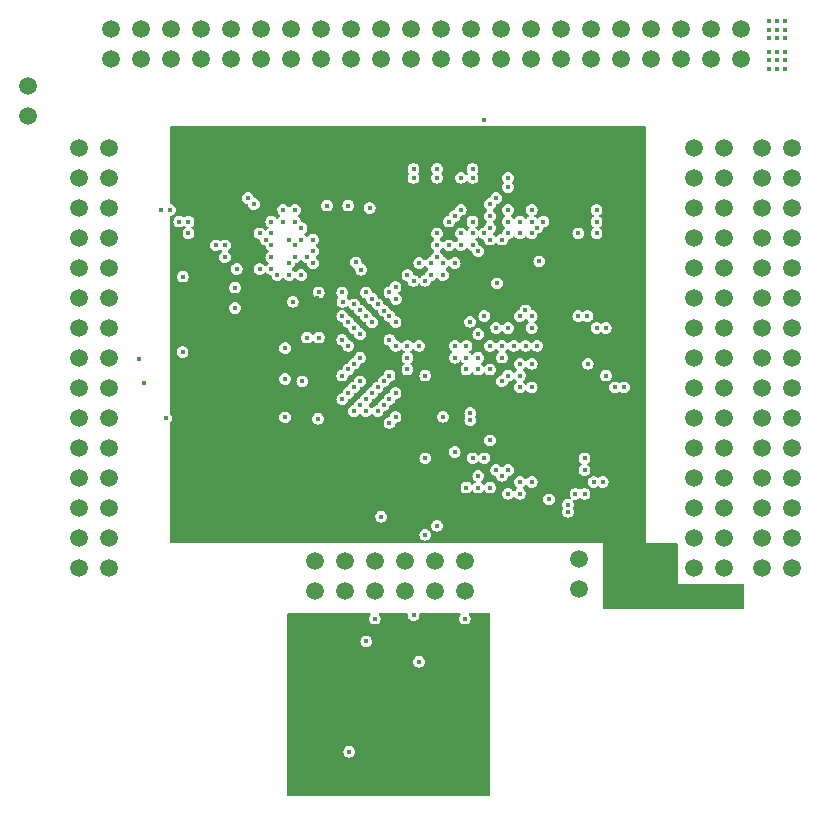
<source format=gbr>
G04 --- HEADER BEGIN --- *
G04 #@! TF.GenerationSoftware,LibrePCB,LibrePCB,1.1.0*
G04 #@! TF.CreationDate,2024-09-08T17:15:58*
G04 #@! TF.ProjectId,flasher,f4b07f79-14a2-4070-9d7d-1f686dcb10c4,v1*
G04 #@! TF.Part,Single*
G04 #@! TF.SameCoordinates*
G04 #@! TF.FileFunction,Copper,L6,Inr*
G04 #@! TF.FilePolarity,Positive*
%FSLAX66Y66*%
%MOMM*%
G01*
G75*
G04 --- HEADER END --- *
G04 --- APERTURE LIST BEGIN --- *
G04 #@! TA.AperFunction,ComponentPad*
%ADD10C,1.5*%
G04 #@! TA.AperFunction,ViaPad*
%ADD11C,0.7*%
%ADD12C,0.4*%
G04 #@! TA.AperFunction,Conductor*
%ADD13C,0.01*%
G04 #@! TD*
G04 --- APERTURE LIST END --- *
G04 --- BOARD BEGIN --- *
D10*
G04 #@! TO.N,P64_1V8*
G04 #@! TO.C,J2*
G04 #@! TO.P,J2,24,24*
X-24804000Y-10630000D03*
G04 #@! TO.N,P45_1V8*
G04 #@! TO.P,J2,2,2*
X-24804000Y17310000D03*
G04 #@! TO.N,P55_1V8*
G04 #@! TO.P,J2,18,18*
X-24804000Y-3010000D03*
G04 #@! TO.N,P53_1V8*
G04 #@! TO.P,J2,8,8*
X-24804000Y9690000D03*
G04 #@! TO.N,P68_1V8*
G04 #@! TO.P,J2,15,15*
X-27344000Y-470000D03*
G04 #@! TO.N,P61_1V8*
G04 #@! TO.P,J2,3,3*
X-27344000Y14770000D03*
G04 #@! TO.N,P72_1V8*
G04 #@! TO.P,J2,14,14*
X-24804000Y2070000D03*
G04 #@! TO.N,P43_1V8*
G04 #@! TO.P,J2,6,6*
X-24804000Y12230000D03*
G04 #@! TO.N,P49_1V8*
G04 #@! TO.P,J2,22,22*
X-24804000Y-8090000D03*
G04 #@! TO.N,P65_1V8*
G04 #@! TO.P,J2,12,12*
X-24804000Y4610000D03*
G04 #@! TO.N,P62_1V8*
G04 #@! TO.P,J2,26,26*
X-24804000Y-13170000D03*
G04 #@! TO.N,P52_1V8*
G04 #@! TO.P,J2,9,9*
X-27344000Y7150000D03*
G04 #@! TO.N,P46_1V8*
G04 #@! TO.P,J2,1,1*
X-27344000Y17310000D03*
G04 #@! TO.N,P50_1V8*
G04 #@! TO.P,J2,23,23*
X-27344000Y-10630000D03*
G04 #@! TO.N,P56_1V8*
G04 #@! TO.P,J2,13,13*
X-27344000Y2070000D03*
G04 #@! TO.N,P58_1V8*
G04 #@! TO.P,J2,19,19*
X-27344000Y-5550000D03*
G04 #@! TO.N,P59_1V8*
G04 #@! TO.P,J2,11,11*
X-27344000Y4610000D03*
G04 #@! TO.N,P54_1V8*
G04 #@! TO.P,J2,7,7*
X-27344000Y9690000D03*
G04 #@! TO.N,P44_1V8*
G04 #@! TO.P,J2,5,5*
X-27344000Y12230000D03*
G04 #@! TO.N,P60_1V8*
G04 #@! TO.P,J2,4,4*
X-24804000Y14770000D03*
G04 #@! TO.N,P66_1V8*
G04 #@! TO.P,J2,28,28*
X-24804000Y-15710000D03*
G04 #@! TO.N,P69_1V8*
G04 #@! TO.P,J2,29,29*
X-27344000Y-18250000D03*
G04 #@! TO.N,P70_1V8*
G04 #@! TO.P,J2,17,17*
X-27344000Y-3010000D03*
G04 #@! TO.N,P51_1V8*
G04 #@! TO.P,J2,30,30*
X-24804000Y-18250000D03*
G04 #@! TO.N,P71_1V8*
G04 #@! TO.P,J2,16,16*
X-24804000Y-470000D03*
G04 #@! TO.N,P47_1V8*
G04 #@! TO.P,J2,20,20*
X-24804000Y-5550000D03*
G04 #@! TO.N,P48_1V8*
G04 #@! TO.P,J2,21,21*
X-27344000Y-8090000D03*
G04 #@! TO.N,P67_1V8*
G04 #@! TO.P,J2,27,27*
X-27344000Y-15710000D03*
G04 #@! TO.N,P57_1V8*
G04 #@! TO.P,J2,10,10*
X-24804000Y7150000D03*
G04 #@! TO.N,P63_1V8*
G04 #@! TO.P,J2,25,25*
X-27344000Y-13170000D03*
G04 #@! TO.N,GND*
G04 #@! TO.C,J4*
G04 #@! TO.P,J4,2,2*
X-31589000Y19991000D03*
G04 #@! TO.N,+5V*
G04 #@! TO.P,J4,1,1*
X-31589000Y22531000D03*
G04 #@! TO.N,P38_3V3*
G04 #@! TO.C,J6*
G04 #@! TO.P,J6,26,26*
X27340000Y-13170000D03*
G04 #@! TO.N,P1_3V3*
G04 #@! TO.P,J6,4,4*
X27340000Y14770000D03*
G04 #@! TO.N,P24_3V3*
G04 #@! TO.P,J6,14,14*
X27340000Y2070000D03*
G04 #@! TO.N,P44_3V3*
G04 #@! TO.P,J6,21,21*
X24800000Y-8090000D03*
G04 #@! TO.N,P2_3V3*
G04 #@! TO.P,J6,6,6*
X27340000Y12230000D03*
G04 #@! TO.N,P26_3V3*
G04 #@! TO.P,J6,11,11*
X24800000Y4610000D03*
G04 #@! TO.N,P40_3V3*
G04 #@! TO.P,J6,28,28*
X27340000Y-15710000D03*
G04 #@! TO.N,P22_3V3*
G04 #@! TO.P,J6,16,16*
X27340000Y-470000D03*
G04 #@! TO.N,P48_3V3*
G04 #@! TO.P,J6,17,17*
X24800000Y-3010000D03*
G04 #@! TO.N,P7_3V3*
G04 #@! TO.P,J6,9,9*
X24800000Y7150000D03*
G04 #@! TO.N,P23_3V3*
G04 #@! TO.P,J6,13,13*
X24800000Y2070000D03*
G04 #@! TO.N,P3_3V3*
G04 #@! TO.P,J6,5,5*
X24800000Y12230000D03*
G04 #@! TO.N,P0_3V3*
G04 #@! TO.P,J6,2,2*
X27340000Y17310000D03*
G04 #@! TO.N,P45_3V3*
G04 #@! TO.P,J6,22,22*
X27340000Y-8090000D03*
G04 #@! TO.N,P35_3V3*
G04 #@! TO.P,J6,23,23*
X24800000Y-10630000D03*
G04 #@! TO.N,P37_3V3*
G04 #@! TO.P,J6,25,25*
X24800000Y-13170000D03*
G04 #@! TO.N,P9_3V3*
G04 #@! TO.P,J6,8,8*
X27340000Y9690000D03*
G04 #@! TO.N,P43_3V3*
G04 #@! TO.P,J6,18,18*
X27340000Y-3010000D03*
G04 #@! TO.N,P6_3V3*
G04 #@! TO.P,J6,7,7*
X24800000Y9690000D03*
G04 #@! TO.N,P49_3V3*
G04 #@! TO.P,J6,20,20*
X27340000Y-5550000D03*
G04 #@! TO.N,N/C*
G04 #@! TO.P,J6,15,15*
X24800000Y-470000D03*
G04 #@! TO.N,GND*
G04 #@! TO.P,J6,30,30*
X27340000Y-18250000D03*
G04 #@! TO.N,P5_3V3*
G04 #@! TO.P,J6,1,1*
X24800000Y17310000D03*
G04 #@! TO.N,P4_3V3*
G04 #@! TO.P,J6,3,3*
X24800000Y14770000D03*
G04 #@! TO.N,P8_3V3*
G04 #@! TO.P,J6,10,10*
X27340000Y7150000D03*
G04 #@! TO.N,P25_3V3*
G04 #@! TO.P,J6,12,12*
X27340000Y4610000D03*
G04 #@! TO.N,VCC3V3*
G04 #@! TO.P,J6,29,29*
X24800000Y-18250000D03*
G04 #@! TO.N,P42_3V3*
G04 #@! TO.P,J6,19,19*
X24800000Y-5550000D03*
G04 #@! TO.N,P41_3V3*
G04 #@! TO.P,J6,27,27*
X24800000Y-15710000D03*
G04 #@! TO.N,P36_3V3*
G04 #@! TO.P,J6,24,24*
X27340000Y-10630000D03*
G04 #@! TO.N,P29_1V8*
G04 #@! TO.C,J1*
G04 #@! TO.P,J1,42,42*
X26202000Y27340000D03*
G04 #@! TO.N,P41_1V8*
G04 #@! TO.P,J1,9,9*
X-14438000Y24800000D03*
G04 #@! TO.N,P0_1V8*
G04 #@! TO.P,J1,6,6*
X-19518000Y27340000D03*
G04 #@! TO.N,P30_1V8*
G04 #@! TO.P,J1,41,41*
X26202000Y24800000D03*
G04 #@! TO.N,P7_1V8*
G04 #@! TO.P,J1,19,19*
X-1738000Y24800000D03*
G04 #@! TO.N,P11_1V8*
G04 #@! TO.P,J1,26,26*
X5882000Y27340000D03*
G04 #@! TO.N,P1_1V8*
G04 #@! TO.P,J1,5,5*
X-19518000Y24800000D03*
G04 #@! TO.N,P40_1V8*
G04 #@! TO.P,J1,17,17*
X-4278000Y24800000D03*
G04 #@! TO.N,GND*
G04 #@! TO.P,J1,44,44*
X28742000Y27340000D03*
G04 #@! TO.N,P6_1V8*
G04 #@! TO.P,J1,8,8*
X-16978000Y27340000D03*
G04 #@! TO.N,P27_1V8*
G04 #@! TO.P,J1,40,40*
X23662000Y27340000D03*
G04 #@! TO.N,P22_1V8*
G04 #@! TO.P,J1,30,30*
X10962000Y27340000D03*
G04 #@! TO.N,P23_1V8*
G04 #@! TO.P,J1,31,31*
X13502000Y24800000D03*
G04 #@! TO.N,P34_1V8*
G04 #@! TO.P,J1,1,1*
X-24598000Y24800000D03*
G04 #@! TO.N,P21_1V8*
G04 #@! TO.P,J1,29,29*
X10962000Y24800000D03*
G04 #@! TO.N,P31_1V8*
G04 #@! TO.P,J1,34,34*
X16042000Y27340000D03*
G04 #@! TO.N,P32_1V8*
G04 #@! TO.P,J1,3,3*
X-22058000Y24800000D03*
G04 #@! TO.N,P12_1V8*
G04 #@! TO.P,J1,25,25*
X5882000Y24800000D03*
G04 #@! TO.N,P17_1V8*
G04 #@! TO.P,J1,24,24*
X3342000Y27340000D03*
G04 #@! TO.N,P33_1V8*
G04 #@! TO.P,J1,2,2*
X-24598000Y27340000D03*
G04 #@! TO.N,P20_1V8*
G04 #@! TO.P,J1,28,28*
X8422000Y27340000D03*
G04 #@! TO.N,P37_1V8*
G04 #@! TO.P,J1,16,16*
X-6818000Y27340000D03*
G04 #@! TO.N,P13_1V8*
G04 #@! TO.P,J1,22,22*
X802000Y27340000D03*
G04 #@! TO.N,P14_1V8*
G04 #@! TO.P,J1,38,38*
X21122000Y27340000D03*
G04 #@! TO.N,VCC1V8*
G04 #@! TO.P,J1,43,43*
X28742000Y24800000D03*
G04 #@! TO.N,P35_1V8*
G04 #@! TO.P,J1,13,13*
X-9358000Y24800000D03*
G04 #@! TO.N,P25_1V8*
G04 #@! TO.P,J1,33,33*
X16042000Y24800000D03*
G04 #@! TO.N,P2_1V8*
G04 #@! TO.P,J1,4,4*
X-22058000Y27340000D03*
G04 #@! TO.N,P19_1V8*
G04 #@! TO.P,J1,27,27*
X8422000Y24800000D03*
G04 #@! TO.N,P3_1V8*
G04 #@! TO.P,J1,7,7*
X-16978000Y24800000D03*
G04 #@! TO.N,P4_1V8*
G04 #@! TO.P,J1,11,11*
X-11898000Y24800000D03*
G04 #@! TO.N,P15_1V8*
G04 #@! TO.P,J1,35,35*
X18582000Y24800000D03*
G04 #@! TO.N,P8_1V8*
G04 #@! TO.P,J1,20,20*
X-1738000Y27340000D03*
G04 #@! TO.N,P28_1V8*
G04 #@! TO.P,J1,37,37*
X21122000Y24800000D03*
G04 #@! TO.N,P10_1V8*
G04 #@! TO.P,J1,21,21*
X802000Y24800000D03*
G04 #@! TO.N,P38_1V8*
G04 #@! TO.P,J1,18,18*
X-4278000Y27340000D03*
G04 #@! TO.N,P16_1V8*
G04 #@! TO.P,J1,36,36*
X18582000Y27340000D03*
G04 #@! TO.N,P18_1V8*
G04 #@! TO.P,J1,23,23*
X3342000Y24800000D03*
G04 #@! TO.N,P39_1V8*
G04 #@! TO.P,J1,15,15*
X-6818000Y24800000D03*
G04 #@! TO.N,P24_1V8*
G04 #@! TO.P,J1,32,32*
X13502000Y27340000D03*
G04 #@! TO.N,P9_1V8*
G04 #@! TO.P,J1,12,12*
X-11898000Y27340000D03*
G04 #@! TO.N,P36_1V8*
G04 #@! TO.P,J1,14,14*
X-9358000Y27340000D03*
G04 #@! TO.N,P26_1V8*
G04 #@! TO.P,J1,39,39*
X23662000Y24800000D03*
G04 #@! TO.N,P42_1V8*
G04 #@! TO.P,J1,10,10*
X-14438000Y27340000D03*
G04 #@! TO.N,GND*
G04 #@! TO.C,J8*
G04 #@! TO.P,J8,2,2*
X15040000Y-20070000D03*
G04 #@! TO.N,PROGRAM_B*
G04 #@! TO.P,J8,1,1*
X15040000Y-17530000D03*
G04 #@! TO.N,P57_3V3*
G04 #@! TO.C,J3*
G04 #@! TO.P,J3,24,24*
X33070000Y-10630000D03*
G04 #@! TO.N,P13_3V3*
G04 #@! TO.P,J3,2,2*
X33070000Y17310000D03*
G04 #@! TO.N,P33_3V3*
G04 #@! TO.P,J3,18,18*
X33070000Y-3010000D03*
G04 #@! TO.N,P11_3V3*
G04 #@! TO.P,J3,8,8*
X33070000Y9690000D03*
G04 #@! TO.N,P15_3V3*
G04 #@! TO.P,J3,15,15*
X30530000Y-470000D03*
G04 #@! TO.N,P27_3V3*
G04 #@! TO.P,J3,3,3*
X30530000Y14770000D03*
G04 #@! TO.N,P21_3V3*
G04 #@! TO.P,J3,14,14*
X33070000Y2070000D03*
G04 #@! TO.N,P10_3V3*
G04 #@! TO.P,J3,6,6*
X33070000Y12230000D03*
G04 #@! TO.N,P51_3V3*
G04 #@! TO.P,J3,22,22*
X33070000Y-8090000D03*
G04 #@! TO.N,P19_3V3*
G04 #@! TO.P,J3,12,12*
X33070000Y4610000D03*
G04 #@! TO.N,P55_3V3*
G04 #@! TO.P,J3,26,26*
X33070000Y-13170000D03*
G04 #@! TO.N,P18_3V3*
G04 #@! TO.P,J3,9,9*
X30530000Y7150000D03*
G04 #@! TO.N,N/C*
G04 #@! TO.P,J3,1,1*
X30530000Y17310000D03*
G04 #@! TO.N,P54_3V3*
G04 #@! TO.P,J3,23,23*
X30530000Y-10630000D03*
G04 #@! TO.N,P30_3V3*
G04 #@! TO.P,J3,13,13*
X30530000Y2070000D03*
G04 #@! TO.N,P29_3V3*
G04 #@! TO.P,J3,19,19*
X30530000Y-5550000D03*
G04 #@! TO.N,P20_3V3*
G04 #@! TO.P,J3,11,11*
X30530000Y4610000D03*
G04 #@! TO.N,P16_3V3*
G04 #@! TO.P,J3,7,7*
X30530000Y9690000D03*
G04 #@! TO.N,P12_3V3*
G04 #@! TO.P,J3,5,5*
X30530000Y12230000D03*
G04 #@! TO.N,P14_3V3*
G04 #@! TO.P,J3,4,4*
X33070000Y14770000D03*
G04 #@! TO.N,N/C*
G04 #@! TO.P,J3,28,28*
X33070000Y-15710000D03*
G04 #@! TO.N,P47_3V3*
G04 #@! TO.P,J3,29,29*
X30530000Y-18250000D03*
G04 #@! TO.N,P32_3V3*
G04 #@! TO.P,J3,17,17*
X30530000Y-3010000D03*
G04 #@! TO.N,P46_3V3*
G04 #@! TO.P,J3,30,30*
X33070000Y-18250000D03*
G04 #@! TO.N,P34_3V3*
G04 #@! TO.P,J3,16,16*
X33070000Y-470000D03*
G04 #@! TO.N,P31_3V3*
G04 #@! TO.P,J3,20,20*
X33070000Y-5550000D03*
G04 #@! TO.N,P50_3V3*
G04 #@! TO.P,J3,21,21*
X30530000Y-8090000D03*
G04 #@! TO.N,P52_3V3*
G04 #@! TO.P,J3,27,27*
X30530000Y-15710000D03*
G04 #@! TO.N,P17_3V3*
G04 #@! TO.P,J3,10,10*
X33070000Y7150000D03*
G04 #@! TO.N,P56_3V3*
G04 #@! TO.P,J3,25,25*
X30530000Y-13170000D03*
G04 #@! TO.N,N23*
G04 #@! TO.C,J5*
G04 #@! TO.P,J5,9,9*
X2817000Y-20270000D03*
G04 #@! TO.N,FLASH_VCC*
G04 #@! TO.P,J5,1,1*
X-7343000Y-20270000D03*
G04 #@! TO.N,GND*
G04 #@! TO.P,J5,4,4*
X-4803000Y-17730000D03*
G04 #@! TO.N,FLASH_SCK*
G04 #@! TO.P,J5,5,5*
X-2263000Y-20270000D03*
G04 #@! TO.N,VCC3V3*
G04 #@! TO.P,J5,2,2*
X-7343000Y-17730000D03*
G04 #@! TO.N,FLASH_VSS*
G04 #@! TO.P,J5,3,3*
X-4803000Y-20270000D03*
G04 #@! TO.N,CCLK*
G04 #@! TO.P,J5,6,6*
X-2263000Y-17730000D03*
G04 #@! TO.N,D0*
G04 #@! TO.P,J5,10,10*
X2817000Y-17730000D03*
G04 #@! TO.N,FLASH_CS*
G04 #@! TO.P,J5,11,11*
X5357000Y-20270000D03*
G04 #@! TO.N,FCS_B*
G04 #@! TO.P,J5,12,12*
X5357000Y-17730000D03*
G04 #@! TO.N,D1*
G04 #@! TO.P,J5,8,8*
X277000Y-17730000D03*
G04 #@! TO.N,N13*
G04 #@! TO.P,J5,7,7*
X277000Y-20270000D03*
D11*
G04 #@! TD.C*
G04 #@! TD.P*
G04 #@! TO.N,GND*
X-11651028Y-1955000D03*
D12*
G04 #@! TO.N,VCC3V3*
X-4500000Y12400000D03*
G04 #@! TO.N,GND*
X-4500000Y10600000D03*
X32500000Y26600000D03*
G04 #@! TO.N,P31_1V8*
X11017000Y10042000D03*
G04 #@! TO.N,GND*
X-300000Y-6476000D03*
G04 #@! TO.N,VCC3V3*
X-9855000Y325000D03*
G04 #@! TO.N,GND*
X26700000Y-20500000D03*
G04 #@! TO.N,P71_1V8*
X-8500000Y6524000D03*
G04 #@! TO.N,P45_3V3*
X9018000Y-11994000D03*
G04 #@! TO.N,P28_1V8*
X10017000Y11042000D03*
G04 #@! TO.N,P70_1V8*
X-9500000Y6524000D03*
G04 #@! TO.N,GND*
X-14200000Y2700000D03*
G04 #@! TO.N,P55_3V3*
X9018000Y-9994000D03*
G04 #@! TO.N,P63_1V8*
X-14958000Y9042000D03*
G04 #@! TO.N,P33_1V8*
X2017000Y6042000D03*
G04 #@! TO.N,VCC3V3*
X10497000Y3528000D03*
G04 #@! TO.N,P36_1V8*
X3017000Y9042000D03*
G04 #@! TO.N,GND*
X-7168028Y3947000D03*
G04 #@! TO.N,VCC1V0*
X-4018000Y-4993000D03*
G04 #@! TO.N,VCC3V3*
X5825000Y-5776000D03*
G04 #@! TO.N,GND*
X31100000Y28000000D03*
X7575000Y-5776000D03*
X32500000Y28000000D03*
G04 #@! TO.N,MODE/SYNC/1.8V*
X-4993000Y4261000D03*
G04 #@! TO.N,VCC1V8*
X7500000Y12524000D03*
G04 #@! TO.N,P59_1V8*
X-9500000Y9525000D03*
G04 #@! TO.N,P11_1V8*
X7017000Y19622000D03*
G04 #@! TO.N,P3_3V3*
X15746000Y3042000D03*
G04 #@! TO.N,GND*
X7575000Y-5176000D03*
G04 #@! TO.N,P58_1V8*
X-18038000Y10042000D03*
G04 #@! TO.N,VCC1V8*
X8017000Y13042000D03*
G04 #@! TO.N,P54_1V8*
X-20348000Y12042000D03*
G04 #@! TO.N,FLASH_VSS*
X-4103000Y-23470000D03*
G04 #@! TO.N,GND*
X7701000Y-471000D03*
G04 #@! TO.N,P17_1V8*
X9017000Y14752000D03*
G04 #@! TO.N,VCC1V8*
X-5018000Y5042000D03*
G04 #@! TO.N,INIT_B*
X-3018000Y-4993000D03*
G04 #@! TO.N,VCC1V8*
X-4500000Y-3475000D03*
X-5018000Y-3993000D03*
G04 #@! TO.N,GND*
X-5503000Y-14980000D03*
G04 #@! TO.N,P30_1V8*
X16517000Y10042000D03*
G04 #@! TO.N,+5V*
X-9855000Y-5525000D03*
G04 #@! TO.N,VCC3V3*
X8501000Y-471000D03*
G04 #@! TO.N,GND*
X-7138028Y4557000D03*
G04 #@! TO.N,P8_1V8*
X6017000Y11047000D03*
D11*
G04 #@! TO.N,GND*
X-12621028Y-1955000D03*
D12*
X26700000Y-21200000D03*
G04 #@! TO.N,P67_1V8*
X-11018000Y8042000D03*
G04 #@! TO.N,GND*
X-18300000Y-1025000D03*
G04 #@! TO.N,P1_1V8*
X4017000Y11042000D03*
G04 #@! TO.N,P65_1V8*
X-7500000Y8524000D03*
G04 #@! TO.N,P33_1V8*
X1017000Y14752000D03*
G04 #@! TO.N,VCC1V0*
X-2501000Y4525000D03*
X-3018000Y5042000D03*
G04 #@! TO.N,P69_1V8*
X-12018000Y7042000D03*
G04 #@! TO.N,P53_1V8*
X-10018000Y12042000D03*
G04 #@! TO.N,VCC1V8*
X-11499000Y9522000D03*
G04 #@! TO.N,P7_3V3*
X9017000Y2042000D03*
G04 #@! TO.N,P18_1V8*
X9017000Y12042000D03*
G04 #@! TO.N,P18_3V3*
X15768000Y-994000D03*
G04 #@! TO.N,VCC3V3*
X14097000Y-13514000D03*
G04 #@! TO.N,GND*
X-6300000Y10600000D03*
X31800000Y28000000D03*
G04 #@! TO.N,VCC1V0*
X-500000Y-5480000D03*
X-1018000Y-5993000D03*
G04 #@! TO.N,D2*
X500000Y-475000D03*
X1018000Y-22282000D03*
G04 #@! TO.N,P29_1V8*
X11017000Y11042000D03*
G04 #@! TO.N,VCC3V3*
X12500000Y-12475000D03*
D11*
G04 #@! TO.N,GND*
X-13591028Y-3273000D03*
D12*
G04 #@! TO.N,VCC3V3*
X11665000Y7674000D03*
G04 #@! TO.N,P52_3V3*
X6500000Y-10476000D03*
G04 #@! TO.N,P68_1V8*
X-9500000Y7524000D03*
G04 #@! TO.N,P44_3V3*
X14728000Y-11994000D03*
G04 #@! TO.N,VCC3V3*
X5809000Y2564000D03*
G04 #@! TO.N,P17_3V3*
X11018000Y-994000D03*
G04 #@! TO.N,P12_3V3*
X9500000Y524000D03*
G04 #@! TO.N,+5V*
X-7063000Y-5641000D03*
G04 #@! TO.N,P0_1V8*
X3017000Y15522000D03*
G04 #@! TO.N,P57_1V8*
X-10018000Y11042000D03*
G04 #@! TO.N,FLASH_VSS*
X-4103000Y-22570000D03*
G04 #@! TO.N,P18_1V8*
X9017000Y13982000D03*
G04 #@! TO.N,VCC1V8*
X31800000Y25400000D03*
G04 #@! TO.N,+5V*
X-19934000Y-5605000D03*
G04 #@! TO.N,P69_1V8*
X-13958000Y7042000D03*
G04 #@! TO.N,P44_3V3*
X10018000Y-11994000D03*
G04 #@! TO.N,VCC1V0*
X-1499000Y-4476000D03*
G04 #@! TO.N,GND*
X-5613000Y-5641000D03*
G04 #@! TO.N,P8_3V3*
X16516000Y2042000D03*
G04 #@! TO.N,P49_3V3*
X17038000Y-10994000D03*
G04 #@! TO.N,VCC3V3*
X5501000Y-11476000D03*
G04 #@! TO.N,VCC1V8*
X31100000Y24000000D03*
X32500000Y24000000D03*
G04 #@! TO.N,P7_1V8*
X6017000Y10042000D03*
G04 #@! TO.N,P60_1V8*
X-8500000Y9525000D03*
G04 #@! TO.N,VCC1V0*
X-1018000Y-1993000D03*
G04 #@! TO.N,P34_3V3*
X8500000Y-2476000D03*
G04 #@! TO.N,P72_1V8*
X-9018000Y8042000D03*
G04 #@! TO.N,P32_1V8*
X1017000Y15522000D03*
G04 #@! TO.N,FLASH_VSS*
X-8718000Y-28933000D03*
G04 #@! TO.N,P40_1V8*
X4500000Y7524000D03*
G04 #@! TO.N,P57_3V3*
X6018000Y-8994000D03*
G04 #@! TO.N,P37_1V8*
X4017000Y9042000D03*
G04 #@! TO.N,P7_1V8*
X6017000Y15522000D03*
G04 #@! TO.N,P41_1V8*
X2500000Y6524000D03*
G04 #@! TO.N,VCC3V3*
X-18520000Y6385000D03*
G04 #@! TO.N,P57_1V8*
X-18808000Y11042000D03*
G04 #@! TO.N,P15_1V8*
X7500000Y10525000D03*
G04 #@! TO.N,GND*
X31800000Y26600000D03*
G04 #@! TO.N,VCC3V3*
X-6300000Y12400000D03*
G04 #@! TO.N,D3*
X-2982000Y-24500000D03*
X500000Y524000D03*
G04 #@! TO.N,P54_3V3*
X15498000Y-9994000D03*
G04 #@! TO.N,VCC3V3*
X-2700000Y12200000D03*
G04 #@! TO.N,MODE/SYNC/1.8V*
X-3400000Y6975000D03*
G04 #@! TO.N,CFGBVS*
X2018000Y-8994000D03*
G04 #@! TO.N,D1*
X2018000Y-15474000D03*
G04 #@! TO.N,P8_1V8*
X6017000Y14752000D03*
G04 #@! TO.N,P19_3V3*
X9018000Y-1994000D03*
G04 #@! TO.N,VCC1V8*
X500000Y6524000D03*
G04 #@! TO.N,GND*
X-2700000Y10800000D03*
G04 #@! TO.N,+5V*
X-14088000Y5461000D03*
G04 #@! TO.N,CLK_27MHZ*
X6500000Y8524000D03*
G04 #@! TO.N,FLASH_VSS*
X-5503000Y-22570000D03*
G04 #@! TO.N,VCC3V3*
X8500000Y-10472000D03*
G04 #@! TO.N,P13_3V3*
X7017000Y3042000D03*
G04 #@! TO.N,GND*
X-4103000Y-14980000D03*
G04 #@! TO.N,P14_3V3*
X6497000Y1522000D03*
G04 #@! TO.N,P51_3V3*
X7018000Y-8994000D03*
G04 #@! TO.N,VCC1V0*
X-1476000Y3500000D03*
X-2018000Y4042000D03*
G04 #@! TO.N,P29_1V8*
X16517000Y11042000D03*
G04 #@! TO.N,VCC1V8*
X31100000Y25400000D03*
G04 #@! TO.N,VCC1V0*
X-3018000Y3042000D03*
G04 #@! TO.N,VCC3V3*
X11501000Y524000D03*
G04 #@! TO.N,VCC1V8*
X-10500000Y6524000D03*
X-11018000Y7042000D03*
X-13018000Y13042000D03*
G04 #@! TO.N,GND*
X-6943000Y-2489000D03*
G04 #@! TO.N,VCC1V0*
X-1018000Y1042000D03*
X-500000Y524000D03*
G04 #@! TO.N,GND*
X-18325000Y800000D03*
G04 #@! TO.N,VCC3V3*
X-1718000Y-13938000D03*
G04 #@! TO.N,VCC1V8*
X31100000Y24700000D03*
G04 #@! TO.N,VCC1V0*
X-3500000Y1525000D03*
G04 #@! TO.N,FLASH_VSS*
X-5503000Y-23470000D03*
G04 #@! TO.N,P38_1V8*
X5017000Y9042000D03*
G04 #@! TO.N,VCC1V8*
X8499000Y9522000D03*
X-5018000Y1042000D03*
X-4500000Y524000D03*
G04 #@! TO.N,P0_1V8*
X3017000Y10042000D03*
G04 #@! TO.N,GND*
X-4103000Y-15680000D03*
G04 #@! TO.N,VCC1V8*
X-7018000Y5042000D03*
G04 #@! TO.N,P35_1V8*
X1500000Y7525000D03*
G04 #@! TO.N,VCC3V3*
X7497000Y-7472000D03*
G04 #@! TO.N,P1_1V8*
X3017000Y14752000D03*
G04 #@! TO.N,P23_3V3*
X11018000Y-2994000D03*
G04 #@! TO.N,FLASH_VSS*
X-4803000Y-22570000D03*
G04 #@! TO.N,CLK_3V3_29.5MHZ*
X7500000Y525000D03*
G04 #@! TO.N,P22_3V3*
X10018000Y-2994000D03*
G04 #@! TO.N,P31_1V8*
X14977000Y10042000D03*
G04 #@! TO.N,VCC1V8*
X2500000Y7525000D03*
X3017000Y8042000D03*
G04 #@! TO.N,VCC3V3*
X8092000Y5812000D03*
G04 #@! TO.N,P2_3V3*
X14976000Y3042000D03*
G04 #@! TO.N,P30_3V3*
X5500000Y524000D03*
G04 #@! TO.N,P58_1V8*
X-11018000Y10042000D03*
G04 #@! TO.N,+5V*
X-9213000Y4261000D03*
G04 #@! TO.N,P16_1V8*
X7500000Y11524000D03*
G04 #@! TO.N,VCC1V0*
X-4018000Y2042000D03*
G04 #@! TO.N,P48_3V3*
X16268000Y-10994000D03*
G04 #@! TO.N,P29_3V3*
X4500000Y524000D03*
G04 #@! TO.N,P39_1V8*
X3500000Y7524000D03*
G04 #@! TO.N,GND*
X-6648028Y3947000D03*
G04 #@! TO.N,VCC1V8*
X-12500000Y12522000D03*
G04 #@! TO.N,P45_3V3*
X15498000Y-11994000D03*
G04 #@! TO.N,VCC1V8*
X12017000Y11042000D03*
G04 #@! TO.N,MODE/SYNC/1.8V*
X-3875000Y7600000D03*
G04 #@! TO.N,VCC1V8*
X-8018000Y8042000D03*
G04 #@! TO.N,P46_3V3*
X7500000Y-11476000D03*
G04 #@! TO.N,VCC1V0*
X-1500000Y-2476000D03*
X-2018000Y-2993000D03*
G04 #@! TO.N,VCC1V8*
X-7493000Y7523000D03*
G04 #@! TO.N,P56_3V3*
X8018000Y-9994000D03*
G04 #@! TO.N,P49_3V3*
X10018000Y-10994000D03*
G04 #@! TO.N,LED1*
X-18536000Y-8000D03*
G04 #@! TO.N,VCC1V0*
X-2499000Y2524000D03*
X-3018000Y-3993000D03*
G04 #@! TO.N,P31_3V3*
X5500000Y-475000D03*
G04 #@! TO.N,VCC3V3*
X4499000Y-8472000D03*
G04 #@! TO.N,CFGBVS*
X3018000Y-14704000D03*
G04 #@! TO.N,FLASH_SCK*
X-2263000Y-22570000D03*
G04 #@! TO.N,VCC3V3*
X-21800000Y-2650000D03*
G04 #@! TO.N,P42_1V8*
X3500000Y6524000D03*
G04 #@! TO.N,VCC3V3*
X5825000Y-5176000D03*
G04 #@! TO.N,P67_1V8*
X-14958000Y8042000D03*
G04 #@! TO.N,VCC3V3*
X-7000000Y1225000D03*
G04 #@! TO.N,GND*
X5806000Y1764000D03*
G04 #@! TO.N,VCC1V8*
X4489000Y11524000D03*
G04 #@! TO.N,GND*
X32500000Y27300000D03*
G04 #@! TO.N,VCC1V8*
X-9018000Y11042000D03*
G04 #@! TO.N,VCC3V3*
X14097000Y-12914000D03*
G04 #@! TO.N,VCC1V8*
X32500000Y25400000D03*
X-12018000Y10042000D03*
G04 #@! TO.N,VCC1V0*
X-2500000Y-3475000D03*
G04 #@! TO.N,P50_3V3*
X15498000Y-8994000D03*
G04 #@! TO.N,VCC1V8*
X31800000Y24700000D03*
G04 #@! TO.N,FLASH_VSS*
X5020000Y-33833000D03*
G04 #@! TO.N,VCC1V0*
X-3500000Y-475000D03*
G04 #@! TO.N,FCS_B*
X4500000Y-476000D03*
G04 #@! TO.N,VCC1V0*
X-4018000Y-2993000D03*
G04 #@! TO.N,GND*
X28100000Y-21200000D03*
X-7678028Y3957000D03*
G04 #@! TO.N,VCC1V0*
X-475000Y4500000D03*
X-1018000Y5042000D03*
G04 #@! TO.N,P54_1V8*
X-9018000Y12042000D03*
G04 #@! TO.N,FLASH_VSS*
X-4803000Y-23470000D03*
G04 #@! TO.N,VCC1V0*
X-3501000Y-2475000D03*
G04 #@! TO.N,VCC1V8*
X-5018000Y3042000D03*
X-4500000Y2524000D03*
G04 #@! TO.N,P56_1V8*
X-18038000Y11042000D03*
G04 #@! TO.N,VCC1V0*
X-2018000Y-4993000D03*
X-1018000Y3042000D03*
X-500000Y2524000D03*
G04 #@! TO.N,VCC3V3*
X-14105000Y3735000D03*
G04 #@! TO.N,VCC1V0*
X-3500000Y-4475000D03*
G04 #@! TO.N,P3_3V3*
X10017000Y3042000D03*
G04 #@! TO.N,VCC1V8*
X5017000Y12042000D03*
X-4500000Y-1476000D03*
X-5018000Y-1993000D03*
G04 #@! TO.N,GND*
X31100000Y26600000D03*
G04 #@! TO.N,CCLK*
X-500000Y5524000D03*
G04 #@! TO.N,FLASH_SCK*
X1482000Y-26213000D03*
G04 #@! TO.N,P53_1V8*
X-19578000Y12042000D03*
G04 #@! TO.N,P23_3V3*
X18078000Y-2994000D03*
G04 #@! TO.N,VCC1V8*
X9017000Y10042000D03*
G04 #@! TO.N,P8_3V3*
X11017000Y2042000D03*
G04 #@! TO.N,P26_1V8*
X11017000Y12042000D03*
G04 #@! TO.N,P47_3V3*
X6500000Y-11476000D03*
G04 #@! TO.N,GND*
X-4803000Y-15680000D03*
X31100000Y27300000D03*
X-4803000Y-14980000D03*
G04 #@! TO.N,P16_3V3*
X10018000Y-994000D03*
G04 #@! TO.N,P27_3V3*
X8017000Y2042000D03*
G04 #@! TO.N,P64_1V8*
X-15728000Y9042000D03*
G04 #@! TO.N,GND*
X31800000Y27300000D03*
G04 #@! TO.N,VCC1V0*
X-4018000Y-993000D03*
G04 #@! TO.N,P10_3V3*
X10500000Y525000D03*
G04 #@! TO.N,VCC3V3*
X3499000Y-5475000D03*
G04 #@! TO.N,P32_3V3*
X6500000Y-1476000D03*
G04 #@! TO.N,D1*
X2018000Y-1994000D03*
G04 #@! TO.N,FLASH_CS*
X-4418000Y-33833000D03*
G04 #@! TO.N,P20_3V3*
X10018000Y-1994000D03*
G04 #@! TO.N,VCC3V3*
X5499000Y-1475000D03*
G04 #@! TO.N,P21_3V3*
X17308000Y-1994000D03*
G04 #@! TO.N,GND*
X27400000Y-21200000D03*
G04 #@! TO.N,+5V*
X-8393000Y-2489000D03*
G04 #@! TO.N,VCC3V3*
X1500000Y525000D03*
G04 #@! TO.N,P64_1V8*
X-9018000Y9042000D03*
G04 #@! TO.N,GND*
X-18560000Y-5605000D03*
G04 #@! TO.N,VCC1V8*
X11500000Y10524000D03*
G04 #@! TO.N,P56_1V8*
X-11018000Y11042000D03*
G04 #@! TO.N,GND*
X15847000Y-12914000D03*
G04 #@! TO.N,P15_3V3*
X6500000Y-476000D03*
G04 #@! TO.N,P17_1V8*
X9017000Y11042000D03*
G04 #@! TO.N,VCC1V8*
X-8470000Y10507000D03*
X32500000Y24700000D03*
G04 #@! TO.N,GND*
X-5503000Y-15680000D03*
G04 #@! TO.N,P7_3V3*
X17286000Y2042000D03*
G04 #@! TO.N,GND*
X-17200000Y-5605000D03*
G04 #@! TO.N,P32_1V8*
X1017000Y6042000D03*
G04 #@! TO.N,P48_3V3*
X11018000Y-10994000D03*
G04 #@! TO.N,P11_3V3*
X8500000Y525000D03*
G04 #@! TO.N,VCC1V8*
X31800000Y24000000D03*
G04 #@! TO.N,GND*
X15847000Y-13514000D03*
X11700000Y-12475000D03*
X2300000Y525000D03*
G04 #@! TO.N,VCC1V8*
X6017000Y9042000D03*
G04 #@! TO.N,P4_1V8*
X5017000Y14752000D03*
G04 #@! TO.N,GND*
X28100000Y-20500000D03*
G04 #@! TO.N,FLASH_CS*
X5357000Y-22570000D03*
G04 #@! TO.N,GND*
X-22186000Y-558000D03*
G04 #@! TO.N,P2_3V3*
X11017000Y3042000D03*
G04 #@! TO.N,GND*
X27400000Y-20500000D03*
G04 #@! TO.N,P33_3V3*
X7500000Y-1476000D03*
G04 #@! TO.N,P11_1V8*
X7017000Y10042000D03*
G04 #@! TO.N,D0*
X500000Y-1475000D03*
G04 #@! TO.N,VCC1V0*
X-3501000Y3525000D03*
X-4018000Y4042000D03*
D11*
G04 #@! TO.N,GND*
X-13591028Y-1955000D03*
D12*
G04 #@! TO.N,P22_3V3*
X18848000Y-2994000D03*
G04 #@! TO.N,P30_1V8*
X10017000Y10042000D03*
G04 #@! TO.N,+5V*
X-9855000Y-2275000D03*
G04 #@! TO.N,P63_1V8*
X-11018000Y9042000D03*
G04 #@! TO.N,VCC1V0*
X-1018000Y-3993000D03*
X-500000Y-3476000D03*
G04 #@! TO.N,P4_1V8*
X5017000Y10042000D03*
G04 #@! TO.N,P14_1V8*
X7500000Y9524000D03*
G04 #@! TO.N,GND*
X-15538000Y5461000D03*
G04 #@! TO.N,P26_1V8*
X16517000Y12042000D03*
G04 #@! TO.N,P61_1V8*
X-7500000Y9524000D03*
G04 #@! TO.N,VCC3V3*
X-8000000Y1225000D03*
D13*
G04 #@! TA.AperFunction,Conductor*
G04 #@! TO.N,GND*
G36*
X-19600000Y-16100001D02*
X-19580500Y-16159328D01*
X-19500001Y-16200000D01*
X-18542494Y-16200000D01*
X-18542494Y-507145D01*
X-18658916Y-491818D01*
X-18671463Y-488456D01*
X-18779947Y-443520D01*
X-18791199Y-437024D01*
X-18884352Y-365544D01*
X-18893544Y-356352D01*
X-18965024Y-263199D01*
X-18971520Y-251947D01*
X-19016456Y-143463D01*
X-19019818Y-130916D01*
X-19035145Y-14494D01*
X-19035145Y-1506D01*
X-19019818Y114916D01*
X-19016456Y127463D01*
X-18971520Y235947D01*
X-18965024Y247199D01*
X-18893544Y340352D01*
X-18884352Y349544D01*
X-18791199Y421024D01*
X-18779947Y427520D01*
X-18671463Y472456D01*
X-18658916Y475818D01*
X-18542494Y491145D01*
X-18529506Y491145D01*
X-18526494Y490748D01*
X-18526494Y5885855D01*
X-18642916Y5901182D01*
X-18655463Y5904544D01*
X-18763947Y5949480D01*
X-18775199Y5955976D01*
X-18868352Y6027456D01*
X-18877544Y6036648D01*
X-18949024Y6129801D01*
X-18955520Y6141053D01*
X-19000456Y6249537D01*
X-19003818Y6262084D01*
X-19019145Y6378506D01*
X-19019145Y6391494D01*
X-19003818Y6507916D01*
X-19000456Y6520463D01*
X-18955520Y6628947D01*
X-18949024Y6640199D01*
X-18877544Y6733352D01*
X-18868352Y6742544D01*
X-18775199Y6814024D01*
X-18763947Y6820520D01*
X-18655463Y6865456D01*
X-18642916Y6868818D01*
X-18526494Y6884145D01*
X-18513506Y6884145D01*
X-18397084Y6868818D01*
X-18384537Y6865456D01*
X-18276053Y6820520D01*
X-18264801Y6814024D01*
X-18171648Y6742544D01*
X-18162456Y6733352D01*
X-18090976Y6640199D01*
X-18084480Y6628947D01*
X-18044494Y6532413D01*
X-18044494Y9542855D01*
X-18160916Y9558182D01*
X-18173463Y9561544D01*
X-18281947Y9606480D01*
X-18293199Y9612976D01*
X-18386352Y9684456D01*
X-18395544Y9693648D01*
X-18467024Y9786801D01*
X-18473520Y9798053D01*
X-18518456Y9906537D01*
X-18521818Y9919084D01*
X-18537145Y10035506D01*
X-18537145Y10048494D01*
X-18521818Y10164916D01*
X-18518456Y10177463D01*
X-18473520Y10285947D01*
X-18467024Y10297199D01*
X-18395544Y10390352D01*
X-18386352Y10399544D01*
X-18304091Y10462666D01*
X-18268895Y10514253D01*
X-18271167Y10576661D01*
X-18304091Y10621334D01*
X-18362124Y10665865D01*
X-18421062Y10686511D01*
X-18483876Y10665865D01*
X-18552801Y10612976D01*
X-18564053Y10606480D01*
X-18672537Y10561544D01*
X-18685084Y10558182D01*
X-18801506Y10542855D01*
X-18814494Y10542855D01*
X-18930916Y10558182D01*
X-18943463Y10561544D01*
X-19051947Y10606480D01*
X-19063199Y10612976D01*
X-19156352Y10684456D01*
X-19165544Y10693648D01*
X-19237024Y10786801D01*
X-19243520Y10798053D01*
X-19288456Y10906537D01*
X-19291818Y10919084D01*
X-19307145Y11035506D01*
X-19307145Y11048494D01*
X-19291818Y11164916D01*
X-19288456Y11177463D01*
X-19243520Y11285947D01*
X-19237024Y11297199D01*
X-19165544Y11390352D01*
X-19156352Y11399544D01*
X-19063199Y11471024D01*
X-19051947Y11477520D01*
X-18943463Y11522456D01*
X-18930916Y11525818D01*
X-18814494Y11541145D01*
X-18801506Y11541145D01*
X-18685084Y11525818D01*
X-18672537Y11522456D01*
X-18564053Y11477520D01*
X-18552801Y11471024D01*
X-18483876Y11418135D01*
X-18424938Y11397489D01*
X-18362124Y11418135D01*
X-18293199Y11471024D01*
X-18281947Y11477520D01*
X-18173463Y11522456D01*
X-18160916Y11525818D01*
X-18044494Y11541145D01*
X-18031506Y11541145D01*
X-17915084Y11525818D01*
X-17902537Y11522456D01*
X-17794053Y11477520D01*
X-17782801Y11471024D01*
X-17689648Y11399544D01*
X-17680456Y11390352D01*
X-17608976Y11297199D01*
X-17602480Y11285947D01*
X-17557544Y11177463D01*
X-17554182Y11164916D01*
X-17538855Y11048494D01*
X-17538855Y11035506D01*
X-17554182Y10919084D01*
X-17557544Y10906537D01*
X-17602480Y10798053D01*
X-17608976Y10786801D01*
X-17680456Y10693648D01*
X-17689648Y10684456D01*
X-17771909Y10621334D01*
X-17807105Y10569747D01*
X-17804833Y10507339D01*
X-17771909Y10462666D01*
X-17689648Y10399544D01*
X-17680456Y10390352D01*
X-17608976Y10297199D01*
X-17602480Y10285947D01*
X-17557544Y10177463D01*
X-17554182Y10164916D01*
X-17538855Y10048494D01*
X-17538855Y10035506D01*
X-17554182Y9919084D01*
X-17557544Y9906537D01*
X-17602480Y9798053D01*
X-17608976Y9786801D01*
X-17680456Y9693648D01*
X-17689648Y9684456D01*
X-17782801Y9612976D01*
X-17794053Y9606480D01*
X-17902537Y9561544D01*
X-17915084Y9558182D01*
X-18031506Y9542855D01*
X-18044494Y9542855D01*
X-18044494Y6532413D01*
X-18039544Y6520463D01*
X-18036182Y6507916D01*
X-18020855Y6391494D01*
X-18020855Y6378506D01*
X-18036182Y6262084D01*
X-18039544Y6249537D01*
X-18084480Y6141053D01*
X-18090976Y6129801D01*
X-18162456Y6036648D01*
X-18171648Y6027456D01*
X-18264801Y5955976D01*
X-18276053Y5949480D01*
X-18384537Y5904544D01*
X-18397084Y5901182D01*
X-18513506Y5885855D01*
X-18526494Y5885855D01*
X-18526494Y490748D01*
X-18413084Y475818D01*
X-18400537Y472456D01*
X-18292053Y427520D01*
X-18280801Y421024D01*
X-18187648Y349544D01*
X-18178456Y340352D01*
X-18106976Y247199D01*
X-18100480Y235947D01*
X-18055544Y127463D01*
X-18052182Y114916D01*
X-18036855Y-1506D01*
X-18036855Y-14494D01*
X-18052182Y-130916D01*
X-18055544Y-143463D01*
X-18100480Y-251947D01*
X-18106976Y-263199D01*
X-18178456Y-356352D01*
X-18187648Y-365544D01*
X-18280801Y-437024D01*
X-18292053Y-443520D01*
X-18400537Y-488456D01*
X-18413084Y-491818D01*
X-18529506Y-507145D01*
X-18542494Y-507145D01*
X-18542494Y-16200000D01*
X-14964494Y-16200000D01*
X-14964494Y7542855D01*
X-15080916Y7558182D01*
X-15093463Y7561544D01*
X-15201947Y7606480D01*
X-15213199Y7612976D01*
X-15306352Y7684456D01*
X-15315544Y7693648D01*
X-15387024Y7786801D01*
X-15393520Y7798053D01*
X-15438456Y7906537D01*
X-15441818Y7919084D01*
X-15457145Y8035506D01*
X-15457145Y8048494D01*
X-15441818Y8164916D01*
X-15438456Y8177463D01*
X-15393520Y8285947D01*
X-15387024Y8297199D01*
X-15315544Y8390352D01*
X-15306352Y8399544D01*
X-15224091Y8462666D01*
X-15188895Y8514253D01*
X-15191167Y8576661D01*
X-15224091Y8621334D01*
X-15282124Y8665865D01*
X-15341062Y8686511D01*
X-15403876Y8665865D01*
X-15472801Y8612976D01*
X-15484053Y8606480D01*
X-15592537Y8561544D01*
X-15605084Y8558182D01*
X-15721506Y8542855D01*
X-15734494Y8542855D01*
X-15850916Y8558182D01*
X-15863463Y8561544D01*
X-15971947Y8606480D01*
X-15983199Y8612976D01*
X-16076352Y8684456D01*
X-16085544Y8693648D01*
X-16157024Y8786801D01*
X-16163520Y8798053D01*
X-16208456Y8906537D01*
X-16211818Y8919084D01*
X-16227145Y9035506D01*
X-16227145Y9048494D01*
X-16211818Y9164916D01*
X-16208456Y9177463D01*
X-16163520Y9285947D01*
X-16157024Y9297199D01*
X-16085544Y9390352D01*
X-16076352Y9399544D01*
X-15983199Y9471024D01*
X-15971947Y9477520D01*
X-15863463Y9522456D01*
X-15850916Y9525818D01*
X-15734494Y9541145D01*
X-15721506Y9541145D01*
X-15605084Y9525818D01*
X-15592537Y9522456D01*
X-15484053Y9477520D01*
X-15472801Y9471024D01*
X-15403876Y9418135D01*
X-15344938Y9397489D01*
X-15282124Y9418135D01*
X-15213199Y9471024D01*
X-15201947Y9477520D01*
X-15093463Y9522456D01*
X-15080916Y9525818D01*
X-14964494Y9541145D01*
X-14951506Y9541145D01*
X-14835084Y9525818D01*
X-14822537Y9522456D01*
X-14714053Y9477520D01*
X-14702801Y9471024D01*
X-14609648Y9399544D01*
X-14600456Y9390352D01*
X-14528976Y9297199D01*
X-14522480Y9285947D01*
X-14477544Y9177463D01*
X-14474182Y9164916D01*
X-14458855Y9048494D01*
X-14458855Y9035506D01*
X-14474182Y8919084D01*
X-14477544Y8906537D01*
X-14522480Y8798053D01*
X-14528976Y8786801D01*
X-14600456Y8693648D01*
X-14609648Y8684456D01*
X-14691909Y8621334D01*
X-14727105Y8569747D01*
X-14724833Y8507339D01*
X-14691909Y8462666D01*
X-14609648Y8399544D01*
X-14600456Y8390352D01*
X-14528976Y8297199D01*
X-14522480Y8285947D01*
X-14477544Y8177463D01*
X-14474182Y8164916D01*
X-14458855Y8048494D01*
X-14458855Y8035506D01*
X-14474182Y7919084D01*
X-14477544Y7906537D01*
X-14522480Y7798053D01*
X-14528976Y7786801D01*
X-14600456Y7693648D01*
X-14609648Y7684456D01*
X-14702801Y7612976D01*
X-14714053Y7606480D01*
X-14822537Y7561544D01*
X-14835084Y7558182D01*
X-14951506Y7542855D01*
X-14964494Y7542855D01*
X-14964494Y-16200000D01*
X-14111494Y-16200000D01*
X-14111494Y3235855D01*
X-14227916Y3251182D01*
X-14240463Y3254544D01*
X-14348947Y3299480D01*
X-14360199Y3305976D01*
X-14453352Y3377456D01*
X-14462544Y3386648D01*
X-14534024Y3479801D01*
X-14540520Y3491053D01*
X-14585456Y3599537D01*
X-14588818Y3612084D01*
X-14604145Y3728506D01*
X-14604145Y3741494D01*
X-14588818Y3857916D01*
X-14585456Y3870463D01*
X-14540520Y3978947D01*
X-14534024Y3990199D01*
X-14462544Y4083352D01*
X-14453352Y4092544D01*
X-14360199Y4164024D01*
X-14348947Y4170520D01*
X-14240463Y4215456D01*
X-14227916Y4218818D01*
X-14111494Y4234145D01*
X-14098506Y4234145D01*
X-14094494Y4233616D01*
X-14094494Y4961855D01*
X-14210916Y4977182D01*
X-14223463Y4980544D01*
X-14331947Y5025480D01*
X-14343199Y5031976D01*
X-14436352Y5103456D01*
X-14445544Y5112648D01*
X-14517024Y5205801D01*
X-14523520Y5217053D01*
X-14568456Y5325537D01*
X-14571818Y5338084D01*
X-14587145Y5454506D01*
X-14587145Y5467494D01*
X-14571818Y5583916D01*
X-14568456Y5596463D01*
X-14523520Y5704947D01*
X-14517024Y5716199D01*
X-14445544Y5809352D01*
X-14436352Y5818544D01*
X-14343199Y5890024D01*
X-14331947Y5896520D01*
X-14223463Y5941456D01*
X-14210916Y5944818D01*
X-14094494Y5960145D01*
X-14081506Y5960145D01*
X-13965084Y5944818D01*
X-13964494Y5944659D01*
X-13964494Y6542855D01*
X-14080916Y6558182D01*
X-14093463Y6561544D01*
X-14201947Y6606480D01*
X-14213199Y6612976D01*
X-14306352Y6684456D01*
X-14315544Y6693648D01*
X-14387024Y6786801D01*
X-14393520Y6798053D01*
X-14438456Y6906537D01*
X-14441818Y6919084D01*
X-14457145Y7035506D01*
X-14457145Y7048494D01*
X-14441818Y7164916D01*
X-14438456Y7177463D01*
X-14393520Y7285947D01*
X-14387024Y7297199D01*
X-14315544Y7390352D01*
X-14306352Y7399544D01*
X-14213199Y7471024D01*
X-14201947Y7477520D01*
X-14093463Y7522456D01*
X-14080916Y7525818D01*
X-13964494Y7541145D01*
X-13951506Y7541145D01*
X-13835084Y7525818D01*
X-13822537Y7522456D01*
X-13714053Y7477520D01*
X-13702801Y7471024D01*
X-13609648Y7399544D01*
X-13600456Y7390352D01*
X-13528976Y7297199D01*
X-13522480Y7285947D01*
X-13477544Y7177463D01*
X-13474182Y7164916D01*
X-13458855Y7048494D01*
X-13458855Y7035506D01*
X-13474182Y6919084D01*
X-13477544Y6906537D01*
X-13522480Y6798053D01*
X-13528976Y6786801D01*
X-13600456Y6693648D01*
X-13609648Y6684456D01*
X-13702801Y6612976D01*
X-13714053Y6606480D01*
X-13822537Y6561544D01*
X-13835084Y6558182D01*
X-13951506Y6542855D01*
X-13964494Y6542855D01*
X-13964494Y5944659D01*
X-13952537Y5941456D01*
X-13844053Y5896520D01*
X-13832801Y5890024D01*
X-13739648Y5818544D01*
X-13730456Y5809352D01*
X-13658976Y5716199D01*
X-13652480Y5704947D01*
X-13607544Y5596463D01*
X-13604182Y5583916D01*
X-13588855Y5467494D01*
X-13588855Y5454506D01*
X-13604182Y5338084D01*
X-13607544Y5325537D01*
X-13652480Y5217053D01*
X-13658976Y5205801D01*
X-13730456Y5112648D01*
X-13739648Y5103456D01*
X-13832801Y5031976D01*
X-13844053Y5025480D01*
X-13952537Y4980544D01*
X-13965084Y4977182D01*
X-14081506Y4961855D01*
X-14094494Y4961855D01*
X-14094494Y4233616D01*
X-13982084Y4218818D01*
X-13969537Y4215456D01*
X-13861053Y4170520D01*
X-13849801Y4164024D01*
X-13756648Y4092544D01*
X-13747456Y4083352D01*
X-13675976Y3990199D01*
X-13669480Y3978947D01*
X-13624544Y3870463D01*
X-13621182Y3857916D01*
X-13605855Y3741494D01*
X-13605855Y3728506D01*
X-13621182Y3612084D01*
X-13624544Y3599537D01*
X-13669480Y3491053D01*
X-13675976Y3479801D01*
X-13747456Y3386648D01*
X-13756648Y3377456D01*
X-13849801Y3305976D01*
X-13861053Y3299480D01*
X-13969537Y3254544D01*
X-13982084Y3251182D01*
X-14098506Y3235855D01*
X-14111494Y3235855D01*
X-14111494Y-16200000D01*
X-10506494Y-16200000D01*
X-10506494Y6024855D01*
X-10622916Y6040182D01*
X-10635463Y6043544D01*
X-10743947Y6088480D01*
X-10755199Y6094976D01*
X-10848352Y6166456D01*
X-10857544Y6175648D01*
X-10929024Y6268801D01*
X-10935520Y6280053D01*
X-10980456Y6388537D01*
X-10983818Y6401084D01*
X-10992078Y6463830D01*
X-11019155Y6520104D01*
X-11078170Y6549922D01*
X-11140916Y6558182D01*
X-11153463Y6561544D01*
X-11261947Y6606480D01*
X-11273199Y6612976D01*
X-11366352Y6684456D01*
X-11375544Y6693648D01*
X-11438666Y6775909D01*
X-11490253Y6811105D01*
X-11552661Y6808833D01*
X-11597334Y6775909D01*
X-11660456Y6693648D01*
X-11669648Y6684456D01*
X-11762801Y6612976D01*
X-11774053Y6606480D01*
X-11882537Y6561544D01*
X-11895084Y6558182D01*
X-12011506Y6542855D01*
X-12024494Y6542855D01*
X-12140916Y6558182D01*
X-12153463Y6561544D01*
X-12261947Y6606480D01*
X-12273199Y6612976D01*
X-12366352Y6684456D01*
X-12375544Y6693648D01*
X-12447024Y6786801D01*
X-12453520Y6798053D01*
X-12498456Y6906537D01*
X-12501818Y6919084D01*
X-12517145Y7035506D01*
X-12517145Y7048494D01*
X-12501818Y7164916D01*
X-12498456Y7177463D01*
X-12453520Y7285947D01*
X-12447024Y7297199D01*
X-12375544Y7390352D01*
X-12366352Y7399544D01*
X-12273199Y7471024D01*
X-12261947Y7477520D01*
X-12153463Y7522456D01*
X-12140916Y7525818D01*
X-12024494Y7541145D01*
X-12011506Y7541145D01*
X-11895084Y7525818D01*
X-11882537Y7522456D01*
X-11774053Y7477520D01*
X-11762801Y7471024D01*
X-11669648Y7399544D01*
X-11660456Y7390352D01*
X-11597334Y7308091D01*
X-11545747Y7272895D01*
X-11483339Y7275167D01*
X-11438666Y7308091D01*
X-11375544Y7390352D01*
X-11366352Y7399544D01*
X-11284091Y7462666D01*
X-11248895Y7514253D01*
X-11251167Y7576661D01*
X-11284091Y7621334D01*
X-11366352Y7684456D01*
X-11375544Y7693648D01*
X-11447024Y7786801D01*
X-11453520Y7798053D01*
X-11498456Y7906537D01*
X-11501818Y7919084D01*
X-11517145Y8035506D01*
X-11517145Y8048494D01*
X-11501818Y8164916D01*
X-11498456Y8177463D01*
X-11453520Y8285947D01*
X-11447024Y8297199D01*
X-11375544Y8390352D01*
X-11366352Y8399544D01*
X-11284091Y8462666D01*
X-11248895Y8514253D01*
X-11251167Y8576661D01*
X-11284091Y8621334D01*
X-11366352Y8684456D01*
X-11375544Y8693648D01*
X-11447024Y8786801D01*
X-11453520Y8798053D01*
X-11498455Y8906534D01*
X-11501817Y8919083D01*
X-11505639Y8948116D01*
X-11532716Y9004390D01*
X-11591730Y9034207D01*
X-11621909Y9038180D01*
X-11634463Y9041544D01*
X-11742947Y9086480D01*
X-11754199Y9092976D01*
X-11847352Y9164456D01*
X-11856544Y9173648D01*
X-11928024Y9266801D01*
X-11934520Y9278053D01*
X-11979456Y9386537D01*
X-11982820Y9399091D01*
X-11991330Y9463732D01*
X-12018407Y9520006D01*
X-12077421Y9549823D01*
X-12140916Y9558182D01*
X-12153463Y9561544D01*
X-12261947Y9606480D01*
X-12273199Y9612976D01*
X-12366352Y9684456D01*
X-12375544Y9693648D01*
X-12447024Y9786801D01*
X-12453520Y9798053D01*
X-12498456Y9906537D01*
X-12501818Y9919084D01*
X-12517145Y10035506D01*
X-12517145Y10048494D01*
X-12506494Y10129397D01*
X-12506494Y12022855D01*
X-12622916Y12038182D01*
X-12635463Y12041544D01*
X-12743947Y12086480D01*
X-12755199Y12092976D01*
X-12848352Y12164456D01*
X-12857544Y12173648D01*
X-12929024Y12266801D01*
X-12935520Y12278053D01*
X-12980456Y12386537D01*
X-12983818Y12399084D01*
X-12992346Y12463865D01*
X-13019423Y12520139D01*
X-13078438Y12549957D01*
X-13140916Y12558182D01*
X-13153463Y12561544D01*
X-13261947Y12606480D01*
X-13273199Y12612976D01*
X-13366352Y12684456D01*
X-13375544Y12693648D01*
X-13447024Y12786801D01*
X-13453520Y12798053D01*
X-13498456Y12906537D01*
X-13501818Y12919084D01*
X-13517145Y13035506D01*
X-13517145Y13048494D01*
X-13501818Y13164916D01*
X-13498456Y13177463D01*
X-13453520Y13285947D01*
X-13447024Y13297199D01*
X-13375544Y13390352D01*
X-13366352Y13399544D01*
X-13273199Y13471024D01*
X-13261947Y13477520D01*
X-13153463Y13522456D01*
X-13140916Y13525818D01*
X-13024494Y13541145D01*
X-13011506Y13541145D01*
X-12895084Y13525818D01*
X-12882537Y13522456D01*
X-12774053Y13477520D01*
X-12762801Y13471024D01*
X-12669648Y13399544D01*
X-12660456Y13390352D01*
X-12588976Y13297199D01*
X-12582480Y13285947D01*
X-12537544Y13177463D01*
X-12534182Y13164916D01*
X-12525654Y13100135D01*
X-12498577Y13043861D01*
X-12439562Y13014043D01*
X-12377084Y13005818D01*
X-12364537Y13002456D01*
X-12256053Y12957520D01*
X-12244801Y12951024D01*
X-12151648Y12879544D01*
X-12142456Y12870352D01*
X-12070976Y12777199D01*
X-12064480Y12765947D01*
X-12019544Y12657463D01*
X-12016182Y12644916D01*
X-12000855Y12528494D01*
X-12000855Y12515506D01*
X-12016182Y12399084D01*
X-12019544Y12386537D01*
X-12064480Y12278053D01*
X-12070976Y12266801D01*
X-12142456Y12173648D01*
X-12151648Y12164456D01*
X-12244801Y12092976D01*
X-12256053Y12086480D01*
X-12364537Y12041544D01*
X-12377084Y12038182D01*
X-12493506Y12022855D01*
X-12506494Y12022855D01*
X-12506494Y10129397D01*
X-12501818Y10164916D01*
X-12498456Y10177463D01*
X-12453520Y10285947D01*
X-12447024Y10297199D01*
X-12375544Y10390352D01*
X-12366352Y10399544D01*
X-12273199Y10471024D01*
X-12261947Y10477520D01*
X-12153463Y10522456D01*
X-12140916Y10525818D01*
X-12024494Y10541145D01*
X-12011506Y10541145D01*
X-11895084Y10525818D01*
X-11882537Y10522456D01*
X-11774053Y10477520D01*
X-11762801Y10471024D01*
X-11669648Y10399544D01*
X-11660456Y10390352D01*
X-11597334Y10308091D01*
X-11545747Y10272895D01*
X-11483339Y10275167D01*
X-11438666Y10308091D01*
X-11375544Y10390352D01*
X-11366352Y10399544D01*
X-11284091Y10462666D01*
X-11248895Y10514253D01*
X-11251167Y10576661D01*
X-11284091Y10621334D01*
X-11366352Y10684456D01*
X-11375544Y10693648D01*
X-11447024Y10786801D01*
X-11453520Y10798053D01*
X-11498456Y10906537D01*
X-11501818Y10919084D01*
X-11517145Y11035506D01*
X-11517145Y11048494D01*
X-11501818Y11164916D01*
X-11498456Y11177463D01*
X-11453520Y11285947D01*
X-11447024Y11297199D01*
X-11375544Y11390352D01*
X-11366352Y11399544D01*
X-11273199Y11471024D01*
X-11261947Y11477520D01*
X-11153463Y11522456D01*
X-11140916Y11525818D01*
X-11024494Y11541145D01*
X-11011506Y11541145D01*
X-10895084Y11525818D01*
X-10882537Y11522456D01*
X-10774053Y11477520D01*
X-10762801Y11471024D01*
X-10669648Y11399544D01*
X-10660456Y11390352D01*
X-10597334Y11308091D01*
X-10545747Y11272895D01*
X-10483339Y11275167D01*
X-10438666Y11308091D01*
X-10375544Y11390352D01*
X-10366352Y11399544D01*
X-10284091Y11462666D01*
X-10248895Y11514253D01*
X-10251167Y11576661D01*
X-10284091Y11621334D01*
X-10366352Y11684456D01*
X-10375544Y11693648D01*
X-10447024Y11786801D01*
X-10453520Y11798053D01*
X-10498456Y11906537D01*
X-10501818Y11919084D01*
X-10517145Y12035506D01*
X-10517145Y12048494D01*
X-10501818Y12164916D01*
X-10498456Y12177463D01*
X-10453520Y12285947D01*
X-10447024Y12297199D01*
X-10375544Y12390352D01*
X-10366352Y12399544D01*
X-10273199Y12471024D01*
X-10261947Y12477520D01*
X-10153463Y12522456D01*
X-10140916Y12525818D01*
X-10024494Y12541145D01*
X-10011506Y12541145D01*
X-9895084Y12525818D01*
X-9882537Y12522456D01*
X-9774053Y12477520D01*
X-9762801Y12471024D01*
X-9669648Y12399544D01*
X-9660456Y12390352D01*
X-9597334Y12308091D01*
X-9545747Y12272895D01*
X-9483339Y12275167D01*
X-9438666Y12308091D01*
X-9375544Y12390352D01*
X-9366352Y12399544D01*
X-9273199Y12471024D01*
X-9261947Y12477520D01*
X-9153463Y12522456D01*
X-9140916Y12525818D01*
X-9024494Y12541145D01*
X-9011506Y12541145D01*
X-8895084Y12525818D01*
X-8882537Y12522456D01*
X-8774053Y12477520D01*
X-8762801Y12471024D01*
X-8669648Y12399544D01*
X-8660456Y12390352D01*
X-8588976Y12297199D01*
X-8582480Y12285947D01*
X-8537544Y12177463D01*
X-8534182Y12164916D01*
X-8518855Y12048494D01*
X-8518855Y12035506D01*
X-8534182Y11919084D01*
X-8537544Y11906537D01*
X-8582480Y11798053D01*
X-8588976Y11786801D01*
X-8660456Y11693648D01*
X-8669648Y11684456D01*
X-8751909Y11621334D01*
X-8787105Y11569747D01*
X-8784833Y11507339D01*
X-8751909Y11462666D01*
X-8669648Y11399544D01*
X-8660456Y11390352D01*
X-8588976Y11297199D01*
X-8582480Y11285947D01*
X-8537544Y11177463D01*
X-8534180Y11164909D01*
X-8524172Y11088889D01*
X-8497096Y11032615D01*
X-8438082Y11002799D01*
X-8347091Y10990820D01*
X-8334537Y10987456D01*
X-8226053Y10942520D01*
X-8214801Y10936024D01*
X-8121648Y10864544D01*
X-8112456Y10855352D01*
X-8040976Y10762199D01*
X-8034480Y10750947D01*
X-7989544Y10642463D01*
X-7986182Y10629916D01*
X-7970855Y10513494D01*
X-7970855Y10500506D01*
X-7986182Y10384084D01*
X-7989544Y10371537D01*
X-8034480Y10263053D01*
X-8040976Y10251801D01*
X-8112456Y10158648D01*
X-8121648Y10149456D01*
X-8207180Y10083824D01*
X-8242376Y10032237D01*
X-8240104Y9969829D01*
X-8207180Y9925156D01*
X-8151648Y9882544D01*
X-8142456Y9873352D01*
X-8078950Y9790591D01*
X-8027363Y9755395D01*
X-7964955Y9757667D01*
X-7920282Y9790591D01*
X-7857544Y9872352D01*
X-7848352Y9881544D01*
X-7755199Y9953024D01*
X-7743947Y9959520D01*
X-7635463Y10004456D01*
X-7622916Y10007818D01*
X-7506494Y10023145D01*
X-7493506Y10023145D01*
X-7377084Y10007818D01*
X-7364537Y10004456D01*
X-7256053Y9959520D01*
X-7244801Y9953024D01*
X-7151648Y9881544D01*
X-7142456Y9872352D01*
X-7070976Y9779199D01*
X-7064480Y9767947D01*
X-7019544Y9659463D01*
X-7016182Y9646916D01*
X-7000855Y9530494D01*
X-7000855Y9517506D01*
X-7016182Y9401084D01*
X-7019544Y9388537D01*
X-7064480Y9280053D01*
X-7070976Y9268801D01*
X-7142456Y9175648D01*
X-7151648Y9166456D01*
X-7233909Y9103334D01*
X-7269105Y9051747D01*
X-7266833Y8989339D01*
X-7233909Y8944666D01*
X-7151648Y8881544D01*
X-7142456Y8872352D01*
X-7070976Y8779199D01*
X-7064480Y8767947D01*
X-7019544Y8659463D01*
X-7016182Y8646916D01*
X-7000855Y8530494D01*
X-7000855Y8517506D01*
X-7016182Y8401084D01*
X-7019544Y8388537D01*
X-7064480Y8280053D01*
X-7070976Y8268801D01*
X-7142456Y8175648D01*
X-7151648Y8166456D01*
X-7231061Y8105520D01*
X-7266257Y8053934D01*
X-7263985Y7991525D01*
X-7231061Y7946852D01*
X-7144648Y7880544D01*
X-7135456Y7871352D01*
X-7063976Y7778199D01*
X-7057480Y7766947D01*
X-7012544Y7658463D01*
X-7009182Y7645916D01*
X-6993855Y7529494D01*
X-6993855Y7516506D01*
X-7009182Y7400084D01*
X-7012544Y7387537D01*
X-7057480Y7279053D01*
X-7063976Y7267801D01*
X-7135456Y7174648D01*
X-7144648Y7165456D01*
X-7237801Y7093976D01*
X-7249053Y7087480D01*
X-7357537Y7042544D01*
X-7370084Y7039182D01*
X-7486506Y7023855D01*
X-7499494Y7023855D01*
X-7615916Y7039182D01*
X-7628463Y7042544D01*
X-7736947Y7087480D01*
X-7748199Y7093976D01*
X-7841352Y7165456D01*
X-7850544Y7174648D01*
X-7922024Y7267801D01*
X-7928520Y7279053D01*
X-7973456Y7387537D01*
X-7976820Y7400092D01*
X-7985090Y7462909D01*
X-8012166Y7519184D01*
X-8071180Y7549000D01*
X-8140909Y7558180D01*
X-8153463Y7561544D01*
X-8261947Y7606480D01*
X-8273199Y7612976D01*
X-8366352Y7684456D01*
X-8375544Y7693648D01*
X-8438666Y7775909D01*
X-8490253Y7811105D01*
X-8552661Y7808833D01*
X-8597334Y7775909D01*
X-8660456Y7693648D01*
X-8669648Y7684456D01*
X-8762801Y7612976D01*
X-8774053Y7606480D01*
X-8882537Y7561544D01*
X-8895085Y7558182D01*
X-8921194Y7554745D01*
X-8977469Y7527669D01*
X-9007287Y7468653D01*
X-9016182Y7401084D01*
X-9019544Y7388537D01*
X-9064480Y7280053D01*
X-9070976Y7268801D01*
X-9142456Y7175648D01*
X-9151648Y7166456D01*
X-9233909Y7103334D01*
X-9269105Y7051747D01*
X-9266833Y6989339D01*
X-9233909Y6944666D01*
X-9151648Y6881544D01*
X-9142456Y6872352D01*
X-9079334Y6790091D01*
X-9027747Y6754895D01*
X-8965339Y6757167D01*
X-8920666Y6790091D01*
X-8857544Y6872352D01*
X-8848352Y6881544D01*
X-8755199Y6953024D01*
X-8743947Y6959520D01*
X-8635463Y7004456D01*
X-8622916Y7007818D01*
X-8506494Y7023145D01*
X-8493506Y7023145D01*
X-8377084Y7007818D01*
X-8364537Y7004456D01*
X-8256053Y6959520D01*
X-8244801Y6953024D01*
X-8151648Y6881544D01*
X-8142456Y6872352D01*
X-8070976Y6779199D01*
X-8064480Y6767947D01*
X-8019544Y6659463D01*
X-8016182Y6646916D01*
X-8000855Y6530494D01*
X-8000855Y6517506D01*
X-8016182Y6401084D01*
X-8019544Y6388537D01*
X-8064480Y6280053D01*
X-8070976Y6268801D01*
X-8142456Y6175648D01*
X-8151648Y6166456D01*
X-8244801Y6094976D01*
X-8256053Y6088480D01*
X-8364537Y6043544D01*
X-8377084Y6040182D01*
X-8493506Y6024855D01*
X-8506494Y6024855D01*
X-8622916Y6040182D01*
X-8635463Y6043544D01*
X-8743947Y6088480D01*
X-8755199Y6094976D01*
X-8848352Y6166456D01*
X-8857544Y6175648D01*
X-8920666Y6257909D01*
X-8972253Y6293105D01*
X-9034661Y6290833D01*
X-9079334Y6257909D01*
X-9142456Y6175648D01*
X-9151648Y6166456D01*
X-9244801Y6094976D01*
X-9256053Y6088480D01*
X-9364537Y6043544D01*
X-9377084Y6040182D01*
X-9493506Y6024855D01*
X-9506494Y6024855D01*
X-9622916Y6040182D01*
X-9635463Y6043544D01*
X-9743947Y6088480D01*
X-9755199Y6094976D01*
X-9848352Y6166456D01*
X-9857544Y6175648D01*
X-9920666Y6257909D01*
X-9972253Y6293105D01*
X-10034661Y6290833D01*
X-10079334Y6257909D01*
X-10142456Y6175648D01*
X-10151648Y6166456D01*
X-10244801Y6094976D01*
X-10256053Y6088480D01*
X-10364537Y6043544D01*
X-10377084Y6040182D01*
X-10493506Y6024855D01*
X-10506494Y6024855D01*
X-10506494Y-16200000D01*
X-9861494Y-16200000D01*
X-9861494Y-6024145D01*
X-9977916Y-6008818D01*
X-9990463Y-6005456D01*
X-10098947Y-5960520D01*
X-10110199Y-5954024D01*
X-10203352Y-5882544D01*
X-10212544Y-5873352D01*
X-10284024Y-5780199D01*
X-10290520Y-5768947D01*
X-10335456Y-5660463D01*
X-10338818Y-5647916D01*
X-10354145Y-5531494D01*
X-10354145Y-5518506D01*
X-10338818Y-5402084D01*
X-10335456Y-5389537D01*
X-10290520Y-5281053D01*
X-10284024Y-5269801D01*
X-10212544Y-5176648D01*
X-10203352Y-5167456D01*
X-10110199Y-5095976D01*
X-10098947Y-5089480D01*
X-9990463Y-5044544D01*
X-9977916Y-5041182D01*
X-9861494Y-5025855D01*
X-9861494Y-2774145D01*
X-9977916Y-2758818D01*
X-9990463Y-2755456D01*
X-10098947Y-2710520D01*
X-10110199Y-2704024D01*
X-10203352Y-2632544D01*
X-10212544Y-2623352D01*
X-10284024Y-2530199D01*
X-10290520Y-2518947D01*
X-10335456Y-2410463D01*
X-10338818Y-2397916D01*
X-10354145Y-2281494D01*
X-10354145Y-2268506D01*
X-10338818Y-2152084D01*
X-10335456Y-2139537D01*
X-10290520Y-2031053D01*
X-10284024Y-2019801D01*
X-10212544Y-1926648D01*
X-10203352Y-1917456D01*
X-10110199Y-1845976D01*
X-10098947Y-1839480D01*
X-9990463Y-1794544D01*
X-9977916Y-1791182D01*
X-9861494Y-1775855D01*
X-9861494Y-174145D01*
X-9977916Y-158818D01*
X-9990463Y-155456D01*
X-10098947Y-110520D01*
X-10110199Y-104024D01*
X-10203352Y-32544D01*
X-10212544Y-23352D01*
X-10284024Y69801D01*
X-10290520Y81053D01*
X-10335456Y189537D01*
X-10338818Y202084D01*
X-10354145Y318506D01*
X-10354145Y331494D01*
X-10338818Y447916D01*
X-10335456Y460463D01*
X-10290520Y568947D01*
X-10284024Y580199D01*
X-10212544Y673352D01*
X-10203352Y682544D01*
X-10110199Y754024D01*
X-10098947Y760520D01*
X-9990463Y805456D01*
X-9977916Y808818D01*
X-9861494Y824145D01*
X-9848506Y824145D01*
X-9732084Y808818D01*
X-9719537Y805456D01*
X-9611053Y760520D01*
X-9599801Y754024D01*
X-9506648Y682544D01*
X-9497456Y673352D01*
X-9425976Y580199D01*
X-9419480Y568947D01*
X-9374544Y460463D01*
X-9371182Y447916D01*
X-9355855Y331494D01*
X-9355855Y318506D01*
X-9371182Y202084D01*
X-9374544Y189537D01*
X-9419480Y81053D01*
X-9425976Y69801D01*
X-9497456Y-23352D01*
X-9506648Y-32544D01*
X-9599801Y-104024D01*
X-9611053Y-110520D01*
X-9719537Y-155456D01*
X-9732084Y-158818D01*
X-9848506Y-174145D01*
X-9861494Y-174145D01*
X-9861494Y-1775855D01*
X-9848506Y-1775855D01*
X-9732084Y-1791182D01*
X-9719537Y-1794544D01*
X-9611053Y-1839480D01*
X-9599801Y-1845976D01*
X-9506648Y-1917456D01*
X-9497456Y-1926648D01*
X-9425976Y-2019801D01*
X-9419480Y-2031053D01*
X-9374544Y-2139537D01*
X-9371182Y-2152084D01*
X-9355855Y-2268506D01*
X-9355855Y-2281494D01*
X-9371182Y-2397916D01*
X-9374544Y-2410463D01*
X-9419480Y-2518947D01*
X-9425976Y-2530199D01*
X-9497456Y-2623352D01*
X-9506648Y-2632544D01*
X-9599801Y-2704024D01*
X-9611053Y-2710520D01*
X-9719537Y-2755456D01*
X-9732084Y-2758818D01*
X-9848506Y-2774145D01*
X-9861494Y-2774145D01*
X-9861494Y-5025855D01*
X-9848506Y-5025855D01*
X-9732084Y-5041182D01*
X-9719537Y-5044544D01*
X-9611053Y-5089480D01*
X-9599801Y-5095976D01*
X-9506648Y-5167456D01*
X-9497456Y-5176648D01*
X-9425976Y-5269801D01*
X-9419480Y-5281053D01*
X-9374544Y-5389537D01*
X-9371182Y-5402084D01*
X-9355855Y-5518506D01*
X-9355855Y-5531494D01*
X-9371182Y-5647916D01*
X-9374544Y-5660463D01*
X-9419480Y-5768947D01*
X-9425976Y-5780199D01*
X-9497456Y-5873352D01*
X-9506648Y-5882544D01*
X-9599801Y-5954024D01*
X-9611053Y-5960520D01*
X-9719537Y-6005456D01*
X-9732084Y-6008818D01*
X-9848506Y-6024145D01*
X-9861494Y-6024145D01*
X-9861494Y-16200000D01*
X-9219494Y-16200000D01*
X-9219494Y3761855D01*
X-9335916Y3777182D01*
X-9348463Y3780544D01*
X-9456947Y3825480D01*
X-9468199Y3831976D01*
X-9561352Y3903456D01*
X-9570544Y3912648D01*
X-9642024Y4005801D01*
X-9648520Y4017053D01*
X-9693456Y4125537D01*
X-9696818Y4138084D01*
X-9712145Y4254506D01*
X-9712145Y4267494D01*
X-9696818Y4383916D01*
X-9693456Y4396463D01*
X-9648520Y4504947D01*
X-9642024Y4516199D01*
X-9570544Y4609352D01*
X-9561352Y4618544D01*
X-9468199Y4690024D01*
X-9456947Y4696520D01*
X-9348463Y4741456D01*
X-9335916Y4744818D01*
X-9219494Y4760145D01*
X-9206506Y4760145D01*
X-9090084Y4744818D01*
X-9077537Y4741456D01*
X-8969053Y4696520D01*
X-8957801Y4690024D01*
X-8864648Y4618544D01*
X-8855456Y4609352D01*
X-8783976Y4516199D01*
X-8777480Y4504947D01*
X-8732544Y4396463D01*
X-8729182Y4383916D01*
X-8713855Y4267494D01*
X-8713855Y4254506D01*
X-8729182Y4138084D01*
X-8732544Y4125537D01*
X-8777480Y4017053D01*
X-8783976Y4005801D01*
X-8855456Y3912648D01*
X-8864648Y3903456D01*
X-8957801Y3831976D01*
X-8969053Y3825480D01*
X-9077537Y3780544D01*
X-9090084Y3777182D01*
X-9206506Y3761855D01*
X-9219494Y3761855D01*
X-9219494Y-16200000D01*
X-8399494Y-16200000D01*
X-8399494Y-2988145D01*
X-8515916Y-2972818D01*
X-8528463Y-2969456D01*
X-8636947Y-2924520D01*
X-8648199Y-2918024D01*
X-8741352Y-2846544D01*
X-8750544Y-2837352D01*
X-8822024Y-2744199D01*
X-8828520Y-2732947D01*
X-8873456Y-2624463D01*
X-8876818Y-2611916D01*
X-8892145Y-2495494D01*
X-8892145Y-2482506D01*
X-8876818Y-2366084D01*
X-8873456Y-2353537D01*
X-8828520Y-2245053D01*
X-8822024Y-2233801D01*
X-8750544Y-2140648D01*
X-8741352Y-2131456D01*
X-8648199Y-2059976D01*
X-8636947Y-2053480D01*
X-8528463Y-2008544D01*
X-8515916Y-2005182D01*
X-8399494Y-1989855D01*
X-8386506Y-1989855D01*
X-8270084Y-2005182D01*
X-8257537Y-2008544D01*
X-8149053Y-2053480D01*
X-8137801Y-2059976D01*
X-8044648Y-2131456D01*
X-8035456Y-2140648D01*
X-8006494Y-2178391D01*
X-8006494Y725855D01*
X-8122916Y741182D01*
X-8135463Y744544D01*
X-8243947Y789480D01*
X-8255199Y795976D01*
X-8348352Y867456D01*
X-8357544Y876648D01*
X-8429024Y969801D01*
X-8435520Y981053D01*
X-8480456Y1089537D01*
X-8483818Y1102084D01*
X-8499145Y1218506D01*
X-8499145Y1231494D01*
X-8483818Y1347916D01*
X-8480456Y1360463D01*
X-8435520Y1468947D01*
X-8429024Y1480199D01*
X-8357544Y1573352D01*
X-8348352Y1582544D01*
X-8255199Y1654024D01*
X-8243947Y1660520D01*
X-8135463Y1705456D01*
X-8122916Y1708818D01*
X-8006494Y1724145D01*
X-7993506Y1724145D01*
X-7877084Y1708818D01*
X-7864537Y1705456D01*
X-7756053Y1660520D01*
X-7744801Y1654024D01*
X-7651648Y1582544D01*
X-7642456Y1573352D01*
X-7579334Y1491091D01*
X-7527747Y1455895D01*
X-7465339Y1458167D01*
X-7420666Y1491091D01*
X-7357544Y1573352D01*
X-7348352Y1582544D01*
X-7255199Y1654024D01*
X-7243947Y1660520D01*
X-7135463Y1705456D01*
X-7122916Y1708818D01*
X-7024494Y1721775D01*
X-7024494Y4542855D01*
X-7140916Y4558182D01*
X-7153463Y4561544D01*
X-7261947Y4606480D01*
X-7273199Y4612976D01*
X-7366352Y4684456D01*
X-7375544Y4693648D01*
X-7447024Y4786801D01*
X-7453520Y4798053D01*
X-7498456Y4906537D01*
X-7501818Y4919084D01*
X-7517145Y5035506D01*
X-7517145Y5048494D01*
X-7501818Y5164916D01*
X-7498456Y5177463D01*
X-7453520Y5285947D01*
X-7447024Y5297199D01*
X-7375544Y5390352D01*
X-7366352Y5399544D01*
X-7273199Y5471024D01*
X-7261947Y5477520D01*
X-7153463Y5522456D01*
X-7140916Y5525818D01*
X-7024494Y5541145D01*
X-7011506Y5541145D01*
X-6895084Y5525818D01*
X-6882537Y5522456D01*
X-6774053Y5477520D01*
X-6762801Y5471024D01*
X-6669648Y5399544D01*
X-6660456Y5390352D01*
X-6588976Y5297199D01*
X-6582480Y5285947D01*
X-6537544Y5177463D01*
X-6534182Y5164916D01*
X-6518855Y5048494D01*
X-6518855Y5035506D01*
X-6534182Y4919084D01*
X-6537544Y4906537D01*
X-6582480Y4798053D01*
X-6588976Y4786801D01*
X-6660456Y4693648D01*
X-6669648Y4684456D01*
X-6762801Y4612976D01*
X-6774053Y4606480D01*
X-6882537Y4561544D01*
X-6895084Y4558182D01*
X-7011506Y4542855D01*
X-7024494Y4542855D01*
X-7024494Y1721775D01*
X-7006494Y1724145D01*
X-6993506Y1724145D01*
X-6877084Y1708818D01*
X-6864537Y1705456D01*
X-6756053Y1660520D01*
X-6744801Y1654024D01*
X-6651648Y1582544D01*
X-6642456Y1573352D01*
X-6570976Y1480199D01*
X-6564480Y1468947D01*
X-6519544Y1360463D01*
X-6516182Y1347916D01*
X-6500855Y1231494D01*
X-6500855Y1218506D01*
X-6516182Y1102084D01*
X-6519544Y1089537D01*
X-6564480Y981053D01*
X-6570976Y969801D01*
X-6642456Y876648D01*
X-6651648Y867456D01*
X-6744801Y795976D01*
X-6756053Y789480D01*
X-6864537Y744544D01*
X-6877084Y741182D01*
X-6993506Y725855D01*
X-7006494Y725855D01*
X-7122916Y741182D01*
X-7135463Y744544D01*
X-7243947Y789480D01*
X-7255199Y795976D01*
X-7348352Y867456D01*
X-7357544Y876648D01*
X-7420666Y958909D01*
X-7472253Y994105D01*
X-7534661Y991833D01*
X-7579334Y958909D01*
X-7642456Y876648D01*
X-7651648Y867456D01*
X-7744801Y795976D01*
X-7756053Y789480D01*
X-7864537Y744544D01*
X-7877084Y741182D01*
X-7993506Y725855D01*
X-8006494Y725855D01*
X-8006494Y-2178391D01*
X-7963976Y-2233801D01*
X-7957480Y-2245053D01*
X-7912544Y-2353537D01*
X-7909182Y-2366084D01*
X-7893855Y-2482506D01*
X-7893855Y-2495494D01*
X-7909182Y-2611916D01*
X-7912544Y-2624463D01*
X-7957480Y-2732947D01*
X-7963976Y-2744199D01*
X-8035456Y-2837352D01*
X-8044648Y-2846544D01*
X-8137801Y-2918024D01*
X-8149053Y-2924520D01*
X-8257537Y-2969456D01*
X-8270084Y-2972818D01*
X-8386506Y-2988145D01*
X-8399494Y-2988145D01*
X-8399494Y-16200000D01*
X-7069494Y-16200000D01*
X-7069494Y-6140145D01*
X-7185916Y-6124818D01*
X-7198463Y-6121456D01*
X-7306947Y-6076520D01*
X-7318199Y-6070024D01*
X-7411352Y-5998544D01*
X-7420544Y-5989352D01*
X-7492024Y-5896199D01*
X-7498520Y-5884947D01*
X-7543456Y-5776463D01*
X-7546818Y-5763916D01*
X-7562145Y-5647494D01*
X-7562145Y-5634506D01*
X-7546818Y-5518084D01*
X-7543456Y-5505537D01*
X-7498520Y-5397053D01*
X-7492024Y-5385801D01*
X-7420544Y-5292648D01*
X-7411352Y-5283456D01*
X-7318199Y-5211976D01*
X-7306947Y-5205480D01*
X-7198463Y-5160544D01*
X-7185916Y-5157182D01*
X-7069494Y-5141855D01*
X-7056506Y-5141855D01*
X-6940084Y-5157182D01*
X-6927537Y-5160544D01*
X-6819053Y-5205480D01*
X-6807801Y-5211976D01*
X-6714648Y-5283456D01*
X-6705456Y-5292648D01*
X-6633976Y-5385801D01*
X-6627480Y-5397053D01*
X-6582544Y-5505537D01*
X-6579182Y-5518084D01*
X-6563855Y-5634506D01*
X-6563855Y-5647494D01*
X-6579182Y-5763916D01*
X-6582544Y-5776463D01*
X-6627480Y-5884947D01*
X-6633976Y-5896199D01*
X-6705456Y-5989352D01*
X-6714648Y-5998544D01*
X-6807801Y-6070024D01*
X-6819053Y-6076520D01*
X-6927537Y-6121456D01*
X-6940084Y-6124818D01*
X-7056506Y-6140145D01*
X-7069494Y-6140145D01*
X-7069494Y-16200000D01*
X-6306494Y-16200000D01*
X-6306494Y11900855D01*
X-6422916Y11916182D01*
X-6435463Y11919544D01*
X-6543947Y11964480D01*
X-6555199Y11970976D01*
X-6648352Y12042456D01*
X-6657544Y12051648D01*
X-6729024Y12144801D01*
X-6735520Y12156053D01*
X-6780456Y12264537D01*
X-6783818Y12277084D01*
X-6799145Y12393506D01*
X-6799145Y12406494D01*
X-6783818Y12522916D01*
X-6780456Y12535463D01*
X-6735520Y12643947D01*
X-6729024Y12655199D01*
X-6657544Y12748352D01*
X-6648352Y12757544D01*
X-6555199Y12829024D01*
X-6543947Y12835520D01*
X-6435463Y12880456D01*
X-6422916Y12883818D01*
X-6306494Y12899145D01*
X-6293506Y12899145D01*
X-6177084Y12883818D01*
X-6164537Y12880456D01*
X-6056053Y12835520D01*
X-6044801Y12829024D01*
X-5951648Y12757544D01*
X-5942456Y12748352D01*
X-5870976Y12655199D01*
X-5864480Y12643947D01*
X-5819544Y12535463D01*
X-5816182Y12522916D01*
X-5800855Y12406494D01*
X-5800855Y12393506D01*
X-5816182Y12277084D01*
X-5819544Y12264537D01*
X-5864480Y12156053D01*
X-5870976Y12144801D01*
X-5942456Y12051648D01*
X-5951648Y12042456D01*
X-6044801Y11970976D01*
X-6056053Y11964480D01*
X-6164537Y11919544D01*
X-6177084Y11916182D01*
X-6293506Y11900855D01*
X-6306494Y11900855D01*
X-6306494Y-16200000D01*
X-5024494Y-16200000D01*
X-5024494Y-4492145D01*
X-5140916Y-4476818D01*
X-5153463Y-4473456D01*
X-5261947Y-4428520D01*
X-5273199Y-4422024D01*
X-5366352Y-4350544D01*
X-5375544Y-4341352D01*
X-5447024Y-4248199D01*
X-5453520Y-4236947D01*
X-5498456Y-4128463D01*
X-5501818Y-4115916D01*
X-5517145Y-3999494D01*
X-5517145Y-3986506D01*
X-5501818Y-3870084D01*
X-5498456Y-3857537D01*
X-5453520Y-3749053D01*
X-5447024Y-3737801D01*
X-5375544Y-3644648D01*
X-5366352Y-3635456D01*
X-5273199Y-3563976D01*
X-5261947Y-3557480D01*
X-5153463Y-3512544D01*
X-5140916Y-3509182D01*
X-5078170Y-3500922D01*
X-5024494Y-3475095D01*
X-5024494Y-2492145D01*
X-5140916Y-2476818D01*
X-5153463Y-2473456D01*
X-5261947Y-2428520D01*
X-5273199Y-2422024D01*
X-5366352Y-2350544D01*
X-5375544Y-2341352D01*
X-5447024Y-2248199D01*
X-5453520Y-2236947D01*
X-5498456Y-2128463D01*
X-5501818Y-2115916D01*
X-5517145Y-1999494D01*
X-5517145Y-1986506D01*
X-5501818Y-1870084D01*
X-5498456Y-1857537D01*
X-5453520Y-1749053D01*
X-5447024Y-1737801D01*
X-5375544Y-1644648D01*
X-5366352Y-1635456D01*
X-5273199Y-1563976D01*
X-5261947Y-1557480D01*
X-5153463Y-1512544D01*
X-5140916Y-1509182D01*
X-5078037Y-1500904D01*
X-5021762Y-1473827D01*
X-4991946Y-1414813D01*
X-4983820Y-1353091D01*
X-4980456Y-1340537D01*
X-4935520Y-1232053D01*
X-4929024Y-1220801D01*
X-4857544Y-1127648D01*
X-4848352Y-1118456D01*
X-4755199Y-1046976D01*
X-4743947Y-1040480D01*
X-4635463Y-995544D01*
X-4622909Y-992180D01*
X-4592115Y-988126D01*
X-4535841Y-961049D01*
X-4506494Y-902965D01*
X-4506494Y24855D01*
X-4622916Y40182D01*
X-4635463Y43544D01*
X-4743947Y88480D01*
X-4755199Y94976D01*
X-4848352Y166456D01*
X-4857544Y175648D01*
X-4929024Y268801D01*
X-4935520Y280053D01*
X-4980456Y388537D01*
X-4983818Y401084D01*
X-4992078Y463830D01*
X-5019155Y520104D01*
X-5078170Y549922D01*
X-5140916Y558182D01*
X-5153463Y561544D01*
X-5261947Y606480D01*
X-5273199Y612976D01*
X-5366352Y684456D01*
X-5375544Y693648D01*
X-5447024Y786801D01*
X-5453520Y798053D01*
X-5498456Y906537D01*
X-5501818Y919084D01*
X-5517145Y1035506D01*
X-5517145Y1048494D01*
X-5501818Y1164916D01*
X-5498456Y1177463D01*
X-5453520Y1285947D01*
X-5447024Y1297199D01*
X-5375544Y1390352D01*
X-5366352Y1399544D01*
X-5273199Y1471024D01*
X-5261947Y1477520D01*
X-5153463Y1522456D01*
X-5140916Y1525818D01*
X-5024494Y1541145D01*
X-5011506Y1541145D01*
X-4895084Y1525818D01*
X-4882537Y1522456D01*
X-4774053Y1477520D01*
X-4762801Y1471024D01*
X-4669648Y1399544D01*
X-4660456Y1390352D01*
X-4588976Y1297199D01*
X-4582480Y1285947D01*
X-4537544Y1177463D01*
X-4534182Y1164916D01*
X-4525922Y1102170D01*
X-4498845Y1045896D01*
X-4439830Y1016078D01*
X-4377084Y1007818D01*
X-4364537Y1004456D01*
X-4256053Y959520D01*
X-4244801Y953024D01*
X-4151648Y881544D01*
X-4142456Y872352D01*
X-4070976Y779199D01*
X-4064480Y767947D01*
X-4019544Y659463D01*
X-4016182Y646916D01*
X-4000855Y530494D01*
X-4000855Y517506D01*
X-4016182Y401084D01*
X-4019544Y388537D01*
X-4064480Y280053D01*
X-4070976Y268801D01*
X-4142456Y175648D01*
X-4151648Y166456D01*
X-4244801Y94976D01*
X-4256053Y88480D01*
X-4364537Y43544D01*
X-4377084Y40182D01*
X-4493506Y24855D01*
X-4506494Y24855D01*
X-4506494Y-902965D01*
X-4506024Y-902035D01*
X-4501818Y-870084D01*
X-4498456Y-857537D01*
X-4453520Y-749053D01*
X-4447024Y-737801D01*
X-4375544Y-644648D01*
X-4366352Y-635456D01*
X-4273199Y-563976D01*
X-4261947Y-557480D01*
X-4153463Y-512544D01*
X-4140916Y-509182D01*
X-4078170Y-500922D01*
X-4021896Y-473845D01*
X-3992078Y-414830D01*
X-3983818Y-352084D01*
X-3980456Y-339537D01*
X-3935520Y-231053D01*
X-3929024Y-219801D01*
X-3857544Y-126648D01*
X-3848352Y-117456D01*
X-3755199Y-45976D01*
X-3743947Y-39480D01*
X-3635463Y5456D01*
X-3622916Y8818D01*
X-3506494Y24145D01*
X-3506494Y1025855D01*
X-3622916Y1041182D01*
X-3635463Y1044544D01*
X-3743947Y1089480D01*
X-3755199Y1095976D01*
X-3848352Y1167456D01*
X-3857544Y1176648D01*
X-3929024Y1269801D01*
X-3935520Y1281053D01*
X-3980456Y1389537D01*
X-3983820Y1402091D01*
X-3991946Y1463813D01*
X-4019023Y1520087D01*
X-4078037Y1549904D01*
X-4140916Y1558182D01*
X-4153463Y1561544D01*
X-4261947Y1606480D01*
X-4273199Y1612976D01*
X-4366352Y1684456D01*
X-4375544Y1693648D01*
X-4447024Y1786801D01*
X-4453520Y1798053D01*
X-4498456Y1906537D01*
X-4501818Y1919085D01*
X-4505890Y1950017D01*
X-4532967Y2006292D01*
X-4591983Y2036110D01*
X-4622915Y2040182D01*
X-4635463Y2043544D01*
X-4743947Y2088480D01*
X-4755199Y2094976D01*
X-4848352Y2166456D01*
X-4857544Y2175648D01*
X-4929024Y2268801D01*
X-4935520Y2280053D01*
X-4980456Y2388537D01*
X-4983818Y2401084D01*
X-4992078Y2463830D01*
X-5019155Y2520104D01*
X-5078170Y2549922D01*
X-5140916Y2558182D01*
X-5153463Y2561544D01*
X-5261947Y2606480D01*
X-5273199Y2612976D01*
X-5366352Y2684456D01*
X-5375544Y2693648D01*
X-5447024Y2786801D01*
X-5453520Y2798053D01*
X-5498456Y2906537D01*
X-5501818Y2919084D01*
X-5517145Y3035506D01*
X-5517145Y3048494D01*
X-5501818Y3164916D01*
X-5498456Y3177463D01*
X-5453520Y3285947D01*
X-5447024Y3297199D01*
X-5375544Y3390352D01*
X-5366352Y3399544D01*
X-5273199Y3471024D01*
X-5261947Y3477520D01*
X-5153463Y3522456D01*
X-5140916Y3525818D01*
X-5024494Y3541145D01*
X-5011506Y3541145D01*
X-4895084Y3525818D01*
X-4882537Y3522456D01*
X-4774053Y3477520D01*
X-4762801Y3471024D01*
X-4669648Y3399544D01*
X-4660456Y3390352D01*
X-4588976Y3297199D01*
X-4582480Y3285947D01*
X-4537544Y3177463D01*
X-4534182Y3164916D01*
X-4525922Y3102170D01*
X-4498845Y3045896D01*
X-4439830Y3016078D01*
X-4377084Y3007818D01*
X-4364537Y3004456D01*
X-4256053Y2959520D01*
X-4244801Y2953024D01*
X-4151648Y2881544D01*
X-4142456Y2872352D01*
X-4070976Y2779199D01*
X-4064480Y2767947D01*
X-4019544Y2659463D01*
X-4016182Y2646915D01*
X-4012110Y2615983D01*
X-3985033Y2559708D01*
X-3926017Y2529890D01*
X-3895085Y2525818D01*
X-3882537Y2522456D01*
X-3774053Y2477520D01*
X-3762801Y2471024D01*
X-3669648Y2399544D01*
X-3660456Y2390352D01*
X-3588976Y2297199D01*
X-3582480Y2285947D01*
X-3537544Y2177463D01*
X-3534180Y2164909D01*
X-3526054Y2103187D01*
X-3498977Y2046913D01*
X-3439963Y2017096D01*
X-3377084Y2008818D01*
X-3364537Y2005456D01*
X-3256053Y1960520D01*
X-3244801Y1954024D01*
X-3151648Y1882544D01*
X-3142456Y1873352D01*
X-3070976Y1780199D01*
X-3064480Y1768947D01*
X-3019544Y1660463D01*
X-3016182Y1647916D01*
X-3000855Y1531494D01*
X-3000855Y1518506D01*
X-3016182Y1402084D01*
X-3019544Y1389537D01*
X-3064480Y1281053D01*
X-3070976Y1269801D01*
X-3142456Y1176648D01*
X-3151648Y1167456D01*
X-3244801Y1095976D01*
X-3256053Y1089480D01*
X-3364537Y1044544D01*
X-3377084Y1041182D01*
X-3493506Y1025855D01*
X-3506494Y1025855D01*
X-3506494Y24145D01*
X-3493506Y24145D01*
X-3377084Y8818D01*
X-3364537Y5456D01*
X-3256053Y-39480D01*
X-3244801Y-45976D01*
X-3151648Y-117456D01*
X-3142456Y-126648D01*
X-3070976Y-219801D01*
X-3064480Y-231053D01*
X-3019544Y-339537D01*
X-3016182Y-352084D01*
X-3000855Y-468506D01*
X-3000855Y-481494D01*
X-3016182Y-597916D01*
X-3019544Y-610463D01*
X-3064480Y-718947D01*
X-3070976Y-730199D01*
X-3142456Y-823352D01*
X-3151648Y-832544D01*
X-3244801Y-904024D01*
X-3256053Y-910520D01*
X-3364537Y-955456D01*
X-3377084Y-958818D01*
X-3439830Y-967078D01*
X-3496104Y-994155D01*
X-3525922Y-1053170D01*
X-3534182Y-1115916D01*
X-3537544Y-1128463D01*
X-3582480Y-1236947D01*
X-3588976Y-1248199D01*
X-3660456Y-1341352D01*
X-3669648Y-1350544D01*
X-3762801Y-1422024D01*
X-3774053Y-1428520D01*
X-3882537Y-1473456D01*
X-3895091Y-1476820D01*
X-3925885Y-1480874D01*
X-3982159Y-1507951D01*
X-4011976Y-1566965D01*
X-4016182Y-1598916D01*
X-4019544Y-1611463D01*
X-4064480Y-1719947D01*
X-4070976Y-1731199D01*
X-4142456Y-1824352D01*
X-4151648Y-1833544D01*
X-4244801Y-1905024D01*
X-4256053Y-1911520D01*
X-4364537Y-1956456D01*
X-4377084Y-1959818D01*
X-4439963Y-1968096D01*
X-4496238Y-1995173D01*
X-4526054Y-2054187D01*
X-4534180Y-2115909D01*
X-4537544Y-2128463D01*
X-4582480Y-2236947D01*
X-4588976Y-2248199D01*
X-4660456Y-2341352D01*
X-4669648Y-2350544D01*
X-4762801Y-2422024D01*
X-4774053Y-2428520D01*
X-4882537Y-2473456D01*
X-4895084Y-2476818D01*
X-5011506Y-2492145D01*
X-5024494Y-2492145D01*
X-5024494Y-3475095D01*
X-5021896Y-3473845D01*
X-4992078Y-3414830D01*
X-4983818Y-3352084D01*
X-4980456Y-3339537D01*
X-4935520Y-3231053D01*
X-4929024Y-3219801D01*
X-4857544Y-3126648D01*
X-4848352Y-3117456D01*
X-4755199Y-3045976D01*
X-4743947Y-3039480D01*
X-4635463Y-2994544D01*
X-4622915Y-2991182D01*
X-4591983Y-2987110D01*
X-4535708Y-2960033D01*
X-4505890Y-2901017D01*
X-4501818Y-2870085D01*
X-4498456Y-2857537D01*
X-4453520Y-2749053D01*
X-4447024Y-2737801D01*
X-4375544Y-2644648D01*
X-4366352Y-2635456D01*
X-4273199Y-2563976D01*
X-4261947Y-2557480D01*
X-4153463Y-2512544D01*
X-4140909Y-2509180D01*
X-4079187Y-2501054D01*
X-4022913Y-2473977D01*
X-3993096Y-2414963D01*
X-3984818Y-2352084D01*
X-3981456Y-2339537D01*
X-3936520Y-2231053D01*
X-3930024Y-2219801D01*
X-3858544Y-2126648D01*
X-3849352Y-2117456D01*
X-3756199Y-2045976D01*
X-3744947Y-2039480D01*
X-3636463Y-1994544D01*
X-3623916Y-1991182D01*
X-3507494Y-1975855D01*
X-3494506Y-1975855D01*
X-3378084Y-1991182D01*
X-3365537Y-1994544D01*
X-3257053Y-2039480D01*
X-3245801Y-2045976D01*
X-3152648Y-2117456D01*
X-3143456Y-2126648D01*
X-3071976Y-2219801D01*
X-3065480Y-2231053D01*
X-3020544Y-2339537D01*
X-3017182Y-2352084D01*
X-3001855Y-2468506D01*
X-3001855Y-2481494D01*
X-3017182Y-2597916D01*
X-3020544Y-2610463D01*
X-3065480Y-2718947D01*
X-3071976Y-2730199D01*
X-3143456Y-2823352D01*
X-3152648Y-2832544D01*
X-3245801Y-2904024D01*
X-3257053Y-2910520D01*
X-3365537Y-2955456D01*
X-3378091Y-2958820D01*
X-3439813Y-2966946D01*
X-3496087Y-2994023D01*
X-3525904Y-3053037D01*
X-3534182Y-3115916D01*
X-3537544Y-3128463D01*
X-3582480Y-3236947D01*
X-3588976Y-3248199D01*
X-3660456Y-3341352D01*
X-3669648Y-3350544D01*
X-3762801Y-3422024D01*
X-3774053Y-3428520D01*
X-3882537Y-3473456D01*
X-3895085Y-3476818D01*
X-3926017Y-3480890D01*
X-3982292Y-3507967D01*
X-4012110Y-3566983D01*
X-4016182Y-3597915D01*
X-4019544Y-3610463D01*
X-4064480Y-3718947D01*
X-4070976Y-3730199D01*
X-4142456Y-3823352D01*
X-4151648Y-3832544D01*
X-4244801Y-3904024D01*
X-4256053Y-3910520D01*
X-4364537Y-3955456D01*
X-4377084Y-3958818D01*
X-4439830Y-3967078D01*
X-4496104Y-3994155D01*
X-4525922Y-4053170D01*
X-4534182Y-4115916D01*
X-4537544Y-4128463D01*
X-4582480Y-4236947D01*
X-4588976Y-4248199D01*
X-4660456Y-4341352D01*
X-4669648Y-4350544D01*
X-4762801Y-4422024D01*
X-4774053Y-4428520D01*
X-4882537Y-4473456D01*
X-4895084Y-4476818D01*
X-5011506Y-4492145D01*
X-5024494Y-4492145D01*
X-5024494Y-16200000D01*
X-4024494Y-16200000D01*
X-4024494Y-5492145D01*
X-4140916Y-5476818D01*
X-4153463Y-5473456D01*
X-4261947Y-5428520D01*
X-4273199Y-5422024D01*
X-4366352Y-5350544D01*
X-4375544Y-5341352D01*
X-4447024Y-5248199D01*
X-4453520Y-5236947D01*
X-4498456Y-5128463D01*
X-4501818Y-5115916D01*
X-4517145Y-4999494D01*
X-4517145Y-4986506D01*
X-4501818Y-4870084D01*
X-4498456Y-4857537D01*
X-4453520Y-4749053D01*
X-4447024Y-4737801D01*
X-4375544Y-4644648D01*
X-4366352Y-4635456D01*
X-4273199Y-4563976D01*
X-4261947Y-4557480D01*
X-4153463Y-4512544D01*
X-4140916Y-4509182D01*
X-4078170Y-4500922D01*
X-4021896Y-4473845D01*
X-3992078Y-4414830D01*
X-3983818Y-4352084D01*
X-3980456Y-4339537D01*
X-3935520Y-4231053D01*
X-3929024Y-4219801D01*
X-3857544Y-4126648D01*
X-3848352Y-4117456D01*
X-3755199Y-4045976D01*
X-3743947Y-4039480D01*
X-3635463Y-3994544D01*
X-3622915Y-3991182D01*
X-3591983Y-3987110D01*
X-3535708Y-3960033D01*
X-3505890Y-3901017D01*
X-3501818Y-3870085D01*
X-3498456Y-3857537D01*
X-3453520Y-3749053D01*
X-3447024Y-3737801D01*
X-3375544Y-3644648D01*
X-3366352Y-3635456D01*
X-3273199Y-3563976D01*
X-3261947Y-3557480D01*
X-3153463Y-3512544D01*
X-3140916Y-3509182D01*
X-3078170Y-3500922D01*
X-3021896Y-3473845D01*
X-2992078Y-3414830D01*
X-2983818Y-3352084D01*
X-2980456Y-3339537D01*
X-2935520Y-3231053D01*
X-2929024Y-3219801D01*
X-2857544Y-3126648D01*
X-2848352Y-3117456D01*
X-2755199Y-3045976D01*
X-2743947Y-3039480D01*
X-2635463Y-2994544D01*
X-2622915Y-2991182D01*
X-2591983Y-2987110D01*
X-2535708Y-2960033D01*
X-2505890Y-2901017D01*
X-2505494Y-2898008D01*
X-2505494Y2024855D01*
X-2621916Y2040182D01*
X-2634463Y2043544D01*
X-2742947Y2088480D01*
X-2754199Y2094976D01*
X-2847352Y2166456D01*
X-2856544Y2175648D01*
X-2928024Y2268801D01*
X-2934520Y2280053D01*
X-2979456Y2388537D01*
X-2982820Y2401091D01*
X-2991062Y2463697D01*
X-3018138Y2519971D01*
X-3077153Y2549788D01*
X-3140916Y2558182D01*
X-3153463Y2561544D01*
X-3261947Y2606480D01*
X-3273199Y2612976D01*
X-3366352Y2684456D01*
X-3375544Y2693648D01*
X-3447024Y2786801D01*
X-3453520Y2798053D01*
X-3498456Y2906537D01*
X-3501820Y2919091D01*
X-3506008Y2950902D01*
X-3533085Y3007176D01*
X-3592098Y3036992D01*
X-3623909Y3041180D01*
X-3636463Y3044544D01*
X-3744947Y3089480D01*
X-3756199Y3095976D01*
X-3849352Y3167456D01*
X-3858544Y3176648D01*
X-3930024Y3269801D01*
X-3936520Y3281053D01*
X-3981456Y3389537D01*
X-3984818Y3402084D01*
X-3992962Y3463946D01*
X-4020039Y3520221D01*
X-4079054Y3550038D01*
X-4140916Y3558182D01*
X-4153463Y3561544D01*
X-4261947Y3606480D01*
X-4273199Y3612976D01*
X-4366352Y3684456D01*
X-4375544Y3693648D01*
X-4447024Y3786801D01*
X-4453520Y3798053D01*
X-4483100Y3869465D01*
X-4523819Y3916814D01*
X-4584689Y3930772D01*
X-4638109Y3905703D01*
X-4639447Y3907447D01*
X-4737801Y3831976D01*
X-4749053Y3825480D01*
X-4857537Y3780544D01*
X-4870084Y3777182D01*
X-4986506Y3761855D01*
X-4999494Y3761855D01*
X-5115916Y3777182D01*
X-5128463Y3780544D01*
X-5236947Y3825480D01*
X-5248199Y3831976D01*
X-5341352Y3903456D01*
X-5350544Y3912648D01*
X-5422024Y4005801D01*
X-5428520Y4017053D01*
X-5473456Y4125537D01*
X-5476818Y4138084D01*
X-5492145Y4254506D01*
X-5492145Y4267494D01*
X-5476818Y4383916D01*
X-5473456Y4396463D01*
X-5428520Y4504947D01*
X-5422024Y4516199D01*
X-5377415Y4574334D01*
X-5356769Y4633273D01*
X-5377415Y4696086D01*
X-5447024Y4786801D01*
X-5453520Y4798053D01*
X-5498456Y4906537D01*
X-5501818Y4919084D01*
X-5517145Y5035506D01*
X-5517145Y5048494D01*
X-5501818Y5164916D01*
X-5498456Y5177463D01*
X-5453520Y5285947D01*
X-5447024Y5297199D01*
X-5375544Y5390352D01*
X-5366352Y5399544D01*
X-5273199Y5471024D01*
X-5261947Y5477520D01*
X-5153463Y5522456D01*
X-5140916Y5525818D01*
X-5024494Y5541145D01*
X-5011506Y5541145D01*
X-4895084Y5525818D01*
X-4882537Y5522456D01*
X-4774053Y5477520D01*
X-4762801Y5471024D01*
X-4669648Y5399544D01*
X-4660456Y5390352D01*
X-4588976Y5297199D01*
X-4582480Y5285947D01*
X-4537544Y5177463D01*
X-4534182Y5164916D01*
X-4518855Y5048494D01*
X-4518855Y5035506D01*
X-4534182Y4919084D01*
X-4537544Y4906537D01*
X-4582480Y4798053D01*
X-4588976Y4786801D01*
X-4633585Y4728666D01*
X-4654231Y4669727D01*
X-4633585Y4606914D01*
X-4563976Y4516199D01*
X-4557480Y4504947D01*
X-4527900Y4433535D01*
X-4506494Y4408643D01*
X-4506494Y11900855D01*
X-4622916Y11916182D01*
X-4635463Y11919544D01*
X-4743947Y11964480D01*
X-4755199Y11970976D01*
X-4848352Y12042456D01*
X-4857544Y12051648D01*
X-4929024Y12144801D01*
X-4935520Y12156053D01*
X-4980456Y12264537D01*
X-4983818Y12277084D01*
X-4999145Y12393506D01*
X-4999145Y12406494D01*
X-4983818Y12522916D01*
X-4980456Y12535463D01*
X-4935520Y12643947D01*
X-4929024Y12655199D01*
X-4857544Y12748352D01*
X-4848352Y12757544D01*
X-4755199Y12829024D01*
X-4743947Y12835520D01*
X-4635463Y12880456D01*
X-4622916Y12883818D01*
X-4506494Y12899145D01*
X-4493506Y12899145D01*
X-4377084Y12883818D01*
X-4364537Y12880456D01*
X-4256053Y12835520D01*
X-4244801Y12829024D01*
X-4151648Y12757544D01*
X-4142456Y12748352D01*
X-4070976Y12655199D01*
X-4064480Y12643947D01*
X-4019544Y12535463D01*
X-4016182Y12522916D01*
X-4000855Y12406494D01*
X-4000855Y12393506D01*
X-4016182Y12277084D01*
X-4019544Y12264537D01*
X-4064480Y12156053D01*
X-4070976Y12144801D01*
X-4142456Y12051648D01*
X-4151648Y12042456D01*
X-4244801Y11970976D01*
X-4256053Y11964480D01*
X-4364537Y11919544D01*
X-4377084Y11916182D01*
X-4493506Y11900855D01*
X-4506494Y11900855D01*
X-4506494Y4408643D01*
X-4487181Y4386186D01*
X-4426311Y4372228D01*
X-4372891Y4397297D01*
X-4371553Y4395553D01*
X-4273199Y4471024D01*
X-4261947Y4477520D01*
X-4153463Y4522456D01*
X-4140916Y4525818D01*
X-4024494Y4541145D01*
X-4011506Y4541145D01*
X-3895084Y4525818D01*
X-3882537Y4522456D01*
X-3774053Y4477520D01*
X-3762801Y4471024D01*
X-3669648Y4399544D01*
X-3660456Y4390352D01*
X-3588976Y4297199D01*
X-3582480Y4285947D01*
X-3537544Y4177463D01*
X-3534182Y4164916D01*
X-3526038Y4103054D01*
X-3498961Y4046779D01*
X-3439946Y4016962D01*
X-3378084Y4008818D01*
X-3365537Y4005456D01*
X-3257053Y3960520D01*
X-3245801Y3954024D01*
X-3152648Y3882544D01*
X-3143456Y3873352D01*
X-3071976Y3780199D01*
X-3065480Y3768947D01*
X-3020544Y3660463D01*
X-3017180Y3647909D01*
X-3012992Y3616098D01*
X-2985915Y3559824D01*
X-2926902Y3530008D01*
X-2895091Y3525820D01*
X-2882537Y3522456D01*
X-2774053Y3477520D01*
X-2762801Y3471024D01*
X-2669648Y3399544D01*
X-2660456Y3390352D01*
X-2588976Y3297199D01*
X-2582480Y3285947D01*
X-2537544Y3177463D01*
X-2534180Y3164909D01*
X-2525938Y3102303D01*
X-2498862Y3046029D01*
X-2439847Y3016212D01*
X-2376084Y3007818D01*
X-2363537Y3004456D01*
X-2255053Y2959520D01*
X-2243801Y2953024D01*
X-2150648Y2881544D01*
X-2141456Y2872352D01*
X-2069976Y2779199D01*
X-2063480Y2767947D01*
X-2018544Y2659463D01*
X-2015182Y2646916D01*
X-1999855Y2530494D01*
X-1999855Y2517506D01*
X-2015182Y2401084D01*
X-2018544Y2388537D01*
X-2063480Y2280053D01*
X-2069976Y2268801D01*
X-2141456Y2175648D01*
X-2150648Y2166456D01*
X-2243801Y2094976D01*
X-2255053Y2088480D01*
X-2363537Y2043544D01*
X-2376084Y2040182D01*
X-2492506Y2024855D01*
X-2505494Y2024855D01*
X-2505494Y-2898008D01*
X-2501818Y-2870085D01*
X-2498456Y-2857537D01*
X-2453520Y-2749053D01*
X-2447024Y-2737801D01*
X-2375544Y-2644648D01*
X-2366352Y-2635456D01*
X-2273199Y-2563976D01*
X-2261947Y-2557480D01*
X-2153463Y-2512544D01*
X-2140916Y-2509182D01*
X-2078037Y-2500904D01*
X-2021762Y-2473827D01*
X-1991946Y-2414813D01*
X-1983820Y-2353091D01*
X-1980456Y-2340537D01*
X-1935520Y-2232053D01*
X-1929024Y-2220801D01*
X-1857544Y-2127648D01*
X-1848352Y-2118456D01*
X-1755199Y-2046976D01*
X-1743947Y-2040480D01*
X-1635463Y-1995544D01*
X-1622909Y-1992180D01*
X-1592115Y-1988126D01*
X-1535841Y-1961049D01*
X-1506024Y-1902035D01*
X-1501818Y-1870084D01*
X-1498456Y-1857537D01*
X-1453520Y-1749053D01*
X-1447024Y-1737801D01*
X-1375544Y-1644648D01*
X-1366352Y-1635456D01*
X-1273199Y-1563976D01*
X-1261947Y-1557480D01*
X-1153463Y-1512544D01*
X-1140916Y-1509182D01*
X-1024494Y-1493855D01*
X-1011506Y-1493855D01*
X-895084Y-1509182D01*
X-882537Y-1512544D01*
X-774053Y-1557480D01*
X-762801Y-1563976D01*
X-669648Y-1635456D01*
X-660456Y-1644648D01*
X-588976Y-1737801D01*
X-582480Y-1749053D01*
X-537544Y-1857537D01*
X-534182Y-1870084D01*
X-518855Y-1986506D01*
X-518855Y-1999494D01*
X-534182Y-2115916D01*
X-537544Y-2128463D01*
X-582480Y-2236947D01*
X-588976Y-2248199D01*
X-660456Y-2341352D01*
X-669648Y-2350544D01*
X-762801Y-2422024D01*
X-774053Y-2428520D01*
X-882537Y-2473456D01*
X-895091Y-2476820D01*
X-925885Y-2480874D01*
X-982159Y-2507951D01*
X-1011976Y-2566965D01*
X-1016182Y-2598916D01*
X-1019544Y-2611463D01*
X-1064480Y-2719947D01*
X-1070976Y-2731199D01*
X-1142456Y-2824352D01*
X-1151648Y-2833544D01*
X-1244801Y-2905024D01*
X-1256053Y-2911520D01*
X-1364537Y-2956456D01*
X-1377084Y-2959818D01*
X-1439963Y-2968096D01*
X-1496238Y-2995173D01*
X-1526054Y-3054187D01*
X-1534180Y-3115909D01*
X-1537544Y-3128463D01*
X-1582480Y-3236947D01*
X-1588976Y-3248199D01*
X-1660456Y-3341352D01*
X-1669648Y-3350544D01*
X-1762801Y-3422024D01*
X-1774053Y-3428520D01*
X-1882537Y-3473456D01*
X-1895085Y-3476818D01*
X-1926017Y-3480890D01*
X-1982292Y-3507967D01*
X-2012110Y-3566983D01*
X-2016182Y-3597915D01*
X-2019544Y-3610463D01*
X-2064480Y-3718947D01*
X-2070976Y-3730199D01*
X-2142456Y-3823352D01*
X-2151648Y-3832544D01*
X-2244801Y-3904024D01*
X-2256053Y-3910520D01*
X-2364537Y-3955456D01*
X-2377084Y-3958818D01*
X-2439830Y-3967078D01*
X-2496104Y-3994155D01*
X-2525922Y-4053170D01*
X-2534182Y-4115916D01*
X-2537544Y-4128463D01*
X-2582480Y-4236947D01*
X-2588976Y-4248199D01*
X-2660456Y-4341352D01*
X-2669648Y-4350544D01*
X-2751909Y-4413666D01*
X-2787105Y-4465253D01*
X-2784833Y-4527661D01*
X-2751909Y-4572334D01*
X-2669648Y-4635456D01*
X-2660456Y-4644648D01*
X-2597334Y-4726909D01*
X-2545747Y-4762105D01*
X-2483339Y-4759833D01*
X-2438666Y-4726909D01*
X-2375544Y-4644648D01*
X-2366352Y-4635456D01*
X-2273199Y-4563976D01*
X-2261947Y-4557480D01*
X-2153463Y-4512544D01*
X-2140916Y-4509182D01*
X-2077019Y-4500770D01*
X-2020744Y-4473693D01*
X-1990928Y-4414679D01*
X-1982820Y-4353091D01*
X-1979456Y-4340537D01*
X-1934520Y-4232053D01*
X-1928024Y-4220801D01*
X-1856544Y-4127648D01*
X-1847352Y-4118456D01*
X-1754199Y-4046976D01*
X-1742947Y-4040480D01*
X-1634463Y-3995544D01*
X-1621909Y-3992180D01*
X-1592132Y-3988260D01*
X-1535858Y-3961183D01*
X-1506041Y-3902169D01*
X-1501817Y-3870083D01*
X-1498455Y-3857534D01*
X-1453520Y-3749053D01*
X-1447024Y-3737801D01*
X-1375544Y-3644648D01*
X-1366352Y-3635456D01*
X-1273199Y-3563976D01*
X-1261947Y-3557480D01*
X-1153463Y-3512544D01*
X-1140916Y-3509182D01*
X-1078037Y-3500904D01*
X-1021762Y-3473827D01*
X-991946Y-3414813D01*
X-983820Y-3353091D01*
X-980456Y-3340537D01*
X-935520Y-3232053D01*
X-929024Y-3220801D01*
X-857544Y-3127648D01*
X-848352Y-3118456D01*
X-755199Y-3046976D01*
X-743947Y-3040480D01*
X-635463Y-2995544D01*
X-622916Y-2992182D01*
X-506494Y-2976855D01*
X-493506Y-2976855D01*
X-377084Y-2992182D01*
X-364537Y-2995544D01*
X-256053Y-3040480D01*
X-244801Y-3046976D01*
X-151648Y-3118456D01*
X-142456Y-3127648D01*
X-70976Y-3220801D01*
X-64480Y-3232053D01*
X-19544Y-3340537D01*
X-16182Y-3353084D01*
X-855Y-3469506D01*
X-855Y-3482494D01*
X-16182Y-3598916D01*
X-19544Y-3611463D01*
X-64480Y-3719947D01*
X-70976Y-3731199D01*
X-142456Y-3824352D01*
X-151648Y-3833544D01*
X-244801Y-3905024D01*
X-256053Y-3911520D01*
X-364537Y-3956456D01*
X-377084Y-3959818D01*
X-439963Y-3968096D01*
X-496238Y-3995173D01*
X-526054Y-4054187D01*
X-534180Y-4115909D01*
X-537544Y-4128463D01*
X-582480Y-4236947D01*
X-588976Y-4248199D01*
X-660456Y-4341352D01*
X-669648Y-4350544D01*
X-762801Y-4422024D01*
X-774053Y-4428520D01*
X-882537Y-4473456D01*
X-895091Y-4476820D01*
X-924868Y-4480740D01*
X-981142Y-4507817D01*
X-1010959Y-4566831D01*
X-1015183Y-4598917D01*
X-1018545Y-4611466D01*
X-1063480Y-4719947D01*
X-1069976Y-4731199D01*
X-1141456Y-4824352D01*
X-1150648Y-4833544D01*
X-1243801Y-4905024D01*
X-1255053Y-4911520D01*
X-1363537Y-4956456D01*
X-1376084Y-4959818D01*
X-1439981Y-4968230D01*
X-1496256Y-4995307D01*
X-1526072Y-5054321D01*
X-1534180Y-5115909D01*
X-1537544Y-5128463D01*
X-1582480Y-5236947D01*
X-1588976Y-5248199D01*
X-1660456Y-5341352D01*
X-1669648Y-5350544D01*
X-1762801Y-5422024D01*
X-1774053Y-5428520D01*
X-1882537Y-5473456D01*
X-1895084Y-5476818D01*
X-2011506Y-5492145D01*
X-2024494Y-5492145D01*
X-2140916Y-5476818D01*
X-2153463Y-5473456D01*
X-2261947Y-5428520D01*
X-2273199Y-5422024D01*
X-2366352Y-5350544D01*
X-2375544Y-5341352D01*
X-2438666Y-5259091D01*
X-2490253Y-5223895D01*
X-2552661Y-5226167D01*
X-2597334Y-5259091D01*
X-2660456Y-5341352D01*
X-2669648Y-5350544D01*
X-2762801Y-5422024D01*
X-2774053Y-5428520D01*
X-2882537Y-5473456D01*
X-2895084Y-5476818D01*
X-3011506Y-5492145D01*
X-3024494Y-5492145D01*
X-3140916Y-5476818D01*
X-3153463Y-5473456D01*
X-3261947Y-5428520D01*
X-3273199Y-5422024D01*
X-3366352Y-5350544D01*
X-3375544Y-5341352D01*
X-3438666Y-5259091D01*
X-3490253Y-5223895D01*
X-3552661Y-5226167D01*
X-3597334Y-5259091D01*
X-3660456Y-5341352D01*
X-3669648Y-5350544D01*
X-3762801Y-5422024D01*
X-3774053Y-5428520D01*
X-3882537Y-5473456D01*
X-3895084Y-5476818D01*
X-4011506Y-5492145D01*
X-4024494Y-5492145D01*
X-4024494Y-16200000D01*
X-1724494Y-16200000D01*
X-1724494Y-14437145D01*
X-1840916Y-14421818D01*
X-1853463Y-14418456D01*
X-1961947Y-14373520D01*
X-1973199Y-14367024D01*
X-2066352Y-14295544D01*
X-2075544Y-14286352D01*
X-2147024Y-14193199D01*
X-2153520Y-14181947D01*
X-2198456Y-14073463D01*
X-2201818Y-14060916D01*
X-2217145Y-13944494D01*
X-2217145Y-13931506D01*
X-2201818Y-13815084D01*
X-2198456Y-13802537D01*
X-2153520Y-13694053D01*
X-2147024Y-13682801D01*
X-2075544Y-13589648D01*
X-2066352Y-13580456D01*
X-1973199Y-13508976D01*
X-1961947Y-13502480D01*
X-1853463Y-13457544D01*
X-1840916Y-13454182D01*
X-1724494Y-13438855D01*
X-1711506Y-13438855D01*
X-1595084Y-13454182D01*
X-1582537Y-13457544D01*
X-1474053Y-13502480D01*
X-1462801Y-13508976D01*
X-1369648Y-13580456D01*
X-1360456Y-13589648D01*
X-1288976Y-13682801D01*
X-1282480Y-13694053D01*
X-1237544Y-13802537D01*
X-1234182Y-13815084D01*
X-1218855Y-13931506D01*
X-1218855Y-13944494D01*
X-1234182Y-14060916D01*
X-1237544Y-14073463D01*
X-1282480Y-14181947D01*
X-1288976Y-14193199D01*
X-1360456Y-14286352D01*
X-1369648Y-14295544D01*
X-1462801Y-14367024D01*
X-1474053Y-14373520D01*
X-1582537Y-14418456D01*
X-1595084Y-14421818D01*
X-1711506Y-14437145D01*
X-1724494Y-14437145D01*
X-1724494Y-16200000D01*
X-1024494Y-16200000D01*
X-1024494Y-6492145D01*
X-1140916Y-6476818D01*
X-1153463Y-6473456D01*
X-1261947Y-6428520D01*
X-1273199Y-6422024D01*
X-1366352Y-6350544D01*
X-1375544Y-6341352D01*
X-1447024Y-6248199D01*
X-1453520Y-6236947D01*
X-1498456Y-6128463D01*
X-1501818Y-6115916D01*
X-1517145Y-5999494D01*
X-1517145Y-5986506D01*
X-1501818Y-5870084D01*
X-1498456Y-5857537D01*
X-1453520Y-5749053D01*
X-1447024Y-5737801D01*
X-1375544Y-5644648D01*
X-1366352Y-5635456D01*
X-1273199Y-5563976D01*
X-1261947Y-5557480D01*
X-1153463Y-5512544D01*
X-1140909Y-5509180D01*
X-1077500Y-5500832D01*
X-1021226Y-5473755D01*
X-991410Y-5414742D01*
X-983820Y-5357091D01*
X-980456Y-5344537D01*
X-935520Y-5236053D01*
X-929024Y-5224801D01*
X-857544Y-5131648D01*
X-848352Y-5122456D01*
X-755199Y-5050976D01*
X-743947Y-5044480D01*
X-635463Y-4999544D01*
X-622916Y-4996182D01*
X-506494Y-4980855D01*
X-493506Y-4980855D01*
X-377084Y-4996182D01*
X-364537Y-4999544D01*
X-256053Y-5044480D01*
X-244801Y-5050976D01*
X-151648Y-5122456D01*
X-142456Y-5131648D01*
X-70976Y-5224801D01*
X-64480Y-5236053D01*
X-19544Y-5344537D01*
X-16182Y-5357084D01*
X-855Y-5473506D01*
X-855Y-5486494D01*
X-16182Y-5602916D01*
X-19544Y-5615463D01*
X-64480Y-5723947D01*
X-70976Y-5735199D01*
X-142456Y-5828352D01*
X-151648Y-5837544D01*
X-244801Y-5909024D01*
X-256053Y-5915520D01*
X-364537Y-5960456D01*
X-377091Y-5963820D01*
X-440500Y-5972168D01*
X-496774Y-5999245D01*
X-526590Y-6058258D01*
X-534180Y-6115909D01*
X-537544Y-6128463D01*
X-582480Y-6236947D01*
X-588976Y-6248199D01*
X-660456Y-6341352D01*
X-669648Y-6350544D01*
X-762801Y-6422024D01*
X-774053Y-6428520D01*
X-882537Y-6473456D01*
X-895084Y-6476818D01*
X-1011506Y-6492145D01*
X-1024494Y-6492145D01*
X-1024494Y-16200000D01*
X493506Y-16200000D01*
X493506Y-1974145D01*
X377084Y-1958818D01*
X364537Y-1955456D01*
X256053Y-1910520D01*
X244801Y-1904024D01*
X151648Y-1832544D01*
X142456Y-1823352D01*
X70976Y-1730199D01*
X64480Y-1718947D01*
X19544Y-1610463D01*
X16182Y-1597916D01*
X855Y-1481494D01*
X855Y-1468506D01*
X16182Y-1352084D01*
X19544Y-1339537D01*
X64480Y-1231053D01*
X70976Y-1219801D01*
X142456Y-1126648D01*
X151648Y-1117456D01*
X233909Y-1054334D01*
X269105Y-1002747D01*
X266833Y-940339D01*
X233909Y-895666D01*
X151648Y-832544D01*
X142456Y-823352D01*
X70976Y-730199D01*
X64480Y-718947D01*
X19544Y-610463D01*
X16182Y-597916D01*
X855Y-481494D01*
X855Y-468506D01*
X16182Y-352084D01*
X19544Y-339537D01*
X64480Y-231053D01*
X70976Y-219801D01*
X142456Y-126648D01*
X151648Y-117456D01*
X233258Y-54834D01*
X268454Y-3248D01*
X266182Y59161D01*
X233258Y103834D01*
X151648Y166456D01*
X142456Y175648D01*
X79334Y257909D01*
X27747Y293105D01*
X-34661Y290833D01*
X-79334Y257909D01*
X-142456Y175648D01*
X-151648Y166456D01*
X-244801Y94976D01*
X-256053Y88480D01*
X-364537Y43544D01*
X-377084Y40182D01*
X-493506Y24855D01*
X-506494Y24855D01*
X-622916Y40182D01*
X-635463Y43544D01*
X-743947Y88480D01*
X-755199Y94976D01*
X-848352Y166456D01*
X-857544Y175648D01*
X-929024Y268801D01*
X-935520Y280053D01*
X-980456Y388537D01*
X-983818Y401084D01*
X-992078Y463830D01*
X-1019155Y520104D01*
X-1078170Y549922D01*
X-1140916Y558182D01*
X-1153463Y561544D01*
X-1261947Y606480D01*
X-1273199Y612976D01*
X-1366352Y684456D01*
X-1375544Y693648D01*
X-1447024Y786801D01*
X-1453520Y798053D01*
X-1498456Y906537D01*
X-1501818Y919084D01*
X-1517145Y1035506D01*
X-1517145Y1048494D01*
X-1501818Y1164916D01*
X-1498456Y1177463D01*
X-1453520Y1285947D01*
X-1447024Y1297199D01*
X-1375544Y1390352D01*
X-1366352Y1399544D01*
X-1273199Y1471024D01*
X-1261947Y1477520D01*
X-1153463Y1522456D01*
X-1140916Y1525818D01*
X-1024494Y1541145D01*
X-1011506Y1541145D01*
X-895084Y1525818D01*
X-882537Y1522456D01*
X-774053Y1477520D01*
X-762801Y1471024D01*
X-669648Y1399544D01*
X-660456Y1390352D01*
X-588976Y1297199D01*
X-582480Y1285947D01*
X-537544Y1177463D01*
X-534182Y1164916D01*
X-525922Y1102170D01*
X-506494Y1061792D01*
X-506494Y2024855D01*
X-622916Y2040182D01*
X-635463Y2043544D01*
X-743947Y2088480D01*
X-755199Y2094976D01*
X-848352Y2166456D01*
X-857544Y2175648D01*
X-929024Y2268801D01*
X-935520Y2280053D01*
X-980456Y2388537D01*
X-983818Y2401084D01*
X-992078Y2463830D01*
X-1019155Y2520104D01*
X-1078170Y2549922D01*
X-1140916Y2558182D01*
X-1153463Y2561544D01*
X-1261947Y2606480D01*
X-1273199Y2612976D01*
X-1366352Y2684456D01*
X-1375544Y2693648D01*
X-1447024Y2786801D01*
X-1453520Y2798053D01*
X-1498455Y2906536D01*
X-1501817Y2919083D01*
X-1503097Y2928808D01*
X-1530172Y2985083D01*
X-1589192Y3014903D01*
X-1598917Y3016183D01*
X-1611464Y3019545D01*
X-1719947Y3064480D01*
X-1731199Y3070976D01*
X-1824352Y3142456D01*
X-1833544Y3151648D01*
X-1905024Y3244801D01*
X-1911520Y3256053D01*
X-1956456Y3364537D01*
X-1959820Y3377091D01*
X-1970872Y3461038D01*
X-1997949Y3517312D01*
X-2056962Y3547128D01*
X-2140909Y3558180D01*
X-2153463Y3561544D01*
X-2261947Y3606480D01*
X-2273199Y3612976D01*
X-2366352Y3684456D01*
X-2375544Y3693648D01*
X-2447024Y3786801D01*
X-2453520Y3798053D01*
X-2498456Y3906537D01*
X-2501820Y3919091D01*
X-2506008Y3950902D01*
X-2533085Y4007176D01*
X-2592098Y4036992D01*
X-2623909Y4041180D01*
X-2636463Y4044544D01*
X-2744947Y4089480D01*
X-2756199Y4095976D01*
X-2849352Y4167456D01*
X-2858544Y4176648D01*
X-2930024Y4269801D01*
X-2936520Y4281053D01*
X-2981456Y4389537D01*
X-2984818Y4402084D01*
X-2992962Y4463946D01*
X-3020039Y4520221D01*
X-3079054Y4550038D01*
X-3140916Y4558182D01*
X-3153463Y4561544D01*
X-3261947Y4606480D01*
X-3273199Y4612976D01*
X-3366352Y4684456D01*
X-3375544Y4693648D01*
X-3447024Y4786801D01*
X-3453520Y4798053D01*
X-3498456Y4906537D01*
X-3501818Y4919084D01*
X-3517145Y5035506D01*
X-3517145Y5048494D01*
X-3501818Y5164916D01*
X-3498456Y5177463D01*
X-3453520Y5285947D01*
X-3447024Y5297199D01*
X-3406494Y5350017D01*
X-3406494Y6475855D01*
X-3522916Y6491182D01*
X-3535463Y6494544D01*
X-3643947Y6539480D01*
X-3655199Y6545976D01*
X-3748352Y6617456D01*
X-3757544Y6626648D01*
X-3829024Y6719801D01*
X-3835520Y6731053D01*
X-3880456Y6839537D01*
X-3883818Y6852084D01*
X-3899145Y6968506D01*
X-3899145Y6981499D01*
X-3896451Y7001960D01*
X-3908039Y7063325D01*
X-3982541Y7114157D01*
X-3997909Y7116180D01*
X-4010463Y7119544D01*
X-4118947Y7164480D01*
X-4130199Y7170976D01*
X-4223352Y7242456D01*
X-4232544Y7251648D01*
X-4304024Y7344801D01*
X-4310520Y7356053D01*
X-4355456Y7464537D01*
X-4358818Y7477084D01*
X-4374145Y7593506D01*
X-4374145Y7606494D01*
X-4358818Y7722916D01*
X-4355456Y7735463D01*
X-4310520Y7843947D01*
X-4304024Y7855199D01*
X-4232544Y7948352D01*
X-4223352Y7957544D01*
X-4130199Y8029024D01*
X-4118947Y8035520D01*
X-4010463Y8080456D01*
X-3997916Y8083818D01*
X-3881494Y8099145D01*
X-3868506Y8099145D01*
X-3752084Y8083818D01*
X-3739537Y8080456D01*
X-3631053Y8035520D01*
X-3619801Y8029024D01*
X-3526648Y7957544D01*
X-3517456Y7948352D01*
X-3445976Y7855199D01*
X-3439480Y7843947D01*
X-3394544Y7735463D01*
X-3391182Y7722916D01*
X-3375855Y7606494D01*
X-3375855Y7593501D01*
X-3378549Y7573040D01*
X-3366961Y7511675D01*
X-3292459Y7460843D01*
X-3277091Y7458820D01*
X-3264537Y7455456D01*
X-3156053Y7410520D01*
X-3144801Y7404024D01*
X-3051648Y7332544D01*
X-3042456Y7323352D01*
X-2970976Y7230199D01*
X-2964480Y7218947D01*
X-2919544Y7110463D01*
X-2916182Y7097916D01*
X-2900855Y6981494D01*
X-2900855Y6968506D01*
X-2916182Y6852084D01*
X-2919544Y6839537D01*
X-2964480Y6731053D01*
X-2970976Y6719801D01*
X-3042456Y6626648D01*
X-3051648Y6617456D01*
X-3144801Y6545976D01*
X-3156053Y6539480D01*
X-3264537Y6494544D01*
X-3277084Y6491182D01*
X-3393506Y6475855D01*
X-3406494Y6475855D01*
X-3406494Y5350017D01*
X-3375544Y5390352D01*
X-3366352Y5399544D01*
X-3273199Y5471024D01*
X-3261947Y5477520D01*
X-3153463Y5522456D01*
X-3140916Y5525818D01*
X-3024494Y5541145D01*
X-3011506Y5541145D01*
X-2895084Y5525818D01*
X-2882537Y5522456D01*
X-2774053Y5477520D01*
X-2762801Y5471024D01*
X-2706494Y5427817D01*
X-2706494Y11700855D01*
X-2822916Y11716182D01*
X-2835463Y11719544D01*
X-2943947Y11764480D01*
X-2955199Y11770976D01*
X-3048352Y11842456D01*
X-3057544Y11851648D01*
X-3129024Y11944801D01*
X-3135520Y11956053D01*
X-3180456Y12064537D01*
X-3183818Y12077084D01*
X-3199145Y12193506D01*
X-3199145Y12206494D01*
X-3183818Y12322916D01*
X-3180456Y12335463D01*
X-3135520Y12443947D01*
X-3129024Y12455199D01*
X-3057544Y12548352D01*
X-3048352Y12557544D01*
X-2955199Y12629024D01*
X-2943947Y12635520D01*
X-2835463Y12680456D01*
X-2822916Y12683818D01*
X-2706494Y12699145D01*
X-2693506Y12699145D01*
X-2577084Y12683818D01*
X-2564537Y12680456D01*
X-2456053Y12635520D01*
X-2444801Y12629024D01*
X-2351648Y12557544D01*
X-2342456Y12548352D01*
X-2270976Y12455199D01*
X-2264480Y12443947D01*
X-2219544Y12335463D01*
X-2216182Y12322916D01*
X-2200855Y12206494D01*
X-2200855Y12193506D01*
X-2216182Y12077084D01*
X-2219544Y12064537D01*
X-2264480Y11956053D01*
X-2270976Y11944801D01*
X-2342456Y11851648D01*
X-2351648Y11842456D01*
X-2444801Y11770976D01*
X-2456053Y11764480D01*
X-2564537Y11719544D01*
X-2577084Y11716182D01*
X-2693506Y11700855D01*
X-2706494Y11700855D01*
X-2706494Y5427817D01*
X-2669648Y5399544D01*
X-2660456Y5390352D01*
X-2588976Y5297199D01*
X-2582480Y5285947D01*
X-2537544Y5177463D01*
X-2534182Y5164916D01*
X-2526038Y5103054D01*
X-2498961Y5046779D01*
X-2439946Y5016962D01*
X-2378084Y5008818D01*
X-2365537Y5005456D01*
X-2257053Y4960520D01*
X-2245801Y4954024D01*
X-2152648Y4882544D01*
X-2143456Y4873352D01*
X-2071976Y4780199D01*
X-2065480Y4768947D01*
X-2020544Y4660463D01*
X-2017180Y4647909D01*
X-2012992Y4616098D01*
X-1985915Y4559824D01*
X-1926902Y4530008D01*
X-1895091Y4525820D01*
X-1882537Y4522456D01*
X-1774053Y4477520D01*
X-1762801Y4471024D01*
X-1669648Y4399544D01*
X-1660456Y4390352D01*
X-1588976Y4297199D01*
X-1582480Y4285947D01*
X-1537544Y4177463D01*
X-1534180Y4164909D01*
X-1523128Y4080962D01*
X-1496051Y4024688D01*
X-1437038Y3994872D01*
X-1353091Y3983820D01*
X-1340537Y3980456D01*
X-1232053Y3935520D01*
X-1220801Y3929024D01*
X-1127648Y3857544D01*
X-1118456Y3848352D01*
X-1046976Y3755199D01*
X-1040480Y3743947D01*
X-995545Y3635464D01*
X-992183Y3622917D01*
X-990903Y3613192D01*
X-963828Y3556917D01*
X-904808Y3527097D01*
X-895083Y3525817D01*
X-882536Y3522455D01*
X-774053Y3477520D01*
X-762801Y3471024D01*
X-669648Y3399544D01*
X-660456Y3390352D01*
X-588976Y3297199D01*
X-582480Y3285947D01*
X-537544Y3177463D01*
X-534182Y3164916D01*
X-525922Y3102170D01*
X-498845Y3045896D01*
X-481494Y3037129D01*
X-481494Y4000855D01*
X-597916Y4016182D01*
X-610463Y4019544D01*
X-718947Y4064480D01*
X-730199Y4070976D01*
X-823352Y4142456D01*
X-832544Y4151648D01*
X-904024Y4244801D01*
X-910520Y4256053D01*
X-955456Y4364537D01*
X-958820Y4377091D01*
X-969854Y4460904D01*
X-996930Y4517178D01*
X-1055944Y4546994D01*
X-1140909Y4558180D01*
X-1153463Y4561544D01*
X-1261947Y4606480D01*
X-1273199Y4612976D01*
X-1366352Y4684456D01*
X-1375544Y4693648D01*
X-1447024Y4786801D01*
X-1453520Y4798053D01*
X-1498456Y4906537D01*
X-1501818Y4919084D01*
X-1517145Y5035506D01*
X-1517145Y5048494D01*
X-1501818Y5164916D01*
X-1498456Y5177463D01*
X-1453520Y5285947D01*
X-1447024Y5297199D01*
X-1375544Y5390352D01*
X-1366352Y5399544D01*
X-1273199Y5471024D01*
X-1261947Y5477520D01*
X-1153463Y5522456D01*
X-1140916Y5525818D01*
X-1073347Y5534713D01*
X-1017073Y5561790D01*
X-987255Y5620806D01*
X-983818Y5646915D01*
X-980456Y5659463D01*
X-935520Y5767947D01*
X-929024Y5779199D01*
X-857544Y5872352D01*
X-848352Y5881544D01*
X-755199Y5953024D01*
X-743947Y5959520D01*
X-635463Y6004456D01*
X-622916Y6007818D01*
X-506494Y6023145D01*
X-493506Y6023145D01*
X-377084Y6007818D01*
X-364537Y6004456D01*
X-256053Y5959520D01*
X-244801Y5953024D01*
X-151648Y5881544D01*
X-142456Y5872352D01*
X-70976Y5779199D01*
X-64480Y5767947D01*
X-19544Y5659463D01*
X-16182Y5646916D01*
X-855Y5530494D01*
X-855Y5517506D01*
X-16182Y5401084D01*
X-19544Y5388537D01*
X-64480Y5280053D01*
X-70976Y5268801D01*
X-142456Y5175648D01*
X-151648Y5166456D01*
X-238750Y5099620D01*
X-273946Y5048034D01*
X-271674Y4985625D01*
X-227876Y4933686D01*
X-219801Y4929024D01*
X-126648Y4857544D01*
X-117456Y4848352D01*
X-45976Y4755199D01*
X-39480Y4743947D01*
X5456Y4635463D01*
X8818Y4622916D01*
X24145Y4506494D01*
X24145Y4493506D01*
X8818Y4377084D01*
X5456Y4364537D01*
X-39480Y4256053D01*
X-45976Y4244801D01*
X-117456Y4151648D01*
X-126648Y4142456D01*
X-219801Y4070976D01*
X-231053Y4064480D01*
X-339537Y4019544D01*
X-352084Y4016182D01*
X-468506Y4000855D01*
X-481494Y4000855D01*
X-481494Y3037129D01*
X-439830Y3016078D01*
X-377084Y3007818D01*
X-364537Y3004456D01*
X-256053Y2959520D01*
X-244801Y2953024D01*
X-151648Y2881544D01*
X-142456Y2872352D01*
X-70976Y2779199D01*
X-64480Y2767947D01*
X-19544Y2659463D01*
X-16182Y2646916D01*
X-855Y2530494D01*
X-855Y2517506D01*
X-16182Y2401084D01*
X-19544Y2388537D01*
X-64480Y2280053D01*
X-70976Y2268801D01*
X-142456Y2175648D01*
X-151648Y2166456D01*
X-244801Y2094976D01*
X-256053Y2088480D01*
X-364537Y2043544D01*
X-377084Y2040182D01*
X-493506Y2024855D01*
X-506494Y2024855D01*
X-506494Y1061792D01*
X-498845Y1045896D01*
X-439830Y1016078D01*
X-377084Y1007818D01*
X-364537Y1004456D01*
X-256053Y959520D01*
X-244801Y953024D01*
X-151648Y881544D01*
X-142456Y872352D01*
X-79334Y790091D01*
X-27747Y754895D01*
X34661Y757167D01*
X79334Y790091D01*
X142456Y872352D01*
X151648Y881544D01*
X244801Y953024D01*
X256053Y959520D01*
X364537Y1004456D01*
X377084Y1007818D01*
X493506Y1023145D01*
X506494Y1023145D01*
X622916Y1007818D01*
X635463Y1004456D01*
X743947Y959520D01*
X755199Y953024D01*
X848352Y881544D01*
X857544Y872352D01*
X920282Y790591D01*
X971868Y755395D01*
X1010506Y756801D01*
X1010506Y5542855D01*
X894084Y5558182D01*
X881537Y5561544D01*
X773053Y5606480D01*
X761801Y5612976D01*
X668648Y5684456D01*
X659456Y5693648D01*
X587976Y5786801D01*
X581480Y5798053D01*
X536544Y5906537D01*
X533182Y5919084D01*
X529727Y5945329D01*
X502650Y6001603D01*
X443635Y6031421D01*
X377084Y6040182D01*
X364537Y6043544D01*
X256053Y6088480D01*
X244801Y6094976D01*
X151648Y6166456D01*
X142456Y6175648D01*
X70976Y6268801D01*
X64480Y6280053D01*
X19544Y6388537D01*
X16182Y6401084D01*
X855Y6517506D01*
X855Y6530494D01*
X16182Y6646916D01*
X19544Y6659463D01*
X64480Y6767947D01*
X70976Y6779199D01*
X142456Y6872352D01*
X151648Y6881544D01*
X244801Y6953024D01*
X256053Y6959520D01*
X364537Y7004456D01*
X377084Y7007818D01*
X493506Y7023145D01*
X506494Y7023145D01*
X622916Y7007818D01*
X635463Y7004456D01*
X743947Y6959520D01*
X755199Y6953024D01*
X848352Y6881544D01*
X857544Y6872352D01*
X929024Y6779199D01*
X935520Y6767947D01*
X980456Y6659463D01*
X983818Y6646916D01*
X987273Y6620671D01*
X1014350Y6564397D01*
X1073365Y6534579D01*
X1139916Y6525818D01*
X1152463Y6522456D01*
X1260947Y6477520D01*
X1272199Y6471024D01*
X1365352Y6399544D01*
X1374544Y6390352D01*
X1437666Y6308091D01*
X1489253Y6272895D01*
X1551661Y6275167D01*
X1596334Y6308091D01*
X1659456Y6390352D01*
X1668648Y6399544D01*
X1761801Y6471024D01*
X1773053Y6477520D01*
X1881537Y6522456D01*
X1894084Y6525818D01*
X1926035Y6530024D01*
X1982309Y6557101D01*
X2012126Y6616115D01*
X2016180Y6646909D01*
X2019544Y6659463D01*
X2064480Y6767947D01*
X2070976Y6779199D01*
X2142456Y6872352D01*
X2151648Y6881544D01*
X2234561Y6945166D01*
X2269757Y6996752D01*
X2267485Y7059161D01*
X2234561Y7103834D01*
X2151648Y7167456D01*
X2142456Y7176648D01*
X2079334Y7258909D01*
X2027747Y7294105D01*
X1965339Y7291833D01*
X1920666Y7258909D01*
X1857544Y7176648D01*
X1848352Y7167456D01*
X1755199Y7095976D01*
X1743947Y7089480D01*
X1635463Y7044544D01*
X1622916Y7041182D01*
X1506494Y7025855D01*
X1493506Y7025855D01*
X1377084Y7041182D01*
X1364537Y7044544D01*
X1256053Y7089480D01*
X1244801Y7095976D01*
X1151648Y7167456D01*
X1142456Y7176648D01*
X1070976Y7269801D01*
X1064480Y7281053D01*
X1019544Y7389537D01*
X1016182Y7402084D01*
X1000855Y7518506D01*
X1000855Y7531494D01*
X1010506Y7604801D01*
X1010506Y14252855D01*
X894084Y14268182D01*
X881537Y14271544D01*
X773053Y14316480D01*
X761801Y14322976D01*
X668648Y14394456D01*
X659456Y14403648D01*
X587976Y14496801D01*
X581480Y14508053D01*
X536544Y14616537D01*
X533182Y14629084D01*
X517855Y14745506D01*
X517855Y14758494D01*
X533182Y14874916D01*
X536544Y14887463D01*
X581480Y14995947D01*
X587976Y15007199D01*
X640865Y15076124D01*
X661511Y15135062D01*
X640865Y15197876D01*
X587976Y15266801D01*
X581480Y15278053D01*
X536544Y15386537D01*
X533182Y15399084D01*
X517855Y15515506D01*
X517855Y15528494D01*
X533182Y15644916D01*
X536544Y15657463D01*
X581480Y15765947D01*
X587976Y15777199D01*
X659456Y15870352D01*
X668648Y15879544D01*
X761801Y15951024D01*
X773053Y15957520D01*
X881537Y16002456D01*
X894084Y16005818D01*
X1010506Y16021145D01*
X1023494Y16021145D01*
X1139916Y16005818D01*
X1152463Y16002456D01*
X1260947Y15957520D01*
X1272199Y15951024D01*
X1365352Y15879544D01*
X1374544Y15870352D01*
X1446024Y15777199D01*
X1452520Y15765947D01*
X1497456Y15657463D01*
X1500818Y15644916D01*
X1516145Y15528494D01*
X1516145Y15515506D01*
X1500818Y15399084D01*
X1497456Y15386537D01*
X1452520Y15278053D01*
X1446024Y15266801D01*
X1393135Y15197876D01*
X1372489Y15138938D01*
X1393135Y15076124D01*
X1446024Y15007199D01*
X1452520Y14995947D01*
X1497456Y14887463D01*
X1500818Y14874916D01*
X1516145Y14758494D01*
X1516145Y14745506D01*
X1500818Y14629084D01*
X1497456Y14616537D01*
X1452520Y14508053D01*
X1446024Y14496801D01*
X1374544Y14403648D01*
X1365352Y14394456D01*
X1272199Y14322976D01*
X1260947Y14316480D01*
X1152463Y14271544D01*
X1139916Y14268182D01*
X1023494Y14252855D01*
X1010506Y14252855D01*
X1010506Y7604801D01*
X1016182Y7647916D01*
X1019544Y7660463D01*
X1064480Y7768947D01*
X1070976Y7780199D01*
X1142456Y7873352D01*
X1151648Y7882544D01*
X1244801Y7954024D01*
X1256053Y7960520D01*
X1364537Y8005456D01*
X1377084Y8008818D01*
X1493506Y8024145D01*
X1506494Y8024145D01*
X1622916Y8008818D01*
X1635463Y8005456D01*
X1743947Y7960520D01*
X1755199Y7954024D01*
X1848352Y7882544D01*
X1857544Y7873352D01*
X1920666Y7791091D01*
X1972253Y7755895D01*
X2034661Y7758167D01*
X2079334Y7791091D01*
X2142456Y7873352D01*
X2151648Y7882544D01*
X2244801Y7954024D01*
X2256053Y7960520D01*
X2364537Y8005456D01*
X2377084Y8008818D01*
X2438946Y8016962D01*
X2495221Y8044039D01*
X2525038Y8103054D01*
X2533182Y8164916D01*
X2536544Y8177463D01*
X2581480Y8285947D01*
X2587976Y8297199D01*
X2659456Y8390352D01*
X2668648Y8399544D01*
X2750909Y8462666D01*
X2786105Y8514253D01*
X2783833Y8576661D01*
X2750909Y8621334D01*
X2668648Y8684456D01*
X2659456Y8693648D01*
X2587976Y8786801D01*
X2581480Y8798053D01*
X2536544Y8906537D01*
X2533182Y8919084D01*
X2517855Y9035506D01*
X2517855Y9048494D01*
X2533182Y9164916D01*
X2536544Y9177463D01*
X2581480Y9285947D01*
X2587976Y9297199D01*
X2659456Y9390352D01*
X2668648Y9399544D01*
X2750909Y9462666D01*
X2786105Y9514253D01*
X2783833Y9576661D01*
X2750909Y9621334D01*
X2668648Y9684456D01*
X2659456Y9693648D01*
X2587976Y9786801D01*
X2581480Y9798053D01*
X2536544Y9906537D01*
X2533182Y9919084D01*
X2517855Y10035506D01*
X2517855Y10048494D01*
X2533182Y10164916D01*
X2536544Y10177463D01*
X2581480Y10285947D01*
X2587976Y10297199D01*
X2659456Y10390352D01*
X2668648Y10399544D01*
X2761801Y10471024D01*
X2773053Y10477520D01*
X2881537Y10522456D01*
X2894084Y10525818D01*
X3010506Y10541145D01*
X3010506Y14252855D01*
X2894084Y14268182D01*
X2881537Y14271544D01*
X2773053Y14316480D01*
X2761801Y14322976D01*
X2668648Y14394456D01*
X2659456Y14403648D01*
X2587976Y14496801D01*
X2581480Y14508053D01*
X2536544Y14616537D01*
X2533182Y14629084D01*
X2517855Y14745506D01*
X2517855Y14758494D01*
X2533182Y14874916D01*
X2536544Y14887463D01*
X2581480Y14995947D01*
X2587976Y15007199D01*
X2640865Y15076124D01*
X2661511Y15135062D01*
X2640865Y15197876D01*
X2587976Y15266801D01*
X2581480Y15278053D01*
X2536544Y15386537D01*
X2533182Y15399084D01*
X2517855Y15515506D01*
X2517855Y15528494D01*
X2533182Y15644916D01*
X2536544Y15657463D01*
X2581480Y15765947D01*
X2587976Y15777199D01*
X2659456Y15870352D01*
X2668648Y15879544D01*
X2761801Y15951024D01*
X2773053Y15957520D01*
X2881537Y16002456D01*
X2894084Y16005818D01*
X3010506Y16021145D01*
X3023494Y16021145D01*
X3139916Y16005818D01*
X3152463Y16002456D01*
X3260947Y15957520D01*
X3272199Y15951024D01*
X3365352Y15879544D01*
X3374544Y15870352D01*
X3446024Y15777199D01*
X3452520Y15765947D01*
X3497456Y15657463D01*
X3500818Y15644916D01*
X3516145Y15528494D01*
X3516145Y15515506D01*
X3500818Y15399084D01*
X3497456Y15386537D01*
X3452520Y15278053D01*
X3446024Y15266801D01*
X3393135Y15197876D01*
X3372489Y15138938D01*
X3393135Y15076124D01*
X3446024Y15007199D01*
X3452520Y14995947D01*
X3497456Y14887463D01*
X3500818Y14874916D01*
X3516145Y14758494D01*
X3516145Y14745506D01*
X3500818Y14629084D01*
X3497456Y14616537D01*
X3452520Y14508053D01*
X3446024Y14496801D01*
X3374544Y14403648D01*
X3365352Y14394456D01*
X3272199Y14322976D01*
X3260947Y14316480D01*
X3152463Y14271544D01*
X3139916Y14268182D01*
X3023494Y14252855D01*
X3010506Y14252855D01*
X3010506Y10541145D01*
X3023494Y10541145D01*
X3139916Y10525818D01*
X3152463Y10522456D01*
X3260947Y10477520D01*
X3272199Y10471024D01*
X3365352Y10399544D01*
X3374544Y10390352D01*
X3446024Y10297199D01*
X3452520Y10285947D01*
X3497456Y10177463D01*
X3500818Y10164916D01*
X3516145Y10048494D01*
X3516145Y10035506D01*
X3500818Y9919084D01*
X3497456Y9906537D01*
X3452520Y9798053D01*
X3446024Y9786801D01*
X3374544Y9693648D01*
X3365352Y9684456D01*
X3283091Y9621334D01*
X3247895Y9569747D01*
X3250167Y9507339D01*
X3283091Y9462666D01*
X3365352Y9399544D01*
X3374544Y9390352D01*
X3437666Y9308091D01*
X3489253Y9272895D01*
X3551661Y9275167D01*
X3596334Y9308091D01*
X3659456Y9390352D01*
X3668648Y9399544D01*
X3761801Y9471024D01*
X3773053Y9477520D01*
X3881537Y9522456D01*
X3894084Y9525818D01*
X4010506Y9541145D01*
X4010506Y10542855D01*
X3894084Y10558182D01*
X3881537Y10561544D01*
X3773053Y10606480D01*
X3761801Y10612976D01*
X3668648Y10684456D01*
X3659456Y10693648D01*
X3587976Y10786801D01*
X3581480Y10798053D01*
X3536544Y10906537D01*
X3533182Y10919084D01*
X3517855Y11035506D01*
X3517855Y11048494D01*
X3533182Y11164916D01*
X3536544Y11177463D01*
X3581480Y11285947D01*
X3587976Y11297199D01*
X3659456Y11390352D01*
X3668648Y11399544D01*
X3761801Y11471024D01*
X3773053Y11477520D01*
X3881537Y11522456D01*
X3894090Y11525820D01*
X3914843Y11528552D01*
X3971117Y11555629D01*
X4000932Y11614642D01*
X4005180Y11646909D01*
X4008544Y11659463D01*
X4053480Y11767947D01*
X4059976Y11779199D01*
X4131456Y11872352D01*
X4140648Y11881544D01*
X4233801Y11953024D01*
X4245053Y11959520D01*
X4353537Y12004456D01*
X4366084Y12007818D01*
X4439006Y12017418D01*
X4495281Y12044495D01*
X4525098Y12103510D01*
X4533182Y12164916D01*
X4536544Y12177463D01*
X4581480Y12285947D01*
X4587976Y12297199D01*
X4659456Y12390352D01*
X4668648Y12399544D01*
X4761801Y12471024D01*
X4773053Y12477520D01*
X4881537Y12522456D01*
X4894084Y12525818D01*
X5010506Y12541145D01*
X5010506Y14252855D01*
X4894084Y14268182D01*
X4881537Y14271544D01*
X4773053Y14316480D01*
X4761801Y14322976D01*
X4668648Y14394456D01*
X4659456Y14403648D01*
X4587976Y14496801D01*
X4581480Y14508053D01*
X4536544Y14616537D01*
X4533182Y14629084D01*
X4517855Y14745506D01*
X4517855Y14758494D01*
X4533182Y14874916D01*
X4536544Y14887463D01*
X4581480Y14995947D01*
X4587976Y15007199D01*
X4659456Y15100352D01*
X4668648Y15109544D01*
X4761801Y15181024D01*
X4773053Y15187520D01*
X4881537Y15232456D01*
X4894084Y15235818D01*
X5010506Y15251145D01*
X5023494Y15251145D01*
X5139916Y15235818D01*
X5152463Y15232456D01*
X5260947Y15187520D01*
X5272199Y15181024D01*
X5365352Y15109544D01*
X5374544Y15100352D01*
X5437666Y15018091D01*
X5489253Y14982895D01*
X5551661Y14985167D01*
X5596334Y15018091D01*
X5640865Y15076124D01*
X5661511Y15135062D01*
X5640865Y15197876D01*
X5587976Y15266801D01*
X5581480Y15278053D01*
X5536544Y15386537D01*
X5533182Y15399084D01*
X5517855Y15515506D01*
X5517855Y15528494D01*
X5533182Y15644916D01*
X5536544Y15657463D01*
X5581480Y15765947D01*
X5587976Y15777199D01*
X5659456Y15870352D01*
X5668648Y15879544D01*
X5761801Y15951024D01*
X5773053Y15957520D01*
X5881537Y16002456D01*
X5894084Y16005818D01*
X6010506Y16021145D01*
X6023494Y16021145D01*
X6139916Y16005818D01*
X6152463Y16002456D01*
X6260947Y15957520D01*
X6272199Y15951024D01*
X6365352Y15879544D01*
X6374544Y15870352D01*
X6446024Y15777199D01*
X6452520Y15765947D01*
X6497456Y15657463D01*
X6500818Y15644916D01*
X6516145Y15528494D01*
X6516145Y15515506D01*
X6500818Y15399084D01*
X6497456Y15386537D01*
X6452520Y15278053D01*
X6446024Y15266801D01*
X6393135Y15197876D01*
X6372489Y15138938D01*
X6393135Y15076124D01*
X6446024Y15007199D01*
X6452520Y14995947D01*
X6497456Y14887463D01*
X6500818Y14874916D01*
X6516145Y14758494D01*
X6516145Y14745506D01*
X6500818Y14629084D01*
X6497456Y14616537D01*
X6452520Y14508053D01*
X6446024Y14496801D01*
X6374544Y14403648D01*
X6365352Y14394456D01*
X6272199Y14322976D01*
X6260947Y14316480D01*
X6152463Y14271544D01*
X6139916Y14268182D01*
X6023494Y14252855D01*
X6010506Y14252855D01*
X5894084Y14268182D01*
X5881537Y14271544D01*
X5773053Y14316480D01*
X5761801Y14322976D01*
X5668648Y14394456D01*
X5659456Y14403648D01*
X5596334Y14485909D01*
X5544747Y14521105D01*
X5482339Y14518833D01*
X5437666Y14485909D01*
X5374544Y14403648D01*
X5365352Y14394456D01*
X5272199Y14322976D01*
X5260947Y14316480D01*
X5152463Y14271544D01*
X5139916Y14268182D01*
X5023494Y14252855D01*
X5010506Y14252855D01*
X5010506Y12541145D01*
X5023494Y12541145D01*
X5139916Y12525818D01*
X5152463Y12522456D01*
X5260947Y12477520D01*
X5272199Y12471024D01*
X5365352Y12399544D01*
X5374544Y12390352D01*
X5446024Y12297199D01*
X5452520Y12285947D01*
X5497456Y12177463D01*
X5500818Y12164916D01*
X5516145Y12048494D01*
X5516145Y12035506D01*
X5500818Y11919084D01*
X5497456Y11906537D01*
X5452520Y11798053D01*
X5446024Y11786801D01*
X5374544Y11693648D01*
X5365352Y11684456D01*
X5272199Y11612976D01*
X5260947Y11606480D01*
X5152463Y11561544D01*
X5139916Y11558182D01*
X5066994Y11548582D01*
X5010719Y11521505D01*
X4980902Y11462490D01*
X4972818Y11401084D01*
X4969456Y11388537D01*
X4924520Y11280053D01*
X4918024Y11268801D01*
X4846544Y11175648D01*
X4837352Y11166456D01*
X4744199Y11094976D01*
X4732947Y11088480D01*
X4624463Y11043544D01*
X4611910Y11040180D01*
X4591157Y11037448D01*
X4534883Y11010371D01*
X4505068Y10951358D01*
X4500820Y10919091D01*
X4497456Y10906537D01*
X4452520Y10798053D01*
X4446024Y10786801D01*
X4374544Y10693648D01*
X4365352Y10684456D01*
X4272199Y10612976D01*
X4260947Y10606480D01*
X4152463Y10561544D01*
X4139916Y10558182D01*
X4023494Y10542855D01*
X4010506Y10542855D01*
X4010506Y9541145D01*
X4023494Y9541145D01*
X4139916Y9525818D01*
X4152463Y9522456D01*
X4260947Y9477520D01*
X4272199Y9471024D01*
X4365352Y9399544D01*
X4374544Y9390352D01*
X4437666Y9308091D01*
X4489253Y9272895D01*
X4551661Y9275167D01*
X4596334Y9308091D01*
X4659456Y9390352D01*
X4668648Y9399544D01*
X4750909Y9462666D01*
X4786105Y9514253D01*
X4783833Y9576661D01*
X4750909Y9621334D01*
X4668648Y9684456D01*
X4659456Y9693648D01*
X4587976Y9786801D01*
X4581480Y9798053D01*
X4536544Y9906537D01*
X4533182Y9919084D01*
X4517855Y10035506D01*
X4517855Y10048494D01*
X4533182Y10164916D01*
X4536544Y10177463D01*
X4581480Y10285947D01*
X4587976Y10297199D01*
X4659456Y10390352D01*
X4668648Y10399544D01*
X4761801Y10471024D01*
X4773053Y10477520D01*
X4881537Y10522456D01*
X4894084Y10525818D01*
X5010506Y10541145D01*
X5023494Y10541145D01*
X5139916Y10525818D01*
X5152463Y10522456D01*
X5260947Y10477520D01*
X5272199Y10471024D01*
X5365352Y10399544D01*
X5374544Y10390352D01*
X5437666Y10308091D01*
X5489253Y10272895D01*
X5551661Y10275167D01*
X5596334Y10308091D01*
X5659456Y10390352D01*
X5668648Y10399544D01*
X5754167Y10465166D01*
X5789363Y10516753D01*
X5787091Y10579161D01*
X5754167Y10623834D01*
X5668648Y10689456D01*
X5659456Y10698648D01*
X5587976Y10791801D01*
X5581480Y10803053D01*
X5536544Y10911537D01*
X5533182Y10924084D01*
X5517855Y11040506D01*
X5517855Y11053494D01*
X5533182Y11169916D01*
X5536544Y11182463D01*
X5581480Y11290947D01*
X5587976Y11302199D01*
X5659456Y11395352D01*
X5668648Y11404544D01*
X5761801Y11476024D01*
X5773053Y11482520D01*
X5881537Y11527456D01*
X5894084Y11530818D01*
X6010506Y11546145D01*
X6023494Y11546145D01*
X6139916Y11530818D01*
X6152463Y11527456D01*
X6260947Y11482520D01*
X6272199Y11476024D01*
X6365352Y11404544D01*
X6374544Y11395352D01*
X6446024Y11302199D01*
X6452520Y11290947D01*
X6497456Y11182463D01*
X6500818Y11169916D01*
X6516145Y11053494D01*
X6516145Y11040506D01*
X6500818Y10924084D01*
X6497456Y10911537D01*
X6452520Y10803053D01*
X6446024Y10791801D01*
X6374544Y10698648D01*
X6365352Y10689456D01*
X6279833Y10623834D01*
X6244637Y10572247D01*
X6246909Y10509839D01*
X6279833Y10465166D01*
X6365352Y10399544D01*
X6374544Y10390352D01*
X6437666Y10308091D01*
X6489253Y10272895D01*
X6551661Y10275167D01*
X6596334Y10308091D01*
X6659456Y10390352D01*
X6668648Y10399544D01*
X6761801Y10471024D01*
X6773053Y10477520D01*
X6881537Y10522456D01*
X6894091Y10525820D01*
X6925902Y10530008D01*
X6982176Y10557085D01*
X7011992Y10616098D01*
X7016180Y10647909D01*
X7019544Y10660463D01*
X7064480Y10768947D01*
X7070976Y10780199D01*
X7142456Y10873352D01*
X7151648Y10882544D01*
X7233258Y10945166D01*
X7268454Y10996752D01*
X7266182Y11059161D01*
X7233258Y11103834D01*
X7151648Y11166456D01*
X7142456Y11175648D01*
X7070976Y11268801D01*
X7064480Y11280053D01*
X7019544Y11388537D01*
X7016182Y11401084D01*
X7000855Y11517506D01*
X7000855Y11530494D01*
X7016182Y11646916D01*
X7019544Y11659463D01*
X7064480Y11767947D01*
X7070976Y11779199D01*
X7142456Y11872352D01*
X7151648Y11881544D01*
X7233909Y11944666D01*
X7269105Y11996253D01*
X7266833Y12058661D01*
X7233909Y12103334D01*
X7151648Y12166456D01*
X7142456Y12175648D01*
X7070976Y12268801D01*
X7064480Y12280053D01*
X7019544Y12388537D01*
X7016182Y12401084D01*
X7000855Y12517506D01*
X7000855Y12530494D01*
X7016182Y12646916D01*
X7019544Y12659463D01*
X7064480Y12767947D01*
X7070976Y12779199D01*
X7142456Y12872352D01*
X7151648Y12881544D01*
X7244801Y12953024D01*
X7256053Y12959520D01*
X7364537Y13004456D01*
X7377091Y13007820D01*
X7438813Y13015946D01*
X7495087Y13043023D01*
X7524904Y13102037D01*
X7533182Y13164916D01*
X7536544Y13177463D01*
X7581480Y13285947D01*
X7587976Y13297199D01*
X7659456Y13390352D01*
X7668648Y13399544D01*
X7761801Y13471024D01*
X7773053Y13477520D01*
X7881537Y13522456D01*
X7894084Y13525818D01*
X8010506Y13541145D01*
X8023494Y13541145D01*
X8139916Y13525818D01*
X8152463Y13522456D01*
X8260947Y13477520D01*
X8272199Y13471024D01*
X8365352Y13399544D01*
X8374544Y13390352D01*
X8446024Y13297199D01*
X8452520Y13285947D01*
X8497456Y13177463D01*
X8500818Y13164916D01*
X8516145Y13048494D01*
X8516145Y13035506D01*
X8500818Y12919084D01*
X8497456Y12906537D01*
X8452520Y12798053D01*
X8446024Y12786801D01*
X8374544Y12693648D01*
X8365352Y12684456D01*
X8272199Y12612976D01*
X8260947Y12606480D01*
X8152463Y12561544D01*
X8139909Y12558180D01*
X8078187Y12550054D01*
X8021913Y12522977D01*
X7992096Y12463963D01*
X7983818Y12401084D01*
X7980456Y12388537D01*
X7935520Y12280053D01*
X7929024Y12268801D01*
X7857544Y12175648D01*
X7848352Y12166456D01*
X7766091Y12103334D01*
X7730895Y12051747D01*
X7733167Y11989339D01*
X7766091Y11944666D01*
X7848352Y11881544D01*
X7857544Y11872352D01*
X7929024Y11779199D01*
X7935520Y11767947D01*
X7980456Y11659463D01*
X7983818Y11646916D01*
X7999145Y11530494D01*
X7999145Y11517506D01*
X7983818Y11401084D01*
X7980456Y11388537D01*
X7935520Y11280053D01*
X7929024Y11268801D01*
X7857544Y11175648D01*
X7848352Y11166456D01*
X7766742Y11103834D01*
X7731546Y11052248D01*
X7733818Y10989839D01*
X7766742Y10945166D01*
X7848352Y10882544D01*
X7857544Y10873352D01*
X7929024Y10780199D01*
X7935520Y10768947D01*
X7980456Y10660463D01*
X7983818Y10647916D01*
X7999145Y10531494D01*
X7999145Y10518506D01*
X7983818Y10402084D01*
X7980456Y10389537D01*
X7935520Y10281053D01*
X7929024Y10269801D01*
X7857544Y10176648D01*
X7848352Y10167456D01*
X7765439Y10103834D01*
X7730243Y10052248D01*
X7732515Y9989839D01*
X7765439Y9945166D01*
X7848352Y9881544D01*
X7857543Y9872353D01*
X7920933Y9789742D01*
X7972519Y9754546D01*
X8034927Y9756818D01*
X8079601Y9789742D01*
X8141456Y9870352D01*
X8150648Y9879544D01*
X8243801Y9951024D01*
X8255053Y9957520D01*
X8363537Y10002456D01*
X8376084Y10005818D01*
X8438562Y10014043D01*
X8494836Y10041120D01*
X8524654Y10100135D01*
X8533182Y10164916D01*
X8536544Y10177463D01*
X8581480Y10285947D01*
X8587976Y10297199D01*
X8659456Y10390352D01*
X8668648Y10399544D01*
X8750909Y10462666D01*
X8786105Y10514253D01*
X8783833Y10576661D01*
X8750909Y10621334D01*
X8668648Y10684456D01*
X8659456Y10693648D01*
X8587976Y10786801D01*
X8581480Y10798053D01*
X8536544Y10906537D01*
X8533182Y10919084D01*
X8517855Y11035506D01*
X8517855Y11048494D01*
X8533182Y11164916D01*
X8536544Y11177463D01*
X8581480Y11285947D01*
X8587976Y11297199D01*
X8659456Y11390352D01*
X8668648Y11399544D01*
X8750909Y11462666D01*
X8786105Y11514253D01*
X8783833Y11576661D01*
X8750909Y11621334D01*
X8668648Y11684456D01*
X8659456Y11693648D01*
X8587976Y11786801D01*
X8581480Y11798053D01*
X8536544Y11906537D01*
X8533182Y11919084D01*
X8517855Y12035506D01*
X8517855Y12048494D01*
X8533182Y12164916D01*
X8536544Y12177463D01*
X8581480Y12285947D01*
X8587976Y12297199D01*
X8659456Y12390352D01*
X8668648Y12399544D01*
X8761801Y12471024D01*
X8773053Y12477520D01*
X8881537Y12522456D01*
X8894084Y12525818D01*
X9010506Y12541145D01*
X9010506Y13482855D01*
X8894084Y13498182D01*
X8881537Y13501544D01*
X8773053Y13546480D01*
X8761801Y13552976D01*
X8668648Y13624456D01*
X8659456Y13633648D01*
X8587976Y13726801D01*
X8581480Y13738053D01*
X8536544Y13846537D01*
X8533182Y13859084D01*
X8517855Y13975506D01*
X8517855Y13988494D01*
X8533182Y14104916D01*
X8536544Y14117463D01*
X8581480Y14225947D01*
X8587976Y14237199D01*
X8640865Y14306124D01*
X8661511Y14365062D01*
X8640865Y14427876D01*
X8587976Y14496801D01*
X8581480Y14508053D01*
X8536544Y14616537D01*
X8533182Y14629084D01*
X8517855Y14745506D01*
X8517855Y14758494D01*
X8533182Y14874916D01*
X8536544Y14887463D01*
X8581480Y14995947D01*
X8587976Y15007199D01*
X8659456Y15100352D01*
X8668648Y15109544D01*
X8761801Y15181024D01*
X8773053Y15187520D01*
X8881537Y15232456D01*
X8894084Y15235818D01*
X9010506Y15251145D01*
X9023494Y15251145D01*
X9139916Y15235818D01*
X9152463Y15232456D01*
X9260947Y15187520D01*
X9272199Y15181024D01*
X9365352Y15109544D01*
X9374544Y15100352D01*
X9446024Y15007199D01*
X9452520Y14995947D01*
X9497456Y14887463D01*
X9500818Y14874916D01*
X9516145Y14758494D01*
X9516145Y14745506D01*
X9500818Y14629084D01*
X9497456Y14616537D01*
X9452520Y14508053D01*
X9446024Y14496801D01*
X9393135Y14427876D01*
X9372489Y14368938D01*
X9393135Y14306124D01*
X9446024Y14237199D01*
X9452520Y14225947D01*
X9497456Y14117463D01*
X9500818Y14104916D01*
X9516145Y13988494D01*
X9516145Y13975506D01*
X9500818Y13859084D01*
X9497456Y13846537D01*
X9452520Y13738053D01*
X9446024Y13726801D01*
X9374544Y13633648D01*
X9365352Y13624456D01*
X9272199Y13552976D01*
X9260947Y13546480D01*
X9152463Y13501544D01*
X9139916Y13498182D01*
X9023494Y13482855D01*
X9010506Y13482855D01*
X9010506Y12541145D01*
X9023494Y12541145D01*
X9139916Y12525818D01*
X9152463Y12522456D01*
X9260947Y12477520D01*
X9272199Y12471024D01*
X9365352Y12399544D01*
X9374544Y12390352D01*
X9446024Y12297199D01*
X9452520Y12285947D01*
X9497456Y12177463D01*
X9500818Y12164916D01*
X9516145Y12048494D01*
X9516145Y12035506D01*
X9500818Y11919084D01*
X9497456Y11906537D01*
X9452520Y11798053D01*
X9446024Y11786801D01*
X9374544Y11693648D01*
X9365352Y11684456D01*
X9283091Y11621334D01*
X9247895Y11569747D01*
X9250167Y11507339D01*
X9283091Y11462666D01*
X9365352Y11399544D01*
X9374544Y11390352D01*
X9437666Y11308091D01*
X9489253Y11272895D01*
X9551661Y11275167D01*
X9596334Y11308091D01*
X9659456Y11390352D01*
X9668648Y11399544D01*
X9761801Y11471024D01*
X9773053Y11477520D01*
X9881537Y11522456D01*
X9894084Y11525818D01*
X10010506Y11541145D01*
X10023494Y11541145D01*
X10139916Y11525818D01*
X10152463Y11522456D01*
X10260947Y11477520D01*
X10272199Y11471024D01*
X10365352Y11399544D01*
X10374544Y11390352D01*
X10437666Y11308091D01*
X10489253Y11272895D01*
X10551661Y11275167D01*
X10596334Y11308091D01*
X10659456Y11390352D01*
X10668648Y11399544D01*
X10750909Y11462666D01*
X10786105Y11514253D01*
X10783833Y11576661D01*
X10750909Y11621334D01*
X10668648Y11684456D01*
X10659456Y11693648D01*
X10587976Y11786801D01*
X10581480Y11798053D01*
X10536544Y11906537D01*
X10533182Y11919084D01*
X10517855Y12035506D01*
X10517855Y12048494D01*
X10533182Y12164916D01*
X10536544Y12177463D01*
X10581480Y12285947D01*
X10587976Y12297199D01*
X10659456Y12390352D01*
X10668648Y12399544D01*
X10761801Y12471024D01*
X10773053Y12477520D01*
X10881537Y12522456D01*
X10894084Y12525818D01*
X11010506Y12541145D01*
X11023494Y12541145D01*
X11139916Y12525818D01*
X11152463Y12522456D01*
X11260947Y12477520D01*
X11272199Y12471024D01*
X11365352Y12399544D01*
X11374544Y12390352D01*
X11446024Y12297199D01*
X11452520Y12285947D01*
X11497456Y12177463D01*
X11500818Y12164916D01*
X11516145Y12048494D01*
X11516145Y12035506D01*
X11500818Y11919084D01*
X11497456Y11906537D01*
X11452520Y11798053D01*
X11446024Y11786801D01*
X11374544Y11693648D01*
X11365352Y11684456D01*
X11283091Y11621334D01*
X11247895Y11569747D01*
X11250167Y11507339D01*
X11283091Y11462666D01*
X11365352Y11399544D01*
X11374544Y11390352D01*
X11437666Y11308091D01*
X11489253Y11272895D01*
X11551661Y11275167D01*
X11596334Y11308091D01*
X11659456Y11390352D01*
X11668648Y11399544D01*
X11761801Y11471024D01*
X11773053Y11477520D01*
X11881537Y11522456D01*
X11894084Y11525818D01*
X12010506Y11541145D01*
X12023494Y11541145D01*
X12139916Y11525818D01*
X12152463Y11522456D01*
X12260947Y11477520D01*
X12272199Y11471024D01*
X12365352Y11399544D01*
X12374544Y11390352D01*
X12446024Y11297199D01*
X12452520Y11285947D01*
X12497456Y11177463D01*
X12500818Y11164916D01*
X12516145Y11048494D01*
X12516145Y11035506D01*
X12500818Y10919084D01*
X12497456Y10906537D01*
X12452520Y10798053D01*
X12446024Y10786801D01*
X12374544Y10693648D01*
X12365352Y10684456D01*
X12272199Y10612976D01*
X12260947Y10606480D01*
X12152463Y10561544D01*
X12139909Y10558180D01*
X12078187Y10550054D01*
X12021913Y10522977D01*
X11992096Y10463963D01*
X11983818Y10401084D01*
X11980456Y10388537D01*
X11935520Y10280053D01*
X11929024Y10268801D01*
X11857544Y10175648D01*
X11848352Y10166456D01*
X11755199Y10094976D01*
X11743947Y10088480D01*
X11635463Y10043544D01*
X11622916Y10040182D01*
X11590965Y10035976D01*
X11534691Y10008899D01*
X11504874Y9949885D01*
X11500820Y9919091D01*
X11497456Y9906537D01*
X11452520Y9798053D01*
X11446024Y9786801D01*
X11374544Y9693648D01*
X11365352Y9684456D01*
X11272199Y9612976D01*
X11260947Y9606480D01*
X11152463Y9561544D01*
X11139916Y9558182D01*
X11023494Y9542855D01*
X11010506Y9542855D01*
X10894084Y9558182D01*
X10881537Y9561544D01*
X10773053Y9606480D01*
X10761801Y9612976D01*
X10668648Y9684456D01*
X10659456Y9693648D01*
X10596334Y9775909D01*
X10544747Y9811105D01*
X10482339Y9808833D01*
X10437666Y9775909D01*
X10374544Y9693648D01*
X10365352Y9684456D01*
X10272199Y9612976D01*
X10260947Y9606480D01*
X10152463Y9561544D01*
X10139916Y9558182D01*
X10023494Y9542855D01*
X10010506Y9542855D01*
X9894084Y9558182D01*
X9881537Y9561544D01*
X9773053Y9606480D01*
X9761801Y9612976D01*
X9668648Y9684456D01*
X9659456Y9693648D01*
X9596334Y9775909D01*
X9544747Y9811105D01*
X9482339Y9808833D01*
X9437666Y9775909D01*
X9374544Y9693648D01*
X9365352Y9684456D01*
X9272199Y9612976D01*
X9260947Y9606480D01*
X9152463Y9561544D01*
X9139916Y9558182D01*
X9077438Y9549957D01*
X9021164Y9522880D01*
X8991346Y9463865D01*
X8982818Y9399084D01*
X8979456Y9386537D01*
X8934520Y9278053D01*
X8928024Y9266801D01*
X8856544Y9173648D01*
X8847352Y9164456D01*
X8754199Y9092976D01*
X8742947Y9086480D01*
X8634463Y9041544D01*
X8621916Y9038182D01*
X8505494Y9022855D01*
X8492506Y9022855D01*
X8376084Y9038182D01*
X8363537Y9041544D01*
X8255053Y9086480D01*
X8243801Y9092976D01*
X8150648Y9164456D01*
X8141457Y9173647D01*
X8078067Y9256258D01*
X8026481Y9291454D01*
X7964073Y9289182D01*
X7919399Y9256258D01*
X7857544Y9175648D01*
X7848352Y9166456D01*
X7755199Y9094976D01*
X7743947Y9088480D01*
X7635463Y9043544D01*
X7622916Y9040182D01*
X7506494Y9024855D01*
X7493506Y9024855D01*
X7377084Y9040182D01*
X7364537Y9043544D01*
X7256053Y9088480D01*
X7244801Y9094976D01*
X7151648Y9166456D01*
X7142456Y9175648D01*
X7070976Y9268801D01*
X7064480Y9280053D01*
X7019544Y9388537D01*
X7016180Y9401091D01*
X7007303Y9468520D01*
X6980227Y9524794D01*
X6921214Y9554610D01*
X6894089Y9558181D01*
X6881534Y9561545D01*
X6773053Y9606480D01*
X6761801Y9612976D01*
X6668648Y9684456D01*
X6659456Y9693648D01*
X6596334Y9775909D01*
X6544747Y9811105D01*
X6482339Y9808833D01*
X6437666Y9775909D01*
X6374544Y9693648D01*
X6365352Y9684456D01*
X6283091Y9621334D01*
X6247895Y9569747D01*
X6250167Y9507339D01*
X6283091Y9462666D01*
X6365352Y9399544D01*
X6374544Y9390352D01*
X6446024Y9297199D01*
X6452520Y9285947D01*
X6497456Y9177463D01*
X6500820Y9164909D01*
X6509697Y9097480D01*
X6536773Y9041206D01*
X6595786Y9011390D01*
X6622911Y9007819D01*
X6635466Y9004455D01*
X6743947Y8959520D01*
X6755199Y8953024D01*
X6848352Y8881544D01*
X6857544Y8872352D01*
X6929024Y8779199D01*
X6935520Y8767947D01*
X6980456Y8659463D01*
X6983818Y8646916D01*
X6999145Y8530494D01*
X6999145Y8517506D01*
X6983818Y8401084D01*
X6980456Y8388537D01*
X6935520Y8280053D01*
X6929024Y8268801D01*
X6857544Y8175648D01*
X6848352Y8166456D01*
X6755199Y8094976D01*
X6743947Y8088480D01*
X6635463Y8043544D01*
X6622916Y8040182D01*
X6506494Y8024855D01*
X6493506Y8024855D01*
X6377084Y8040182D01*
X6364537Y8043544D01*
X6256053Y8088480D01*
X6244801Y8094976D01*
X6151648Y8166456D01*
X6142456Y8175648D01*
X6070976Y8268801D01*
X6064480Y8280053D01*
X6019544Y8388537D01*
X6016180Y8401091D01*
X6007303Y8468520D01*
X5980227Y8524794D01*
X5921214Y8554610D01*
X5894089Y8558181D01*
X5881534Y8561545D01*
X5773053Y8606480D01*
X5761801Y8612976D01*
X5668648Y8684456D01*
X5659456Y8693648D01*
X5596334Y8775909D01*
X5544747Y8811105D01*
X5482339Y8808833D01*
X5437666Y8775909D01*
X5374544Y8693648D01*
X5365352Y8684456D01*
X5272199Y8612976D01*
X5260947Y8606480D01*
X5152463Y8561544D01*
X5139916Y8558182D01*
X5023494Y8542855D01*
X5010506Y8542855D01*
X4894084Y8558182D01*
X4881537Y8561544D01*
X4773053Y8606480D01*
X4761801Y8612976D01*
X4668648Y8684456D01*
X4659456Y8693648D01*
X4596334Y8775909D01*
X4544747Y8811105D01*
X4482339Y8808833D01*
X4437666Y8775909D01*
X4374544Y8693648D01*
X4365352Y8684456D01*
X4272199Y8612976D01*
X4260947Y8606480D01*
X4152463Y8561544D01*
X4139916Y8558182D01*
X4023494Y8542855D01*
X4010506Y8542855D01*
X3894084Y8558182D01*
X3881537Y8561544D01*
X3773053Y8606480D01*
X3761801Y8612976D01*
X3668648Y8684456D01*
X3659456Y8693648D01*
X3596334Y8775909D01*
X3544747Y8811105D01*
X3482339Y8808833D01*
X3437666Y8775909D01*
X3374544Y8693648D01*
X3365352Y8684456D01*
X3283091Y8621334D01*
X3247895Y8569747D01*
X3250167Y8507339D01*
X3283091Y8462666D01*
X3365352Y8399544D01*
X3374544Y8390352D01*
X3446024Y8297199D01*
X3452520Y8285947D01*
X3497456Y8177463D01*
X3500820Y8164909D01*
X3509697Y8097480D01*
X3536773Y8041206D01*
X3595786Y8011390D01*
X3622911Y8007819D01*
X3635466Y8004455D01*
X3743947Y7959520D01*
X3755199Y7953024D01*
X3848352Y7881544D01*
X3857544Y7872352D01*
X3920666Y7790091D01*
X3972253Y7754895D01*
X4034661Y7757167D01*
X4079334Y7790091D01*
X4142456Y7872352D01*
X4151648Y7881544D01*
X4244801Y7953024D01*
X4256053Y7959520D01*
X4364537Y8004456D01*
X4377084Y8007818D01*
X4493506Y8023145D01*
X4506494Y8023145D01*
X4622916Y8007818D01*
X4635463Y8004456D01*
X4743947Y7959520D01*
X4755199Y7953024D01*
X4848352Y7881544D01*
X4857544Y7872352D01*
X4929024Y7779199D01*
X4935520Y7767947D01*
X4980456Y7659463D01*
X4983818Y7646916D01*
X4999145Y7530494D01*
X4999145Y7517506D01*
X4983818Y7401084D01*
X4980456Y7388537D01*
X4935520Y7280053D01*
X4929024Y7268801D01*
X4857544Y7175648D01*
X4848352Y7166456D01*
X4755199Y7094976D01*
X4743947Y7088480D01*
X4635463Y7043544D01*
X4622916Y7040182D01*
X4506494Y7024855D01*
X4493506Y7024855D01*
X4377084Y7040182D01*
X4364537Y7043544D01*
X4256053Y7088480D01*
X4244801Y7094976D01*
X4151648Y7166456D01*
X4142456Y7175648D01*
X4079334Y7257909D01*
X4027747Y7293105D01*
X3965339Y7290833D01*
X3920666Y7257909D01*
X3857544Y7175648D01*
X3848352Y7166456D01*
X3766091Y7103334D01*
X3730895Y7051747D01*
X3733167Y6989339D01*
X3766091Y6944666D01*
X3848352Y6881544D01*
X3857544Y6872352D01*
X3929024Y6779199D01*
X3935520Y6767947D01*
X3980456Y6659463D01*
X3983818Y6646916D01*
X3999145Y6530494D01*
X3999145Y6517506D01*
X3983818Y6401084D01*
X3980456Y6388537D01*
X3935520Y6280053D01*
X3929024Y6268801D01*
X3857544Y6175648D01*
X3848352Y6166456D01*
X3755199Y6094976D01*
X3743947Y6088480D01*
X3635463Y6043544D01*
X3622916Y6040182D01*
X3506494Y6024855D01*
X3493506Y6024855D01*
X3377084Y6040182D01*
X3364537Y6043544D01*
X3256053Y6088480D01*
X3244801Y6094976D01*
X3151648Y6166456D01*
X3142456Y6175648D01*
X3079334Y6257909D01*
X3027747Y6293105D01*
X2965339Y6290833D01*
X2920666Y6257909D01*
X2857544Y6175648D01*
X2848352Y6166456D01*
X2755199Y6094976D01*
X2743947Y6088480D01*
X2635463Y6043544D01*
X2622916Y6040182D01*
X2590965Y6035976D01*
X2534691Y6008899D01*
X2504874Y5949885D01*
X2500820Y5919091D01*
X2497456Y5906537D01*
X2452520Y5798053D01*
X2446024Y5786801D01*
X2374544Y5693648D01*
X2365352Y5684456D01*
X2272199Y5612976D01*
X2260947Y5606480D01*
X2152463Y5561544D01*
X2139916Y5558182D01*
X2023494Y5542855D01*
X2010506Y5542855D01*
X1894084Y5558182D01*
X1881537Y5561544D01*
X1773053Y5606480D01*
X1761801Y5612976D01*
X1668648Y5684456D01*
X1659456Y5693648D01*
X1596334Y5775909D01*
X1544747Y5811105D01*
X1482339Y5808833D01*
X1437666Y5775909D01*
X1374544Y5693648D01*
X1365352Y5684456D01*
X1272199Y5612976D01*
X1260947Y5606480D01*
X1152463Y5561544D01*
X1139916Y5558182D01*
X1023494Y5542855D01*
X1010506Y5542855D01*
X1010506Y756801D01*
X1034277Y757667D01*
X1078950Y790591D01*
X1142456Y873352D01*
X1151648Y882544D01*
X1244801Y954024D01*
X1256053Y960520D01*
X1364537Y1005456D01*
X1377084Y1008818D01*
X1493506Y1024145D01*
X1506494Y1024145D01*
X1622916Y1008818D01*
X1635463Y1005456D01*
X1743947Y960520D01*
X1755199Y954024D01*
X1848352Y882544D01*
X1857544Y873352D01*
X1929024Y780199D01*
X1935520Y768947D01*
X1980456Y660463D01*
X1983818Y647916D01*
X1999145Y531494D01*
X1999145Y518506D01*
X1983818Y402084D01*
X1980456Y389537D01*
X1935520Y281053D01*
X1929024Y269801D01*
X1857544Y176648D01*
X1848352Y167456D01*
X1755199Y95976D01*
X1743947Y89480D01*
X1635463Y44544D01*
X1622916Y41182D01*
X1506494Y25855D01*
X1493506Y25855D01*
X1377084Y41182D01*
X1364537Y44544D01*
X1256053Y89480D01*
X1244801Y95976D01*
X1151648Y167456D01*
X1142456Y176648D01*
X1079718Y258409D01*
X1028132Y293605D01*
X965723Y291333D01*
X921050Y258409D01*
X857544Y175648D01*
X848352Y166456D01*
X766742Y103834D01*
X731546Y52248D01*
X733818Y-10161D01*
X766742Y-54834D01*
X848352Y-117456D01*
X857544Y-126648D01*
X929024Y-219801D01*
X935520Y-231053D01*
X980456Y-339537D01*
X983818Y-352084D01*
X999145Y-468506D01*
X999145Y-481494D01*
X983818Y-597916D01*
X980456Y-610463D01*
X935520Y-718947D01*
X929024Y-730199D01*
X857544Y-823352D01*
X848352Y-832544D01*
X766091Y-895666D01*
X730895Y-947253D01*
X733167Y-1009661D01*
X766091Y-1054334D01*
X848352Y-1117456D01*
X857544Y-1126648D01*
X929024Y-1219801D01*
X935520Y-1231053D01*
X980456Y-1339537D01*
X983818Y-1352084D01*
X999145Y-1468506D01*
X999145Y-1481494D01*
X983818Y-1597916D01*
X980456Y-1610463D01*
X935520Y-1718947D01*
X929024Y-1730199D01*
X857544Y-1823352D01*
X848352Y-1832544D01*
X755199Y-1904024D01*
X743947Y-1910520D01*
X635463Y-1955456D01*
X622916Y-1958818D01*
X506494Y-1974145D01*
X493506Y-1974145D01*
X493506Y-16200000D01*
X2011506Y-16200000D01*
X2011506Y-15973145D01*
X1895084Y-15957818D01*
X1882537Y-15954456D01*
X1774053Y-15909520D01*
X1762801Y-15903024D01*
X1669648Y-15831544D01*
X1660456Y-15822352D01*
X1588976Y-15729199D01*
X1582480Y-15717947D01*
X1537544Y-15609463D01*
X1534182Y-15596916D01*
X1518855Y-15480494D01*
X1518855Y-15467506D01*
X1534182Y-15351084D01*
X1537544Y-15338537D01*
X1582480Y-15230053D01*
X1588976Y-15218801D01*
X1660456Y-15125648D01*
X1669648Y-15116456D01*
X1762801Y-15044976D01*
X1774053Y-15038480D01*
X1882537Y-14993544D01*
X1895084Y-14990182D01*
X2011506Y-14974855D01*
X2011506Y-9493145D01*
X1895084Y-9477818D01*
X1882537Y-9474456D01*
X1774053Y-9429520D01*
X1762801Y-9423024D01*
X1669648Y-9351544D01*
X1660456Y-9342352D01*
X1588976Y-9249199D01*
X1582480Y-9237947D01*
X1537544Y-9129463D01*
X1534182Y-9116916D01*
X1518855Y-9000494D01*
X1518855Y-8987506D01*
X1534182Y-8871084D01*
X1537544Y-8858537D01*
X1582480Y-8750053D01*
X1588976Y-8738801D01*
X1660456Y-8645648D01*
X1669648Y-8636456D01*
X1762801Y-8564976D01*
X1774053Y-8558480D01*
X1882537Y-8513544D01*
X1895084Y-8510182D01*
X2011506Y-8494855D01*
X2011506Y-2493145D01*
X1895084Y-2477818D01*
X1882537Y-2474456D01*
X1774053Y-2429520D01*
X1762801Y-2423024D01*
X1669648Y-2351544D01*
X1660456Y-2342352D01*
X1588976Y-2249199D01*
X1582480Y-2237947D01*
X1537544Y-2129463D01*
X1534182Y-2116916D01*
X1518855Y-2000494D01*
X1518855Y-1987506D01*
X1534182Y-1871084D01*
X1537544Y-1858537D01*
X1582480Y-1750053D01*
X1588976Y-1738801D01*
X1660456Y-1645648D01*
X1669648Y-1636456D01*
X1762801Y-1564976D01*
X1774053Y-1558480D01*
X1882537Y-1513544D01*
X1895084Y-1510182D01*
X2011506Y-1494855D01*
X2024494Y-1494855D01*
X2140916Y-1510182D01*
X2153463Y-1513544D01*
X2261947Y-1558480D01*
X2273199Y-1564976D01*
X2366352Y-1636456D01*
X2375544Y-1645648D01*
X2447024Y-1738801D01*
X2453520Y-1750053D01*
X2498456Y-1858537D01*
X2501818Y-1871084D01*
X2517145Y-1987506D01*
X2517145Y-2000494D01*
X2501818Y-2116916D01*
X2498456Y-2129463D01*
X2453520Y-2237947D01*
X2447024Y-2249199D01*
X2375544Y-2342352D01*
X2366352Y-2351544D01*
X2273199Y-2423024D01*
X2261947Y-2429520D01*
X2153463Y-2474456D01*
X2140916Y-2477818D01*
X2024494Y-2493145D01*
X2011506Y-2493145D01*
X2011506Y-8494855D01*
X2024494Y-8494855D01*
X2140916Y-8510182D01*
X2153463Y-8513544D01*
X2261947Y-8558480D01*
X2273199Y-8564976D01*
X2366352Y-8636456D01*
X2375544Y-8645648D01*
X2447024Y-8738801D01*
X2453520Y-8750053D01*
X2498456Y-8858537D01*
X2501818Y-8871084D01*
X2517145Y-8987506D01*
X2517145Y-9000494D01*
X2501818Y-9116916D01*
X2498456Y-9129463D01*
X2453520Y-9237947D01*
X2447024Y-9249199D01*
X2375544Y-9342352D01*
X2366352Y-9351544D01*
X2273199Y-9423024D01*
X2261947Y-9429520D01*
X2153463Y-9474456D01*
X2140916Y-9477818D01*
X2024494Y-9493145D01*
X2011506Y-9493145D01*
X2011506Y-14974855D01*
X2024494Y-14974855D01*
X2140916Y-14990182D01*
X2153463Y-14993544D01*
X2261947Y-15038480D01*
X2273199Y-15044976D01*
X2366352Y-15116456D01*
X2375544Y-15125648D01*
X2447024Y-15218801D01*
X2453520Y-15230053D01*
X2498456Y-15338537D01*
X2501818Y-15351084D01*
X2517145Y-15467506D01*
X2517145Y-15480494D01*
X2501818Y-15596916D01*
X2498456Y-15609463D01*
X2453520Y-15717947D01*
X2447024Y-15729199D01*
X2375544Y-15822352D01*
X2366352Y-15831544D01*
X2273199Y-15903024D01*
X2261947Y-15909520D01*
X2153463Y-15954456D01*
X2140916Y-15957818D01*
X2024494Y-15973145D01*
X2011506Y-15973145D01*
X2011506Y-16200000D01*
X3011506Y-16200000D01*
X3011506Y-15203145D01*
X2895084Y-15187818D01*
X2882537Y-15184456D01*
X2774053Y-15139520D01*
X2762801Y-15133024D01*
X2669648Y-15061544D01*
X2660456Y-15052352D01*
X2588976Y-14959199D01*
X2582480Y-14947947D01*
X2537544Y-14839463D01*
X2534182Y-14826916D01*
X2518855Y-14710494D01*
X2518855Y-14697506D01*
X2534182Y-14581084D01*
X2537544Y-14568537D01*
X2582480Y-14460053D01*
X2588976Y-14448801D01*
X2660456Y-14355648D01*
X2669648Y-14346456D01*
X2762801Y-14274976D01*
X2774053Y-14268480D01*
X2882537Y-14223544D01*
X2895084Y-14220182D01*
X3011506Y-14204855D01*
X3024494Y-14204855D01*
X3140916Y-14220182D01*
X3153463Y-14223544D01*
X3261947Y-14268480D01*
X3273199Y-14274976D01*
X3366352Y-14346456D01*
X3375544Y-14355648D01*
X3447024Y-14448801D01*
X3453520Y-14460053D01*
X3492506Y-14554172D01*
X3492506Y-5974145D01*
X3376084Y-5958818D01*
X3363537Y-5955456D01*
X3255053Y-5910520D01*
X3243801Y-5904024D01*
X3150648Y-5832544D01*
X3141456Y-5823352D01*
X3069976Y-5730199D01*
X3063480Y-5718947D01*
X3018544Y-5610463D01*
X3015182Y-5597916D01*
X2999855Y-5481494D01*
X2999855Y-5468506D01*
X3015182Y-5352084D01*
X3018544Y-5339537D01*
X3063480Y-5231053D01*
X3069976Y-5219801D01*
X3141456Y-5126648D01*
X3150648Y-5117456D01*
X3243801Y-5045976D01*
X3255053Y-5039480D01*
X3363537Y-4994544D01*
X3376084Y-4991182D01*
X3492506Y-4975855D01*
X3505494Y-4975855D01*
X3621916Y-4991182D01*
X3634463Y-4994544D01*
X3742947Y-5039480D01*
X3754199Y-5045976D01*
X3847352Y-5117456D01*
X3856544Y-5126648D01*
X3928024Y-5219801D01*
X3934520Y-5231053D01*
X3979456Y-5339537D01*
X3982818Y-5352084D01*
X3998145Y-5468506D01*
X3998145Y-5481494D01*
X3982818Y-5597916D01*
X3979456Y-5610463D01*
X3934520Y-5718947D01*
X3928024Y-5730199D01*
X3856544Y-5823352D01*
X3847352Y-5832544D01*
X3754199Y-5904024D01*
X3742947Y-5910520D01*
X3634463Y-5955456D01*
X3621916Y-5958818D01*
X3505494Y-5974145D01*
X3492506Y-5974145D01*
X3492506Y-14554172D01*
X3498456Y-14568537D01*
X3501818Y-14581084D01*
X3517145Y-14697506D01*
X3517145Y-14710494D01*
X3501818Y-14826916D01*
X3498456Y-14839463D01*
X3453520Y-14947947D01*
X3447024Y-14959199D01*
X3375544Y-15052352D01*
X3366352Y-15061544D01*
X3273199Y-15133024D01*
X3261947Y-15139520D01*
X3153463Y-15184456D01*
X3140916Y-15187818D01*
X3024494Y-15203145D01*
X3011506Y-15203145D01*
X3011506Y-16200000D01*
X4492506Y-16200000D01*
X4492506Y-8971145D01*
X4376084Y-8955818D01*
X4363537Y-8952456D01*
X4255053Y-8907520D01*
X4243801Y-8901024D01*
X4150648Y-8829544D01*
X4141456Y-8820352D01*
X4069976Y-8727199D01*
X4063480Y-8715947D01*
X4018544Y-8607463D01*
X4015182Y-8594916D01*
X3999855Y-8478494D01*
X3999855Y-8465506D01*
X4015182Y-8349084D01*
X4018544Y-8336537D01*
X4063480Y-8228053D01*
X4069976Y-8216801D01*
X4141456Y-8123648D01*
X4150648Y-8114456D01*
X4243801Y-8042976D01*
X4255053Y-8036480D01*
X4363537Y-7991544D01*
X4376084Y-7988182D01*
X4492506Y-7972855D01*
X4505494Y-7972855D01*
X4621916Y-7988182D01*
X4634463Y-7991544D01*
X4742947Y-8036480D01*
X4754199Y-8042976D01*
X4847352Y-8114456D01*
X4856544Y-8123648D01*
X4928024Y-8216801D01*
X4934520Y-8228053D01*
X4979456Y-8336537D01*
X4982818Y-8349084D01*
X4998145Y-8465506D01*
X4998145Y-8478494D01*
X4982818Y-8594916D01*
X4979456Y-8607463D01*
X4934520Y-8715947D01*
X4928024Y-8727199D01*
X4856544Y-8820352D01*
X4847352Y-8829544D01*
X4754199Y-8901024D01*
X4742947Y-8907520D01*
X4634463Y-8952456D01*
X4621916Y-8955818D01*
X4505494Y-8971145D01*
X4492506Y-8971145D01*
X4492506Y-16200000D01*
X5494506Y-16200000D01*
X5494506Y-11975145D01*
X5378084Y-11959818D01*
X5365537Y-11956456D01*
X5257053Y-11911520D01*
X5245801Y-11905024D01*
X5152648Y-11833544D01*
X5143456Y-11824352D01*
X5071976Y-11731199D01*
X5065480Y-11719947D01*
X5020544Y-11611463D01*
X5017182Y-11598916D01*
X5001855Y-11482494D01*
X5001855Y-11469506D01*
X5017182Y-11353084D01*
X5020544Y-11340537D01*
X5065480Y-11232053D01*
X5071976Y-11220801D01*
X5143456Y-11127648D01*
X5152648Y-11118456D01*
X5245801Y-11046976D01*
X5257053Y-11040480D01*
X5365537Y-10995544D01*
X5378084Y-10992182D01*
X5494506Y-10976855D01*
X5507494Y-10976855D01*
X5623916Y-10992182D01*
X5636463Y-10995544D01*
X5744947Y-11040480D01*
X5756199Y-11046976D01*
X5849352Y-11118456D01*
X5858544Y-11127648D01*
X5921166Y-11209258D01*
X5972752Y-11244454D01*
X6035161Y-11242182D01*
X6079834Y-11209258D01*
X6142456Y-11127648D01*
X6151648Y-11118456D01*
X6233909Y-11055334D01*
X6269105Y-11003747D01*
X6266833Y-10941339D01*
X6233909Y-10896666D01*
X6151648Y-10833544D01*
X6142456Y-10824352D01*
X6070976Y-10731199D01*
X6064480Y-10719947D01*
X6019544Y-10611463D01*
X6016182Y-10598916D01*
X6000855Y-10482494D01*
X6000855Y-10469506D01*
X6011506Y-10388602D01*
X6011506Y-9493145D01*
X5895084Y-9477818D01*
X5882537Y-9474456D01*
X5774053Y-9429520D01*
X5762801Y-9423024D01*
X5669648Y-9351544D01*
X5660456Y-9342352D01*
X5588976Y-9249199D01*
X5582480Y-9237947D01*
X5537544Y-9129463D01*
X5534182Y-9116916D01*
X5518855Y-9000494D01*
X5518855Y-8987506D01*
X5534182Y-8871084D01*
X5537544Y-8858537D01*
X5582480Y-8750053D01*
X5588976Y-8738801D01*
X5660456Y-8645648D01*
X5669648Y-8636456D01*
X5762801Y-8564976D01*
X5774053Y-8558480D01*
X5818506Y-8540066D01*
X5818506Y-6275145D01*
X5702084Y-6259818D01*
X5689537Y-6256456D01*
X5581053Y-6211520D01*
X5569801Y-6205024D01*
X5476648Y-6133544D01*
X5467456Y-6124352D01*
X5395976Y-6031199D01*
X5389480Y-6019947D01*
X5344544Y-5911463D01*
X5341182Y-5898916D01*
X5325855Y-5782494D01*
X5325855Y-5769506D01*
X5341182Y-5653084D01*
X5344544Y-5640537D01*
X5389479Y-5532056D01*
X5392974Y-5526002D01*
X5405752Y-5464874D01*
X5392974Y-5425998D01*
X5389479Y-5419944D01*
X5344544Y-5311463D01*
X5341182Y-5298916D01*
X5325855Y-5182494D01*
X5325855Y-5169506D01*
X5341182Y-5053084D01*
X5344544Y-5040537D01*
X5389480Y-4932053D01*
X5395976Y-4920801D01*
X5467456Y-4827648D01*
X5476648Y-4818456D01*
X5569801Y-4746976D01*
X5581053Y-4740480D01*
X5689537Y-4695544D01*
X5702084Y-4692182D01*
X5818506Y-4676855D01*
X5831494Y-4676855D01*
X5947916Y-4692182D01*
X5960463Y-4695544D01*
X6068947Y-4740480D01*
X6080199Y-4746976D01*
X6173352Y-4818456D01*
X6182544Y-4827648D01*
X6254024Y-4920801D01*
X6260520Y-4932053D01*
X6305456Y-5040537D01*
X6308818Y-5053084D01*
X6324145Y-5169506D01*
X6324145Y-5182494D01*
X6308818Y-5298916D01*
X6305456Y-5311463D01*
X6260521Y-5419944D01*
X6257026Y-5425998D01*
X6244248Y-5487126D01*
X6257026Y-5526002D01*
X6260521Y-5532056D01*
X6305456Y-5640537D01*
X6308818Y-5653084D01*
X6324145Y-5769506D01*
X6324145Y-5782494D01*
X6308818Y-5898916D01*
X6305456Y-5911463D01*
X6260520Y-6019947D01*
X6254024Y-6031199D01*
X6182544Y-6124352D01*
X6173352Y-6133544D01*
X6080199Y-6205024D01*
X6068947Y-6211520D01*
X5960463Y-6256456D01*
X5947916Y-6259818D01*
X5831494Y-6275145D01*
X5818506Y-6275145D01*
X5818506Y-8540066D01*
X5882537Y-8513544D01*
X5895084Y-8510182D01*
X6011506Y-8494855D01*
X6024494Y-8494855D01*
X6140916Y-8510182D01*
X6153463Y-8513544D01*
X6261947Y-8558480D01*
X6273199Y-8564976D01*
X6366352Y-8636456D01*
X6375544Y-8645648D01*
X6438666Y-8727909D01*
X6490253Y-8763105D01*
X6493506Y-8762986D01*
X6493506Y-1975145D01*
X6377084Y-1959818D01*
X6364537Y-1956456D01*
X6256053Y-1911520D01*
X6244801Y-1905024D01*
X6151648Y-1833544D01*
X6142456Y-1824352D01*
X6078450Y-1740939D01*
X6026863Y-1705743D01*
X5964455Y-1708015D01*
X5919782Y-1740939D01*
X5856544Y-1823352D01*
X5847352Y-1832544D01*
X5754199Y-1904024D01*
X5742947Y-1910520D01*
X5634463Y-1955456D01*
X5621916Y-1958818D01*
X5505494Y-1974145D01*
X5492506Y-1974145D01*
X5376084Y-1958818D01*
X5363537Y-1955456D01*
X5255053Y-1910520D01*
X5243801Y-1904024D01*
X5150648Y-1832544D01*
X5141456Y-1823352D01*
X5069976Y-1730199D01*
X5063480Y-1718947D01*
X5018544Y-1610463D01*
X5015182Y-1597916D01*
X4999855Y-1481494D01*
X4999855Y-1468506D01*
X5015182Y-1352084D01*
X5018544Y-1339537D01*
X5063480Y-1231053D01*
X5069976Y-1219801D01*
X5141456Y-1126648D01*
X5150648Y-1117456D01*
X5233409Y-1053950D01*
X5268605Y-1002363D01*
X5266333Y-939955D01*
X5233409Y-895282D01*
X5151648Y-832544D01*
X5142456Y-823352D01*
X5079718Y-741591D01*
X5028132Y-706395D01*
X4965723Y-708667D01*
X4921050Y-741591D01*
X4857544Y-824352D01*
X4848352Y-833544D01*
X4755199Y-905024D01*
X4743947Y-911520D01*
X4635463Y-956456D01*
X4622916Y-959818D01*
X4506494Y-975145D01*
X4493506Y-975145D01*
X4377084Y-959818D01*
X4364537Y-956456D01*
X4256053Y-911520D01*
X4244801Y-905024D01*
X4151648Y-833544D01*
X4142456Y-824352D01*
X4070976Y-731199D01*
X4064480Y-719947D01*
X4019544Y-611463D01*
X4016182Y-598916D01*
X4000855Y-482494D01*
X4000855Y-469506D01*
X4016182Y-353084D01*
X4019544Y-340537D01*
X4064480Y-232053D01*
X4070976Y-220801D01*
X4142456Y-127648D01*
X4151648Y-118456D01*
X4233909Y-55334D01*
X4269105Y-3747D01*
X4266833Y58661D01*
X4233909Y103334D01*
X4151648Y166456D01*
X4142456Y175648D01*
X4070976Y268801D01*
X4064480Y280053D01*
X4019544Y388537D01*
X4016182Y401084D01*
X4000855Y517506D01*
X4000855Y530494D01*
X4016182Y646916D01*
X4019544Y659463D01*
X4064480Y767947D01*
X4070976Y779199D01*
X4142456Y872352D01*
X4151648Y881544D01*
X4244801Y953024D01*
X4256053Y959520D01*
X4364537Y1004456D01*
X4377084Y1007818D01*
X4493506Y1023145D01*
X4506494Y1023145D01*
X4622916Y1007818D01*
X4635463Y1004456D01*
X4743947Y959520D01*
X4755199Y953024D01*
X4848352Y881544D01*
X4857544Y872352D01*
X4920666Y790091D01*
X4972253Y754895D01*
X5034661Y757167D01*
X5079334Y790091D01*
X5142456Y872352D01*
X5151648Y881544D01*
X5244801Y953024D01*
X5256053Y959520D01*
X5364537Y1004456D01*
X5377084Y1007818D01*
X5493506Y1023145D01*
X5506494Y1023145D01*
X5622916Y1007818D01*
X5635463Y1004456D01*
X5743947Y959520D01*
X5755199Y953024D01*
X5802506Y916723D01*
X5802506Y2064855D01*
X5686084Y2080182D01*
X5673537Y2083544D01*
X5565053Y2128480D01*
X5553801Y2134976D01*
X5460648Y2206456D01*
X5451456Y2215648D01*
X5379976Y2308801D01*
X5373480Y2320053D01*
X5328544Y2428537D01*
X5325182Y2441084D01*
X5309855Y2557506D01*
X5309855Y2570494D01*
X5325182Y2686916D01*
X5328544Y2699463D01*
X5373480Y2807947D01*
X5379976Y2819199D01*
X5451456Y2912352D01*
X5460648Y2921544D01*
X5553801Y2993024D01*
X5565053Y2999520D01*
X5673537Y3044456D01*
X5686084Y3047818D01*
X5802506Y3063145D01*
X5815494Y3063145D01*
X5931916Y3047818D01*
X5944463Y3044456D01*
X6052947Y2999520D01*
X6064199Y2993024D01*
X6157352Y2921544D01*
X6166544Y2912352D01*
X6238024Y2819199D01*
X6244520Y2807947D01*
X6289456Y2699463D01*
X6292818Y2686916D01*
X6308145Y2570494D01*
X6308145Y2557506D01*
X6292818Y2441084D01*
X6289456Y2428537D01*
X6244520Y2320053D01*
X6238024Y2308801D01*
X6166544Y2215648D01*
X6157352Y2206456D01*
X6064199Y2134976D01*
X6052947Y2128480D01*
X5944463Y2083544D01*
X5931916Y2080182D01*
X5815494Y2064855D01*
X5802506Y2064855D01*
X5802506Y916723D01*
X5848352Y881544D01*
X5857544Y872352D01*
X5929024Y779199D01*
X5935520Y767947D01*
X5980456Y659463D01*
X5983818Y646916D01*
X5999145Y530494D01*
X5999145Y517506D01*
X5983818Y401084D01*
X5980456Y388537D01*
X5935520Y280053D01*
X5929024Y268801D01*
X5857544Y175648D01*
X5848352Y166456D01*
X5766742Y103834D01*
X5731546Y52248D01*
X5733818Y-10161D01*
X5766742Y-54834D01*
X5848352Y-117456D01*
X5857544Y-126648D01*
X5921050Y-209409D01*
X5972637Y-244605D01*
X6035045Y-242333D01*
X6079718Y-209409D01*
X6142456Y-127648D01*
X6151648Y-118456D01*
X6244801Y-46976D01*
X6256053Y-40480D01*
X6364537Y4456D01*
X6377084Y7818D01*
X6490506Y22750D01*
X6490506Y1022855D01*
X6374084Y1038182D01*
X6361537Y1041544D01*
X6253053Y1086480D01*
X6241801Y1092976D01*
X6148648Y1164456D01*
X6139456Y1173648D01*
X6067976Y1266801D01*
X6061480Y1278053D01*
X6016544Y1386537D01*
X6013182Y1399084D01*
X5997855Y1515506D01*
X5997855Y1528494D01*
X6013182Y1644916D01*
X6016544Y1657463D01*
X6061480Y1765947D01*
X6067976Y1777199D01*
X6139456Y1870352D01*
X6148648Y1879544D01*
X6241801Y1951024D01*
X6253053Y1957520D01*
X6361537Y2002456D01*
X6374084Y2005818D01*
X6490506Y2021145D01*
X6503494Y2021145D01*
X6619916Y2005818D01*
X6632463Y2002456D01*
X6740947Y1957520D01*
X6752199Y1951024D01*
X6845352Y1879544D01*
X6854544Y1870352D01*
X6926024Y1777199D01*
X6932520Y1765947D01*
X6977456Y1657463D01*
X6980818Y1644916D01*
X6996145Y1528494D01*
X6996145Y1515506D01*
X6980818Y1399084D01*
X6977456Y1386537D01*
X6932520Y1278053D01*
X6926024Y1266801D01*
X6854544Y1173648D01*
X6845352Y1164456D01*
X6752199Y1092976D01*
X6740947Y1086480D01*
X6632463Y1041544D01*
X6619916Y1038182D01*
X6503494Y1022855D01*
X6490506Y1022855D01*
X6490506Y22750D01*
X6493506Y23145D01*
X6506494Y23145D01*
X6622916Y7818D01*
X6635463Y4456D01*
X6743947Y-40480D01*
X6755199Y-46976D01*
X6848352Y-118456D01*
X6857544Y-127648D01*
X6929024Y-220801D01*
X6935520Y-232053D01*
X6980456Y-340537D01*
X6983818Y-353084D01*
X6999145Y-469506D01*
X6999145Y-482494D01*
X6983818Y-598916D01*
X6980456Y-611463D01*
X6935520Y-719947D01*
X6929024Y-731199D01*
X6857544Y-824352D01*
X6848352Y-833544D01*
X6766091Y-896666D01*
X6730895Y-948253D01*
X6733167Y-1010661D01*
X6766091Y-1055334D01*
X6848352Y-1118456D01*
X6857544Y-1127648D01*
X6920666Y-1209909D01*
X6972253Y-1245105D01*
X7034661Y-1242833D01*
X7079334Y-1209909D01*
X7142456Y-1127648D01*
X7151648Y-1118456D01*
X7244801Y-1046976D01*
X7256053Y-1040480D01*
X7364537Y-995544D01*
X7377084Y-992182D01*
X7493506Y-976855D01*
X7506494Y-976855D01*
X7622916Y-992182D01*
X7635463Y-995544D01*
X7743947Y-1040480D01*
X7755199Y-1046976D01*
X7848352Y-1118456D01*
X7857544Y-1127648D01*
X7929024Y-1220801D01*
X7935520Y-1232053D01*
X7980456Y-1340537D01*
X7983818Y-1353084D01*
X7999145Y-1469506D01*
X7999145Y-1482494D01*
X7983818Y-1598916D01*
X7980456Y-1611463D01*
X7935520Y-1719947D01*
X7929024Y-1731199D01*
X7857544Y-1824352D01*
X7848352Y-1833544D01*
X7755199Y-1905024D01*
X7743947Y-1911520D01*
X7635463Y-1956456D01*
X7622916Y-1959818D01*
X7506494Y-1975145D01*
X7493506Y-1975145D01*
X7377084Y-1959818D01*
X7364537Y-1956456D01*
X7256053Y-1911520D01*
X7244801Y-1905024D01*
X7151648Y-1833544D01*
X7142456Y-1824352D01*
X7079334Y-1742091D01*
X7027747Y-1706895D01*
X6965339Y-1709167D01*
X6920666Y-1742091D01*
X6857544Y-1824352D01*
X6848352Y-1833544D01*
X6755199Y-1905024D01*
X6743947Y-1911520D01*
X6635463Y-1956456D01*
X6622916Y-1959818D01*
X6506494Y-1975145D01*
X6493506Y-1975145D01*
X6493506Y-8762986D01*
X6552661Y-8760833D01*
X6597334Y-8727909D01*
X6660456Y-8645648D01*
X6669648Y-8636456D01*
X6762801Y-8564976D01*
X6774053Y-8558480D01*
X6882537Y-8513544D01*
X6895084Y-8510182D01*
X7011506Y-8494855D01*
X7024494Y-8494855D01*
X7140916Y-8510182D01*
X7153463Y-8513544D01*
X7261947Y-8558480D01*
X7273199Y-8564976D01*
X7366352Y-8636456D01*
X7375544Y-8645648D01*
X7447024Y-8738801D01*
X7453520Y-8750053D01*
X7490506Y-8839344D01*
X7490506Y-7971145D01*
X7374084Y-7955818D01*
X7361537Y-7952456D01*
X7253053Y-7907520D01*
X7241801Y-7901024D01*
X7148648Y-7829544D01*
X7139456Y-7820352D01*
X7067976Y-7727199D01*
X7061480Y-7715947D01*
X7016544Y-7607463D01*
X7013182Y-7594916D01*
X6997855Y-7478494D01*
X6997855Y-7465506D01*
X7013182Y-7349084D01*
X7016544Y-7336537D01*
X7061480Y-7228053D01*
X7067976Y-7216801D01*
X7139456Y-7123648D01*
X7148648Y-7114456D01*
X7241801Y-7042976D01*
X7253053Y-7036480D01*
X7361537Y-6991544D01*
X7374084Y-6988182D01*
X7490506Y-6972855D01*
X7503494Y-6972855D01*
X7619916Y-6988182D01*
X7632463Y-6991544D01*
X7740947Y-7036480D01*
X7752199Y-7042976D01*
X7845352Y-7114456D01*
X7854544Y-7123648D01*
X7926024Y-7216801D01*
X7932520Y-7228053D01*
X7977456Y-7336537D01*
X7980818Y-7349084D01*
X7996145Y-7465506D01*
X7996145Y-7478494D01*
X7980818Y-7594916D01*
X7977456Y-7607463D01*
X7932520Y-7715947D01*
X7926024Y-7727199D01*
X7854544Y-7820352D01*
X7845352Y-7829544D01*
X7752199Y-7901024D01*
X7740947Y-7907520D01*
X7632463Y-7952456D01*
X7619916Y-7955818D01*
X7503494Y-7971145D01*
X7490506Y-7971145D01*
X7490506Y-8839344D01*
X7498456Y-8858537D01*
X7501818Y-8871084D01*
X7517145Y-8987506D01*
X7517145Y-9000494D01*
X7501818Y-9116916D01*
X7498456Y-9129463D01*
X7453520Y-9237947D01*
X7447024Y-9249199D01*
X7375544Y-9342352D01*
X7366352Y-9351544D01*
X7273199Y-9423024D01*
X7261947Y-9429520D01*
X7153463Y-9474456D01*
X7140916Y-9477818D01*
X7024494Y-9493145D01*
X7011506Y-9493145D01*
X6895084Y-9477818D01*
X6882537Y-9474456D01*
X6774053Y-9429520D01*
X6762801Y-9423024D01*
X6669648Y-9351544D01*
X6660456Y-9342352D01*
X6597334Y-9260091D01*
X6545747Y-9224895D01*
X6483339Y-9227167D01*
X6438666Y-9260091D01*
X6375544Y-9342352D01*
X6366352Y-9351544D01*
X6273199Y-9423024D01*
X6261947Y-9429520D01*
X6153463Y-9474456D01*
X6140916Y-9477818D01*
X6024494Y-9493145D01*
X6011506Y-9493145D01*
X6011506Y-10388602D01*
X6016182Y-10353084D01*
X6019544Y-10340537D01*
X6064480Y-10232053D01*
X6070976Y-10220801D01*
X6142456Y-10127648D01*
X6151648Y-10118456D01*
X6244801Y-10046976D01*
X6256053Y-10040480D01*
X6364537Y-9995544D01*
X6377084Y-9992182D01*
X6493506Y-9976855D01*
X6506494Y-9976855D01*
X6622916Y-9992182D01*
X6635463Y-9995544D01*
X6743947Y-10040480D01*
X6755199Y-10046976D01*
X6848352Y-10118456D01*
X6857544Y-10127648D01*
X6929024Y-10220801D01*
X6935520Y-10232053D01*
X6980456Y-10340537D01*
X6983818Y-10353084D01*
X6999145Y-10469506D01*
X6999145Y-10482494D01*
X6983818Y-10598916D01*
X6980456Y-10611463D01*
X6935520Y-10719947D01*
X6929024Y-10731199D01*
X6857544Y-10824352D01*
X6848352Y-10833544D01*
X6766091Y-10896666D01*
X6730895Y-10948253D01*
X6733167Y-11010661D01*
X6766091Y-11055334D01*
X6848352Y-11118456D01*
X6857544Y-11127648D01*
X6920666Y-11209909D01*
X6972253Y-11245105D01*
X7034661Y-11242833D01*
X7079334Y-11209909D01*
X7142456Y-11127648D01*
X7151648Y-11118456D01*
X7244801Y-11046976D01*
X7256053Y-11040480D01*
X7364537Y-10995544D01*
X7377084Y-10992182D01*
X7493506Y-10976855D01*
X7506494Y-10976855D01*
X7622916Y-10992182D01*
X7635463Y-10995544D01*
X7743947Y-11040480D01*
X7755199Y-11046976D01*
X7848352Y-11118456D01*
X7857544Y-11127648D01*
X7929024Y-11220801D01*
X7935520Y-11232053D01*
X7980456Y-11340537D01*
X7983818Y-11353084D01*
X7999145Y-11469506D01*
X7999145Y-11482494D01*
X7983818Y-11598916D01*
X7980456Y-11611463D01*
X7935520Y-11719947D01*
X7929024Y-11731199D01*
X7857544Y-11824352D01*
X7848352Y-11833544D01*
X7755199Y-11905024D01*
X7743947Y-11911520D01*
X7635463Y-11956456D01*
X7622916Y-11959818D01*
X7506494Y-11975145D01*
X7493506Y-11975145D01*
X7377084Y-11959818D01*
X7364537Y-11956456D01*
X7256053Y-11911520D01*
X7244801Y-11905024D01*
X7151648Y-11833544D01*
X7142456Y-11824352D01*
X7079334Y-11742091D01*
X7027747Y-11706895D01*
X6965339Y-11709167D01*
X6920666Y-11742091D01*
X6857544Y-11824352D01*
X6848352Y-11833544D01*
X6755199Y-11905024D01*
X6743947Y-11911520D01*
X6635463Y-11956456D01*
X6622916Y-11959818D01*
X6506494Y-11975145D01*
X6493506Y-11975145D01*
X6377084Y-11959818D01*
X6364537Y-11956456D01*
X6256053Y-11911520D01*
X6244801Y-11905024D01*
X6151648Y-11833544D01*
X6142456Y-11824352D01*
X6079834Y-11742742D01*
X6028248Y-11707546D01*
X5965839Y-11709818D01*
X5921166Y-11742742D01*
X5858544Y-11824352D01*
X5849352Y-11833544D01*
X5756199Y-11905024D01*
X5744947Y-11911520D01*
X5636463Y-11956456D01*
X5623916Y-11959818D01*
X5507494Y-11975145D01*
X5494506Y-11975145D01*
X5494506Y-16200000D01*
X8493506Y-16200000D01*
X8493506Y-10971145D01*
X8377084Y-10955818D01*
X8364537Y-10952456D01*
X8256053Y-10907520D01*
X8244801Y-10901024D01*
X8151648Y-10829544D01*
X8142456Y-10820352D01*
X8070976Y-10727199D01*
X8064480Y-10715947D01*
X8019544Y-10607463D01*
X8016180Y-10594909D01*
X8012644Y-10568051D01*
X7985567Y-10511776D01*
X7926553Y-10481960D01*
X7895083Y-10477817D01*
X7882534Y-10474455D01*
X7774053Y-10429520D01*
X7762801Y-10423024D01*
X7669648Y-10351544D01*
X7660456Y-10342352D01*
X7588976Y-10249199D01*
X7582480Y-10237947D01*
X7537544Y-10129463D01*
X7534182Y-10116916D01*
X7518855Y-10000494D01*
X7518855Y-9987506D01*
X7534182Y-9871084D01*
X7537544Y-9858537D01*
X7582480Y-9750053D01*
X7588976Y-9738801D01*
X7660456Y-9645648D01*
X7669648Y-9636456D01*
X7762801Y-9564976D01*
X7774053Y-9558480D01*
X7882537Y-9513544D01*
X7895084Y-9510182D01*
X8011506Y-9494855D01*
X8024494Y-9494855D01*
X8140916Y-9510182D01*
X8153463Y-9513544D01*
X8261947Y-9558480D01*
X8273199Y-9564976D01*
X8366352Y-9636456D01*
X8375544Y-9645648D01*
X8438666Y-9727909D01*
X8490253Y-9763105D01*
X8552661Y-9760833D01*
X8597334Y-9727909D01*
X8660456Y-9645648D01*
X8669648Y-9636456D01*
X8762801Y-9564976D01*
X8774053Y-9558480D01*
X8882537Y-9513544D01*
X8895084Y-9510182D01*
X9011506Y-9494855D01*
X9024494Y-9494855D01*
X9140916Y-9510182D01*
X9153463Y-9513544D01*
X9261947Y-9558480D01*
X9273199Y-9564976D01*
X9366352Y-9636456D01*
X9375544Y-9645648D01*
X9447024Y-9738801D01*
X9453520Y-9750053D01*
X9498456Y-9858537D01*
X9501818Y-9871084D01*
X9517145Y-9987506D01*
X9517145Y-10000494D01*
X9501818Y-10116916D01*
X9498456Y-10129463D01*
X9453520Y-10237947D01*
X9447024Y-10249199D01*
X9375544Y-10342352D01*
X9366352Y-10351544D01*
X9273199Y-10423024D01*
X9261947Y-10429520D01*
X9153463Y-10474456D01*
X9140916Y-10477818D01*
X9072811Y-10486784D01*
X9016536Y-10513861D01*
X8986720Y-10572875D01*
X8983819Y-10594910D01*
X8980455Y-10607466D01*
X8935520Y-10715947D01*
X8929024Y-10727199D01*
X8857544Y-10820352D01*
X8848352Y-10829544D01*
X8755199Y-10901024D01*
X8743947Y-10907520D01*
X8635463Y-10952456D01*
X8622916Y-10955818D01*
X8506494Y-10971145D01*
X8493506Y-10971145D01*
X8493506Y-16200000D01*
X9011506Y-16200000D01*
X9011506Y-12493145D01*
X8895084Y-12477818D01*
X8882537Y-12474456D01*
X8774053Y-12429520D01*
X8762801Y-12423024D01*
X8669648Y-12351544D01*
X8660456Y-12342352D01*
X8588976Y-12249199D01*
X8582480Y-12237947D01*
X8537544Y-12129463D01*
X8534182Y-12116916D01*
X8518855Y-12000494D01*
X8518855Y-11987506D01*
X8534182Y-11871084D01*
X8537544Y-11858537D01*
X8582480Y-11750053D01*
X8588976Y-11738801D01*
X8660456Y-11645648D01*
X8669648Y-11636456D01*
X8762801Y-11564976D01*
X8774053Y-11558480D01*
X8882537Y-11513544D01*
X8895084Y-11510182D01*
X9011506Y-11494855D01*
X9024494Y-11494855D01*
X9140916Y-11510182D01*
X9153463Y-11513544D01*
X9261947Y-11558480D01*
X9273199Y-11564976D01*
X9366352Y-11636456D01*
X9375544Y-11645648D01*
X9438666Y-11727909D01*
X9490253Y-11763105D01*
X9552661Y-11760833D01*
X9597334Y-11727909D01*
X9660456Y-11645648D01*
X9669648Y-11636456D01*
X9751909Y-11573334D01*
X9787105Y-11521747D01*
X9784833Y-11459339D01*
X9751909Y-11414666D01*
X9669648Y-11351544D01*
X9660456Y-11342352D01*
X9588976Y-11249199D01*
X9582480Y-11237947D01*
X9537544Y-11129463D01*
X9534182Y-11116916D01*
X9518855Y-11000494D01*
X9518855Y-10987506D01*
X9534182Y-10871084D01*
X9537544Y-10858537D01*
X9582480Y-10750053D01*
X9588976Y-10738801D01*
X9660456Y-10645648D01*
X9669648Y-10636456D01*
X9762801Y-10564976D01*
X9774053Y-10558480D01*
X9882537Y-10513544D01*
X9895084Y-10510182D01*
X10011506Y-10494855D01*
X10011506Y-3493145D01*
X9895084Y-3477818D01*
X9882537Y-3474456D01*
X9774053Y-3429520D01*
X9762801Y-3423024D01*
X9669648Y-3351544D01*
X9660456Y-3342352D01*
X9588976Y-3249199D01*
X9582480Y-3237947D01*
X9537544Y-3129463D01*
X9534182Y-3116916D01*
X9518855Y-3000494D01*
X9518855Y-2987506D01*
X9534182Y-2871084D01*
X9537544Y-2858537D01*
X9582480Y-2750053D01*
X9588976Y-2738801D01*
X9660456Y-2645648D01*
X9669648Y-2636456D01*
X9751909Y-2573334D01*
X9787105Y-2521747D01*
X9784833Y-2459339D01*
X9751909Y-2414666D01*
X9669648Y-2351544D01*
X9660456Y-2342352D01*
X9597334Y-2260091D01*
X9545747Y-2224895D01*
X9483339Y-2227167D01*
X9438666Y-2260091D01*
X9375544Y-2342352D01*
X9366352Y-2351544D01*
X9273199Y-2423024D01*
X9261947Y-2429520D01*
X9153463Y-2474456D01*
X9140916Y-2477818D01*
X9073347Y-2486713D01*
X9017073Y-2513790D01*
X8987255Y-2572806D01*
X8983818Y-2598915D01*
X8980456Y-2611463D01*
X8935520Y-2719947D01*
X8929024Y-2731199D01*
X8857544Y-2824352D01*
X8848352Y-2833544D01*
X8755199Y-2905024D01*
X8743947Y-2911520D01*
X8635463Y-2956456D01*
X8622916Y-2959818D01*
X8506494Y-2975145D01*
X8493506Y-2975145D01*
X8377084Y-2959818D01*
X8364537Y-2956456D01*
X8256053Y-2911520D01*
X8244801Y-2905024D01*
X8151648Y-2833544D01*
X8142456Y-2824352D01*
X8070976Y-2731199D01*
X8064480Y-2719947D01*
X8019544Y-2611463D01*
X8016182Y-2598916D01*
X8000855Y-2482494D01*
X8000855Y-2469506D01*
X8016182Y-2353084D01*
X8019544Y-2340537D01*
X8064480Y-2232053D01*
X8070976Y-2220801D01*
X8142456Y-2127648D01*
X8151648Y-2118456D01*
X8244801Y-2046976D01*
X8256053Y-2040480D01*
X8364537Y-1995544D01*
X8377084Y-1992182D01*
X8444653Y-1983287D01*
X8494506Y-1959299D01*
X8494506Y-970145D01*
X8378084Y-954818D01*
X8365537Y-951456D01*
X8257053Y-906520D01*
X8245801Y-900024D01*
X8152648Y-828544D01*
X8143456Y-819352D01*
X8071976Y-726199D01*
X8065480Y-714947D01*
X8020544Y-606463D01*
X8017182Y-593916D01*
X8001855Y-477494D01*
X8001855Y-464506D01*
X8017182Y-348084D01*
X8020544Y-335537D01*
X8065480Y-227053D01*
X8071976Y-215801D01*
X8143456Y-122648D01*
X8152648Y-113456D01*
X8231803Y-52718D01*
X8266999Y-1132D01*
X8264727Y61276D01*
X8231803Y105950D01*
X8151648Y167456D01*
X8142456Y176648D01*
X8079334Y258909D01*
X8027747Y294105D01*
X7965339Y291833D01*
X7920666Y258909D01*
X7857544Y176648D01*
X7848352Y167456D01*
X7755199Y95976D01*
X7743947Y89480D01*
X7635463Y44544D01*
X7622916Y41182D01*
X7506494Y25855D01*
X7493506Y25855D01*
X7377084Y41182D01*
X7364537Y44544D01*
X7256053Y89480D01*
X7244801Y95976D01*
X7151648Y167456D01*
X7142456Y176648D01*
X7070976Y269801D01*
X7064480Y281053D01*
X7019544Y389537D01*
X7016182Y402084D01*
X7000855Y518506D01*
X7000855Y531494D01*
X7010506Y604801D01*
X7010506Y2542855D01*
X6894084Y2558182D01*
X6881537Y2561544D01*
X6773053Y2606480D01*
X6761801Y2612976D01*
X6668648Y2684456D01*
X6659456Y2693648D01*
X6587976Y2786801D01*
X6581480Y2798053D01*
X6536544Y2906537D01*
X6533182Y2919084D01*
X6517855Y3035506D01*
X6517855Y3048494D01*
X6533182Y3164916D01*
X6536544Y3177463D01*
X6581480Y3285947D01*
X6587976Y3297199D01*
X6659456Y3390352D01*
X6668648Y3399544D01*
X6761801Y3471024D01*
X6773053Y3477520D01*
X6881537Y3522456D01*
X6894084Y3525818D01*
X7010506Y3541145D01*
X7023494Y3541145D01*
X7139916Y3525818D01*
X7152463Y3522456D01*
X7260947Y3477520D01*
X7272199Y3471024D01*
X7365352Y3399544D01*
X7374544Y3390352D01*
X7446024Y3297199D01*
X7452520Y3285947D01*
X7497456Y3177463D01*
X7500818Y3164916D01*
X7516145Y3048494D01*
X7516145Y3035506D01*
X7500818Y2919084D01*
X7497456Y2906537D01*
X7452520Y2798053D01*
X7446024Y2786801D01*
X7374544Y2693648D01*
X7365352Y2684456D01*
X7272199Y2612976D01*
X7260947Y2606480D01*
X7152463Y2561544D01*
X7139916Y2558182D01*
X7023494Y2542855D01*
X7010506Y2542855D01*
X7010506Y604801D01*
X7016182Y647916D01*
X7019544Y660463D01*
X7064480Y768947D01*
X7070976Y780199D01*
X7142456Y873352D01*
X7151648Y882544D01*
X7244801Y954024D01*
X7256053Y960520D01*
X7364537Y1005456D01*
X7377084Y1008818D01*
X7493506Y1024145D01*
X7506494Y1024145D01*
X7622916Y1008818D01*
X7635463Y1005456D01*
X7743947Y960520D01*
X7755199Y954024D01*
X7848352Y882544D01*
X7857544Y873352D01*
X7920666Y791091D01*
X7972253Y755895D01*
X8010506Y757287D01*
X8010506Y1542855D01*
X7894084Y1558182D01*
X7881537Y1561544D01*
X7773053Y1606480D01*
X7761801Y1612976D01*
X7668648Y1684456D01*
X7659456Y1693648D01*
X7587976Y1786801D01*
X7581480Y1798053D01*
X7536544Y1906537D01*
X7533182Y1919084D01*
X7517855Y2035506D01*
X7517855Y2048494D01*
X7533182Y2164916D01*
X7536544Y2177463D01*
X7581480Y2285947D01*
X7587976Y2297199D01*
X7659456Y2390352D01*
X7668648Y2399544D01*
X7761801Y2471024D01*
X7773053Y2477520D01*
X7881537Y2522456D01*
X7894084Y2525818D01*
X8010506Y2541145D01*
X8023494Y2541145D01*
X8085506Y2532981D01*
X8085506Y5312855D01*
X7969084Y5328182D01*
X7956537Y5331544D01*
X7848053Y5376480D01*
X7836801Y5382976D01*
X7743648Y5454456D01*
X7734456Y5463648D01*
X7662976Y5556801D01*
X7656480Y5568053D01*
X7611544Y5676537D01*
X7608182Y5689084D01*
X7592855Y5805506D01*
X7592855Y5818494D01*
X7608182Y5934916D01*
X7611544Y5947463D01*
X7656480Y6055947D01*
X7662976Y6067199D01*
X7734456Y6160352D01*
X7743648Y6169544D01*
X7836801Y6241024D01*
X7848053Y6247520D01*
X7956537Y6292456D01*
X7969084Y6295818D01*
X8085506Y6311145D01*
X8098494Y6311145D01*
X8214916Y6295818D01*
X8227463Y6292456D01*
X8335947Y6247520D01*
X8347199Y6241024D01*
X8440352Y6169544D01*
X8449544Y6160352D01*
X8521024Y6067199D01*
X8527520Y6055947D01*
X8572456Y5947463D01*
X8575818Y5934916D01*
X8591145Y5818494D01*
X8591145Y5805506D01*
X8575818Y5689084D01*
X8572456Y5676537D01*
X8527520Y5568053D01*
X8521024Y5556801D01*
X8449544Y5463648D01*
X8440352Y5454456D01*
X8347199Y5382976D01*
X8335947Y5376480D01*
X8227463Y5331544D01*
X8214916Y5328182D01*
X8098494Y5312855D01*
X8085506Y5312855D01*
X8085506Y2532981D01*
X8139916Y2525818D01*
X8152463Y2522456D01*
X8260947Y2477520D01*
X8272199Y2471024D01*
X8365352Y2399544D01*
X8374544Y2390352D01*
X8437666Y2308091D01*
X8489253Y2272895D01*
X8551661Y2275167D01*
X8596334Y2308091D01*
X8659456Y2390352D01*
X8668648Y2399544D01*
X8761801Y2471024D01*
X8773053Y2477520D01*
X8881537Y2522456D01*
X8894084Y2525818D01*
X9010506Y2541145D01*
X9023494Y2541145D01*
X9139916Y2525818D01*
X9152463Y2522456D01*
X9260947Y2477520D01*
X9272199Y2471024D01*
X9365352Y2399544D01*
X9374544Y2390352D01*
X9446024Y2297199D01*
X9452520Y2285947D01*
X9497456Y2177463D01*
X9500818Y2164916D01*
X9516145Y2048494D01*
X9516145Y2035506D01*
X9500818Y1919084D01*
X9497456Y1906537D01*
X9452520Y1798053D01*
X9446024Y1786801D01*
X9374544Y1693648D01*
X9365352Y1684456D01*
X9272199Y1612976D01*
X9260947Y1606480D01*
X9152463Y1561544D01*
X9139916Y1558182D01*
X9023494Y1542855D01*
X9010506Y1542855D01*
X8894084Y1558182D01*
X8881537Y1561544D01*
X8773053Y1606480D01*
X8761801Y1612976D01*
X8668648Y1684456D01*
X8659456Y1693648D01*
X8596334Y1775909D01*
X8544747Y1811105D01*
X8482339Y1808833D01*
X8437666Y1775909D01*
X8374544Y1693648D01*
X8365352Y1684456D01*
X8272199Y1612976D01*
X8260947Y1606480D01*
X8152463Y1561544D01*
X8139916Y1558182D01*
X8023494Y1542855D01*
X8010506Y1542855D01*
X8010506Y757287D01*
X8034661Y758167D01*
X8079334Y791091D01*
X8142456Y873352D01*
X8151648Y882544D01*
X8244801Y954024D01*
X8256053Y960520D01*
X8364537Y1005456D01*
X8377084Y1008818D01*
X8493506Y1024145D01*
X8506494Y1024145D01*
X8622916Y1008818D01*
X8635463Y1005456D01*
X8743947Y960520D01*
X8755199Y954024D01*
X8848352Y882544D01*
X8857544Y873352D01*
X8921050Y790591D01*
X8972637Y755395D01*
X9035045Y757667D01*
X9079718Y790591D01*
X9142456Y872352D01*
X9151648Y881544D01*
X9244801Y953024D01*
X9256053Y959520D01*
X9364537Y1004456D01*
X9377084Y1007818D01*
X9493506Y1023145D01*
X9506494Y1023145D01*
X9622916Y1007818D01*
X9635463Y1004456D01*
X9743947Y959520D01*
X9755199Y953024D01*
X9848352Y881544D01*
X9857544Y872352D01*
X9920282Y790591D01*
X9971868Y755395D01*
X10034277Y757667D01*
X10078950Y790591D01*
X10142456Y873352D01*
X10151648Y882544D01*
X10244801Y954024D01*
X10256053Y960520D01*
X10364537Y1005456D01*
X10377084Y1008818D01*
X10493506Y1024145D01*
X10506494Y1024145D01*
X10622916Y1008818D01*
X10635463Y1005456D01*
X10743947Y960520D01*
X10755199Y954024D01*
X10848352Y882544D01*
X10857544Y873352D01*
X10921550Y789939D01*
X10973137Y754743D01*
X11010506Y756103D01*
X11010506Y1542855D01*
X10894084Y1558182D01*
X10881537Y1561544D01*
X10773053Y1606480D01*
X10761801Y1612976D01*
X10668648Y1684456D01*
X10659456Y1693648D01*
X10587976Y1786801D01*
X10581480Y1798053D01*
X10536544Y1906537D01*
X10533182Y1919084D01*
X10517855Y2035506D01*
X10517855Y2048494D01*
X10533182Y2164916D01*
X10536544Y2177463D01*
X10581480Y2285947D01*
X10587976Y2297199D01*
X10659456Y2390352D01*
X10668648Y2399544D01*
X10750909Y2462666D01*
X10786105Y2514253D01*
X10783833Y2576661D01*
X10750909Y2621334D01*
X10668648Y2684456D01*
X10659456Y2693648D01*
X10596334Y2775909D01*
X10544747Y2811105D01*
X10482339Y2808833D01*
X10437666Y2775909D01*
X10374544Y2693648D01*
X10365352Y2684456D01*
X10272199Y2612976D01*
X10260947Y2606480D01*
X10152463Y2561544D01*
X10139916Y2558182D01*
X10023494Y2542855D01*
X10010506Y2542855D01*
X9894084Y2558182D01*
X9881537Y2561544D01*
X9773053Y2606480D01*
X9761801Y2612976D01*
X9668648Y2684456D01*
X9659456Y2693648D01*
X9587976Y2786801D01*
X9581480Y2798053D01*
X9536544Y2906537D01*
X9533182Y2919084D01*
X9517855Y3035506D01*
X9517855Y3048494D01*
X9533182Y3164916D01*
X9536544Y3177463D01*
X9581480Y3285947D01*
X9587976Y3297199D01*
X9659456Y3390352D01*
X9668648Y3399544D01*
X9761801Y3471024D01*
X9773053Y3477520D01*
X9881537Y3522456D01*
X9894091Y3525820D01*
X9922447Y3529553D01*
X9978721Y3556630D01*
X10008537Y3615643D01*
X10013180Y3650909D01*
X10016544Y3663463D01*
X10061480Y3771947D01*
X10067976Y3783199D01*
X10139456Y3876352D01*
X10148648Y3885544D01*
X10241801Y3957024D01*
X10253053Y3963520D01*
X10361537Y4008456D01*
X10374084Y4011818D01*
X10490506Y4027145D01*
X10503494Y4027145D01*
X10619916Y4011818D01*
X10632463Y4008456D01*
X10740947Y3963520D01*
X10752199Y3957024D01*
X10845352Y3885544D01*
X10854544Y3876352D01*
X10926024Y3783199D01*
X10932520Y3771947D01*
X10977456Y3663463D01*
X10980818Y3650916D01*
X10984756Y3621003D01*
X11011833Y3564728D01*
X11070847Y3534912D01*
X11139909Y3525820D01*
X11152463Y3522456D01*
X11260947Y3477520D01*
X11272199Y3471024D01*
X11365352Y3399544D01*
X11374544Y3390352D01*
X11446024Y3297199D01*
X11452520Y3285947D01*
X11497456Y3177463D01*
X11500818Y3164916D01*
X11516145Y3048494D01*
X11516145Y3035506D01*
X11500818Y2919084D01*
X11497456Y2906537D01*
X11452520Y2798053D01*
X11446024Y2786801D01*
X11374544Y2693648D01*
X11365352Y2684456D01*
X11283091Y2621334D01*
X11247895Y2569747D01*
X11250167Y2507339D01*
X11283091Y2462666D01*
X11365352Y2399544D01*
X11374544Y2390352D01*
X11446024Y2297199D01*
X11452520Y2285947D01*
X11497456Y2177463D01*
X11500818Y2164916D01*
X11516145Y2048494D01*
X11516145Y2035506D01*
X11500818Y1919084D01*
X11497456Y1906537D01*
X11452520Y1798053D01*
X11446024Y1786801D01*
X11374544Y1693648D01*
X11365352Y1684456D01*
X11272199Y1612976D01*
X11260947Y1606480D01*
X11152463Y1561544D01*
X11139916Y1558182D01*
X11023494Y1542855D01*
X11010506Y1542855D01*
X11010506Y756103D01*
X11035545Y757015D01*
X11080218Y789939D01*
X11143456Y872352D01*
X11152648Y881544D01*
X11245801Y953024D01*
X11257053Y959520D01*
X11365537Y1004456D01*
X11378084Y1007818D01*
X11494506Y1023145D01*
X11507494Y1023145D01*
X11623916Y1007818D01*
X11636463Y1004456D01*
X11658506Y995325D01*
X11658506Y7174855D01*
X11542084Y7190182D01*
X11529537Y7193544D01*
X11421053Y7238480D01*
X11409801Y7244976D01*
X11316648Y7316456D01*
X11307456Y7325648D01*
X11235976Y7418801D01*
X11229480Y7430053D01*
X11184544Y7538537D01*
X11181182Y7551084D01*
X11165855Y7667506D01*
X11165855Y7680494D01*
X11181182Y7796916D01*
X11184544Y7809463D01*
X11229480Y7917947D01*
X11235976Y7929199D01*
X11307456Y8022352D01*
X11316648Y8031544D01*
X11409801Y8103024D01*
X11421053Y8109520D01*
X11529537Y8154456D01*
X11542084Y8157818D01*
X11658506Y8173145D01*
X11671494Y8173145D01*
X11787916Y8157818D01*
X11800463Y8154456D01*
X11908947Y8109520D01*
X11920199Y8103024D01*
X12013352Y8031544D01*
X12022544Y8022352D01*
X12094024Y7929199D01*
X12100520Y7917947D01*
X12145456Y7809463D01*
X12148818Y7796916D01*
X12164145Y7680494D01*
X12164145Y7667506D01*
X12148818Y7551084D01*
X12145456Y7538537D01*
X12100520Y7430053D01*
X12094024Y7418801D01*
X12022544Y7325648D01*
X12013352Y7316456D01*
X11920199Y7244976D01*
X11908947Y7238480D01*
X11800463Y7193544D01*
X11787916Y7190182D01*
X11671494Y7174855D01*
X11658506Y7174855D01*
X11658506Y995325D01*
X11744947Y959520D01*
X11756199Y953024D01*
X11849352Y881544D01*
X11858544Y872352D01*
X11930024Y779199D01*
X11936520Y767947D01*
X11981456Y659463D01*
X11984818Y646916D01*
X12000145Y530494D01*
X12000145Y517506D01*
X11984818Y401084D01*
X11981456Y388537D01*
X11936520Y280053D01*
X11930024Y268801D01*
X11858544Y175648D01*
X11849352Y166456D01*
X11756199Y94976D01*
X11744947Y88480D01*
X11636463Y43544D01*
X11623916Y40182D01*
X11507494Y24855D01*
X11494506Y24855D01*
X11378084Y40182D01*
X11365537Y43544D01*
X11257053Y88480D01*
X11245801Y94976D01*
X11152648Y166456D01*
X11143456Y175648D01*
X11079450Y259061D01*
X11027863Y294257D01*
X10965455Y291985D01*
X10920782Y259061D01*
X10857544Y176648D01*
X10848352Y167456D01*
X10755199Y95976D01*
X10743947Y89480D01*
X10635463Y44544D01*
X10622916Y41182D01*
X10506494Y25855D01*
X10493506Y25855D01*
X10377084Y41182D01*
X10364537Y44544D01*
X10256053Y89480D01*
X10244801Y95976D01*
X10151648Y167456D01*
X10142456Y176648D01*
X10079718Y258409D01*
X10028132Y293605D01*
X9965723Y291333D01*
X9921050Y258409D01*
X9857544Y175648D01*
X9848352Y166456D01*
X9755199Y94976D01*
X9743947Y88480D01*
X9635463Y43544D01*
X9622916Y40182D01*
X9506494Y24855D01*
X9493506Y24855D01*
X9377084Y40182D01*
X9364537Y43544D01*
X9256053Y88480D01*
X9244801Y94976D01*
X9151648Y166456D01*
X9142456Y175648D01*
X9078950Y258409D01*
X9027363Y293605D01*
X8964955Y291333D01*
X8920282Y258409D01*
X8857544Y176648D01*
X8848352Y167456D01*
X8769197Y106718D01*
X8734001Y55132D01*
X8736273Y-7276D01*
X8769197Y-51950D01*
X8849352Y-113456D01*
X8858544Y-122648D01*
X8930024Y-215801D01*
X8936520Y-227053D01*
X8981456Y-335537D01*
X8984818Y-348084D01*
X9000145Y-464506D01*
X9000145Y-477494D01*
X8984818Y-593916D01*
X8981456Y-606463D01*
X8936520Y-714947D01*
X8930024Y-726199D01*
X8858544Y-819352D01*
X8849352Y-828544D01*
X8756199Y-900024D01*
X8744947Y-906520D01*
X8636463Y-951456D01*
X8623916Y-954818D01*
X8507494Y-970145D01*
X8494506Y-970145D01*
X8494506Y-1959299D01*
X8500927Y-1956210D01*
X8530745Y-1897194D01*
X8534182Y-1871085D01*
X8537544Y-1858537D01*
X8582480Y-1750053D01*
X8588976Y-1738801D01*
X8660456Y-1645648D01*
X8669648Y-1636456D01*
X8762801Y-1564976D01*
X8774053Y-1558480D01*
X8882537Y-1513544D01*
X8895084Y-1510182D01*
X9011506Y-1494855D01*
X9024494Y-1494855D01*
X9140916Y-1510182D01*
X9153463Y-1513544D01*
X9261947Y-1558480D01*
X9273199Y-1564976D01*
X9366352Y-1636456D01*
X9375544Y-1645648D01*
X9438666Y-1727909D01*
X9490253Y-1763105D01*
X9552661Y-1760833D01*
X9597334Y-1727909D01*
X9660456Y-1645648D01*
X9669648Y-1636456D01*
X9751909Y-1573334D01*
X9787105Y-1521747D01*
X9784833Y-1459339D01*
X9751909Y-1414666D01*
X9669648Y-1351544D01*
X9660456Y-1342352D01*
X9588976Y-1249199D01*
X9582480Y-1237947D01*
X9537544Y-1129463D01*
X9534182Y-1116916D01*
X9518855Y-1000494D01*
X9518855Y-987506D01*
X9534182Y-871084D01*
X9537544Y-858537D01*
X9582480Y-750053D01*
X9588976Y-738801D01*
X9660456Y-645648D01*
X9669648Y-636456D01*
X9762801Y-564976D01*
X9774053Y-558480D01*
X9882537Y-513544D01*
X9895084Y-510182D01*
X10011506Y-494855D01*
X10024494Y-494855D01*
X10140916Y-510182D01*
X10153463Y-513544D01*
X10261947Y-558480D01*
X10273199Y-564976D01*
X10366352Y-636456D01*
X10375544Y-645648D01*
X10438666Y-727909D01*
X10490253Y-763105D01*
X10552661Y-760833D01*
X10597334Y-727909D01*
X10660456Y-645648D01*
X10669648Y-636456D01*
X10762801Y-564976D01*
X10774053Y-558480D01*
X10882537Y-513544D01*
X10895084Y-510182D01*
X11011506Y-494855D01*
X11024494Y-494855D01*
X11140916Y-510182D01*
X11153463Y-513544D01*
X11261947Y-558480D01*
X11273199Y-564976D01*
X11366352Y-636456D01*
X11375544Y-645648D01*
X11447024Y-738801D01*
X11453520Y-750053D01*
X11498456Y-858537D01*
X11501818Y-871084D01*
X11517145Y-987506D01*
X11517145Y-1000494D01*
X11501818Y-1116916D01*
X11498456Y-1129463D01*
X11453520Y-1237947D01*
X11447024Y-1249199D01*
X11375544Y-1342352D01*
X11366352Y-1351544D01*
X11273199Y-1423024D01*
X11261947Y-1429520D01*
X11153463Y-1474456D01*
X11140916Y-1477818D01*
X11024494Y-1493145D01*
X11011506Y-1493145D01*
X10895084Y-1477818D01*
X10882537Y-1474456D01*
X10774053Y-1429520D01*
X10762801Y-1423024D01*
X10669648Y-1351544D01*
X10660456Y-1342352D01*
X10597334Y-1260091D01*
X10545747Y-1224895D01*
X10483339Y-1227167D01*
X10438666Y-1260091D01*
X10375544Y-1342352D01*
X10366352Y-1351544D01*
X10284091Y-1414666D01*
X10248895Y-1466253D01*
X10251167Y-1528661D01*
X10284091Y-1573334D01*
X10366352Y-1636456D01*
X10375544Y-1645648D01*
X10447024Y-1738801D01*
X10453520Y-1750053D01*
X10498456Y-1858537D01*
X10501818Y-1871084D01*
X10517145Y-1987506D01*
X10517145Y-2000494D01*
X10501818Y-2116916D01*
X10498456Y-2129463D01*
X10453520Y-2237947D01*
X10447024Y-2249199D01*
X10375544Y-2342352D01*
X10366352Y-2351544D01*
X10284091Y-2414666D01*
X10248895Y-2466253D01*
X10251167Y-2528661D01*
X10284091Y-2573334D01*
X10366352Y-2636456D01*
X10375544Y-2645648D01*
X10438666Y-2727909D01*
X10490253Y-2763105D01*
X10552661Y-2760833D01*
X10597334Y-2727909D01*
X10660456Y-2645648D01*
X10669648Y-2636456D01*
X10762801Y-2564976D01*
X10774053Y-2558480D01*
X10882537Y-2513544D01*
X10895084Y-2510182D01*
X11011506Y-2494855D01*
X11024494Y-2494855D01*
X11140916Y-2510182D01*
X11153463Y-2513544D01*
X11261947Y-2558480D01*
X11273199Y-2564976D01*
X11366352Y-2636456D01*
X11375544Y-2645648D01*
X11447024Y-2738801D01*
X11453520Y-2750053D01*
X11498456Y-2858537D01*
X11501818Y-2871084D01*
X11517145Y-2987506D01*
X11517145Y-3000494D01*
X11501818Y-3116916D01*
X11498456Y-3129463D01*
X11453520Y-3237947D01*
X11447024Y-3249199D01*
X11375544Y-3342352D01*
X11366352Y-3351544D01*
X11273199Y-3423024D01*
X11261947Y-3429520D01*
X11153463Y-3474456D01*
X11140916Y-3477818D01*
X11024494Y-3493145D01*
X11011506Y-3493145D01*
X10895084Y-3477818D01*
X10882537Y-3474456D01*
X10774053Y-3429520D01*
X10762801Y-3423024D01*
X10669648Y-3351544D01*
X10660456Y-3342352D01*
X10597334Y-3260091D01*
X10545747Y-3224895D01*
X10483339Y-3227167D01*
X10438666Y-3260091D01*
X10375544Y-3342352D01*
X10366352Y-3351544D01*
X10273199Y-3423024D01*
X10261947Y-3429520D01*
X10153463Y-3474456D01*
X10140916Y-3477818D01*
X10024494Y-3493145D01*
X10011506Y-3493145D01*
X10011506Y-10494855D01*
X10024494Y-10494855D01*
X10140916Y-10510182D01*
X10153463Y-10513544D01*
X10261947Y-10558480D01*
X10273199Y-10564976D01*
X10366352Y-10636456D01*
X10375544Y-10645648D01*
X10438666Y-10727909D01*
X10490253Y-10763105D01*
X10552661Y-10760833D01*
X10597334Y-10727909D01*
X10660456Y-10645648D01*
X10669648Y-10636456D01*
X10762801Y-10564976D01*
X10774053Y-10558480D01*
X10882537Y-10513544D01*
X10895084Y-10510182D01*
X11011506Y-10494855D01*
X11024494Y-10494855D01*
X11140916Y-10510182D01*
X11153463Y-10513544D01*
X11261947Y-10558480D01*
X11273199Y-10564976D01*
X11366352Y-10636456D01*
X11375544Y-10645648D01*
X11447024Y-10738801D01*
X11453520Y-10750053D01*
X11498456Y-10858537D01*
X11501818Y-10871084D01*
X11517145Y-10987506D01*
X11517145Y-11000494D01*
X11501818Y-11116916D01*
X11498456Y-11129463D01*
X11453520Y-11237947D01*
X11447024Y-11249199D01*
X11375544Y-11342352D01*
X11366352Y-11351544D01*
X11273199Y-11423024D01*
X11261947Y-11429520D01*
X11153463Y-11474456D01*
X11140916Y-11477818D01*
X11024494Y-11493145D01*
X11011506Y-11493145D01*
X10895084Y-11477818D01*
X10882537Y-11474456D01*
X10774053Y-11429520D01*
X10762801Y-11423024D01*
X10669648Y-11351544D01*
X10660456Y-11342352D01*
X10597334Y-11260091D01*
X10545747Y-11224895D01*
X10483339Y-11227167D01*
X10438666Y-11260091D01*
X10375544Y-11342352D01*
X10366352Y-11351544D01*
X10284091Y-11414666D01*
X10248895Y-11466253D01*
X10251167Y-11528661D01*
X10284091Y-11573334D01*
X10366352Y-11636456D01*
X10375544Y-11645648D01*
X10447024Y-11738801D01*
X10453520Y-11750053D01*
X10498456Y-11858537D01*
X10501818Y-11871084D01*
X10517145Y-11987506D01*
X10517145Y-12000494D01*
X10501818Y-12116916D01*
X10498456Y-12129463D01*
X10453520Y-12237947D01*
X10447024Y-12249199D01*
X10375544Y-12342352D01*
X10366352Y-12351544D01*
X10273199Y-12423024D01*
X10261947Y-12429520D01*
X10153463Y-12474456D01*
X10140916Y-12477818D01*
X10024494Y-12493145D01*
X10011506Y-12493145D01*
X9895084Y-12477818D01*
X9882537Y-12474456D01*
X9774053Y-12429520D01*
X9762801Y-12423024D01*
X9669648Y-12351544D01*
X9660456Y-12342352D01*
X9597334Y-12260091D01*
X9545747Y-12224895D01*
X9483339Y-12227167D01*
X9438666Y-12260091D01*
X9375544Y-12342352D01*
X9366352Y-12351544D01*
X9273199Y-12423024D01*
X9261947Y-12429520D01*
X9153463Y-12474456D01*
X9140916Y-12477818D01*
X9024494Y-12493145D01*
X9011506Y-12493145D01*
X9011506Y-16200000D01*
X12493506Y-16200000D01*
X12493506Y-12974145D01*
X12377084Y-12958818D01*
X12364537Y-12955456D01*
X12256053Y-12910520D01*
X12244801Y-12904024D01*
X12151648Y-12832544D01*
X12142456Y-12823352D01*
X12070976Y-12730199D01*
X12064480Y-12718947D01*
X12019544Y-12610463D01*
X12016182Y-12597916D01*
X12000855Y-12481494D01*
X12000855Y-12468506D01*
X12016182Y-12352084D01*
X12019544Y-12339537D01*
X12064480Y-12231053D01*
X12070976Y-12219801D01*
X12142456Y-12126648D01*
X12151648Y-12117456D01*
X12244801Y-12045976D01*
X12256053Y-12039480D01*
X12364537Y-11994544D01*
X12377084Y-11991182D01*
X12493506Y-11975855D01*
X12506494Y-11975855D01*
X12622916Y-11991182D01*
X12635463Y-11994544D01*
X12743947Y-12039480D01*
X12755199Y-12045976D01*
X12848352Y-12117456D01*
X12857544Y-12126648D01*
X12929024Y-12219801D01*
X12935520Y-12231053D01*
X12980456Y-12339537D01*
X12983818Y-12352084D01*
X12999145Y-12468506D01*
X12999145Y-12481494D01*
X12983818Y-12597916D01*
X12980456Y-12610463D01*
X12935520Y-12718947D01*
X12929024Y-12730199D01*
X12857544Y-12823352D01*
X12848352Y-12832544D01*
X12755199Y-12904024D01*
X12743947Y-12910520D01*
X12635463Y-12955456D01*
X12622916Y-12958818D01*
X12506494Y-12974145D01*
X12493506Y-12974145D01*
X12493506Y-16200000D01*
X14090506Y-16200000D01*
X14090506Y-14013145D01*
X13974084Y-13997818D01*
X13961537Y-13994456D01*
X13853053Y-13949520D01*
X13841801Y-13943024D01*
X13748648Y-13871544D01*
X13739456Y-13862352D01*
X13667976Y-13769199D01*
X13661480Y-13757947D01*
X13616544Y-13649463D01*
X13613182Y-13636916D01*
X13597855Y-13520494D01*
X13597855Y-13507506D01*
X13613182Y-13391084D01*
X13616544Y-13378537D01*
X13661479Y-13270056D01*
X13664974Y-13264002D01*
X13677752Y-13202874D01*
X13664974Y-13163998D01*
X13661479Y-13157944D01*
X13616544Y-13049463D01*
X13613182Y-13036916D01*
X13597855Y-12920494D01*
X13597855Y-12907506D01*
X13613182Y-12791084D01*
X13616544Y-12778537D01*
X13661480Y-12670053D01*
X13667976Y-12658801D01*
X13739456Y-12565648D01*
X13748648Y-12556456D01*
X13841801Y-12484976D01*
X13853053Y-12478480D01*
X13961537Y-12433544D01*
X13974084Y-12430182D01*
X14090506Y-12414855D01*
X14103495Y-12414855D01*
X14222986Y-12430586D01*
X14284351Y-12418996D01*
X14326873Y-12373260D01*
X14333970Y-12311215D01*
X14315372Y-12270566D01*
X14298976Y-12249199D01*
X14292480Y-12237947D01*
X14247544Y-12129463D01*
X14244182Y-12116916D01*
X14228855Y-12000494D01*
X14228855Y-11987506D01*
X14244182Y-11871084D01*
X14247544Y-11858537D01*
X14292480Y-11750053D01*
X14298976Y-11738801D01*
X14370456Y-11645648D01*
X14379648Y-11636456D01*
X14472801Y-11564976D01*
X14484053Y-11558480D01*
X14592537Y-11513544D01*
X14605084Y-11510182D01*
X14721506Y-11494855D01*
X14734494Y-11494855D01*
X14850916Y-11510182D01*
X14863463Y-11513544D01*
X14969506Y-11557468D01*
X14969506Y2542855D01*
X14853084Y2558182D01*
X14840537Y2561544D01*
X14732053Y2606480D01*
X14720801Y2612976D01*
X14627648Y2684456D01*
X14618456Y2693648D01*
X14546976Y2786801D01*
X14540480Y2798053D01*
X14495544Y2906537D01*
X14492182Y2919084D01*
X14476855Y3035506D01*
X14476855Y3048494D01*
X14492182Y3164916D01*
X14495544Y3177463D01*
X14540480Y3285947D01*
X14546976Y3297199D01*
X14618456Y3390352D01*
X14627648Y3399544D01*
X14720801Y3471024D01*
X14732053Y3477520D01*
X14840537Y3522456D01*
X14853084Y3525818D01*
X14969506Y3541145D01*
X14970506Y3541145D01*
X14970506Y9542855D01*
X14854084Y9558182D01*
X14841537Y9561544D01*
X14733053Y9606480D01*
X14721801Y9612976D01*
X14628648Y9684456D01*
X14619456Y9693648D01*
X14547976Y9786801D01*
X14541480Y9798053D01*
X14496544Y9906537D01*
X14493182Y9919084D01*
X14477855Y10035506D01*
X14477855Y10048494D01*
X14493182Y10164916D01*
X14496544Y10177463D01*
X14541480Y10285947D01*
X14547976Y10297199D01*
X14619456Y10390352D01*
X14628648Y10399544D01*
X14721801Y10471024D01*
X14733053Y10477520D01*
X14841537Y10522456D01*
X14854084Y10525818D01*
X14970506Y10541145D01*
X14983494Y10541145D01*
X15099916Y10525818D01*
X15112463Y10522456D01*
X15220947Y10477520D01*
X15232199Y10471024D01*
X15325352Y10399544D01*
X15334544Y10390352D01*
X15406024Y10297199D01*
X15412520Y10285947D01*
X15457456Y10177463D01*
X15460818Y10164916D01*
X15476145Y10048494D01*
X15476145Y10035506D01*
X15460818Y9919084D01*
X15457456Y9906537D01*
X15412520Y9798053D01*
X15406024Y9786801D01*
X15334544Y9693648D01*
X15325352Y9684456D01*
X15232199Y9612976D01*
X15220947Y9606480D01*
X15112463Y9561544D01*
X15099916Y9558182D01*
X14983494Y9542855D01*
X14970506Y9542855D01*
X14970506Y3541145D01*
X14982494Y3541145D01*
X15098916Y3525818D01*
X15111463Y3522456D01*
X15219947Y3477520D01*
X15231199Y3471024D01*
X15300124Y3418135D01*
X15359062Y3397489D01*
X15421876Y3418135D01*
X15490801Y3471024D01*
X15502053Y3477520D01*
X15610537Y3522456D01*
X15623084Y3525818D01*
X15739506Y3541145D01*
X15752494Y3541145D01*
X15868916Y3525818D01*
X15881463Y3522456D01*
X15989947Y3477520D01*
X16001199Y3471024D01*
X16094352Y3399544D01*
X16103544Y3390352D01*
X16175024Y3297199D01*
X16181520Y3285947D01*
X16226456Y3177463D01*
X16229818Y3164916D01*
X16245145Y3048494D01*
X16245145Y3035506D01*
X16229818Y2919084D01*
X16226456Y2906537D01*
X16181520Y2798053D01*
X16175024Y2786801D01*
X16103544Y2693648D01*
X16094352Y2684456D01*
X16001199Y2612976D01*
X15989947Y2606480D01*
X15881463Y2561544D01*
X15868916Y2558182D01*
X15752494Y2542855D01*
X15739506Y2542855D01*
X15623084Y2558182D01*
X15610537Y2561544D01*
X15502053Y2606480D01*
X15490801Y2612976D01*
X15421876Y2665865D01*
X15362938Y2686511D01*
X15300124Y2665865D01*
X15231199Y2612976D01*
X15219947Y2606480D01*
X15111463Y2561544D01*
X15098916Y2558182D01*
X14982494Y2542855D01*
X14969506Y2542855D01*
X14969506Y-11557468D01*
X14971947Y-11558480D01*
X14983199Y-11564976D01*
X15052124Y-11617865D01*
X15111062Y-11638511D01*
X15173876Y-11617865D01*
X15242801Y-11564976D01*
X15254053Y-11558480D01*
X15362537Y-11513544D01*
X15375084Y-11510182D01*
X15491506Y-11494855D01*
X15491506Y-10493145D01*
X15375084Y-10477818D01*
X15362537Y-10474456D01*
X15254053Y-10429520D01*
X15242801Y-10423024D01*
X15149648Y-10351544D01*
X15140456Y-10342352D01*
X15068976Y-10249199D01*
X15062480Y-10237947D01*
X15017544Y-10129463D01*
X15014182Y-10116916D01*
X14998855Y-10000494D01*
X14998855Y-9987506D01*
X15014182Y-9871084D01*
X15017544Y-9858537D01*
X15062480Y-9750053D01*
X15068976Y-9738801D01*
X15140456Y-9645648D01*
X15149648Y-9636456D01*
X15231909Y-9573334D01*
X15267105Y-9521747D01*
X15264833Y-9459339D01*
X15231909Y-9414666D01*
X15149648Y-9351544D01*
X15140456Y-9342352D01*
X15068976Y-9249199D01*
X15062480Y-9237947D01*
X15017544Y-9129463D01*
X15014182Y-9116916D01*
X14998855Y-9000494D01*
X14998855Y-8987506D01*
X15014182Y-8871084D01*
X15017544Y-8858537D01*
X15062480Y-8750053D01*
X15068976Y-8738801D01*
X15140456Y-8645648D01*
X15149648Y-8636456D01*
X15242801Y-8564976D01*
X15254053Y-8558480D01*
X15362537Y-8513544D01*
X15375084Y-8510182D01*
X15491506Y-8494855D01*
X15504494Y-8494855D01*
X15620916Y-8510182D01*
X15633463Y-8513544D01*
X15741947Y-8558480D01*
X15753199Y-8564976D01*
X15761506Y-8571350D01*
X15761506Y-1493145D01*
X15645084Y-1477818D01*
X15632537Y-1474456D01*
X15524053Y-1429520D01*
X15512801Y-1423024D01*
X15419648Y-1351544D01*
X15410456Y-1342352D01*
X15338976Y-1249199D01*
X15332480Y-1237947D01*
X15287544Y-1129463D01*
X15284182Y-1116916D01*
X15268855Y-1000494D01*
X15268855Y-987506D01*
X15284182Y-871084D01*
X15287544Y-858537D01*
X15332480Y-750053D01*
X15338976Y-738801D01*
X15410456Y-645648D01*
X15419648Y-636456D01*
X15512801Y-564976D01*
X15524053Y-558480D01*
X15632537Y-513544D01*
X15645084Y-510182D01*
X15761506Y-494855D01*
X15774494Y-494855D01*
X15890916Y-510182D01*
X15903463Y-513544D01*
X16011947Y-558480D01*
X16023199Y-564976D01*
X16116352Y-636456D01*
X16125544Y-645648D01*
X16197024Y-738801D01*
X16203520Y-750053D01*
X16248456Y-858537D01*
X16251818Y-871084D01*
X16267145Y-987506D01*
X16267145Y-1000494D01*
X16251818Y-1116916D01*
X16248456Y-1129463D01*
X16203520Y-1237947D01*
X16197024Y-1249199D01*
X16125544Y-1342352D01*
X16116352Y-1351544D01*
X16023199Y-1423024D01*
X16011947Y-1429520D01*
X15903463Y-1474456D01*
X15890916Y-1477818D01*
X15774494Y-1493145D01*
X15761506Y-1493145D01*
X15761506Y-8571350D01*
X15846352Y-8636456D01*
X15855544Y-8645648D01*
X15927024Y-8738801D01*
X15933520Y-8750053D01*
X15978456Y-8858537D01*
X15981818Y-8871084D01*
X15997145Y-8987506D01*
X15997145Y-9000494D01*
X15981818Y-9116916D01*
X15978456Y-9129463D01*
X15933520Y-9237947D01*
X15927024Y-9249199D01*
X15855544Y-9342352D01*
X15846352Y-9351544D01*
X15764091Y-9414666D01*
X15728895Y-9466253D01*
X15731167Y-9528661D01*
X15764091Y-9573334D01*
X15846352Y-9636456D01*
X15855544Y-9645648D01*
X15927024Y-9738801D01*
X15933520Y-9750053D01*
X15978456Y-9858537D01*
X15981818Y-9871084D01*
X15997145Y-9987506D01*
X15997145Y-10000494D01*
X15981818Y-10116916D01*
X15978456Y-10129463D01*
X15933520Y-10237947D01*
X15927024Y-10249199D01*
X15855544Y-10342352D01*
X15846352Y-10351544D01*
X15753199Y-10423024D01*
X15741947Y-10429520D01*
X15633463Y-10474456D01*
X15620916Y-10477818D01*
X15504494Y-10493145D01*
X15491506Y-10493145D01*
X15491506Y-11494855D01*
X15504494Y-11494855D01*
X15620916Y-11510182D01*
X15633463Y-11513544D01*
X15741947Y-11558480D01*
X15753199Y-11564976D01*
X15846352Y-11636456D01*
X15855544Y-11645648D01*
X15927024Y-11738801D01*
X15933520Y-11750053D01*
X15978456Y-11858537D01*
X15981818Y-11871084D01*
X15997145Y-11987506D01*
X15997145Y-12000494D01*
X15981818Y-12116916D01*
X15978456Y-12129463D01*
X15933520Y-12237947D01*
X15927024Y-12249199D01*
X15855544Y-12342352D01*
X15846352Y-12351544D01*
X15753199Y-12423024D01*
X15741947Y-12429520D01*
X15633463Y-12474456D01*
X15620916Y-12477818D01*
X15504494Y-12493145D01*
X15491506Y-12493145D01*
X15375084Y-12477818D01*
X15362537Y-12474456D01*
X15254053Y-12429520D01*
X15242801Y-12423024D01*
X15173876Y-12370135D01*
X15114938Y-12349489D01*
X15052124Y-12370135D01*
X14983199Y-12423024D01*
X14971947Y-12429520D01*
X14863463Y-12474456D01*
X14850916Y-12477818D01*
X14734494Y-12493145D01*
X14721505Y-12493145D01*
X14602014Y-12477414D01*
X14540649Y-12489004D01*
X14498127Y-12534740D01*
X14491030Y-12596785D01*
X14509628Y-12637434D01*
X14526024Y-12658801D01*
X14532520Y-12670053D01*
X14577456Y-12778537D01*
X14580818Y-12791084D01*
X14596145Y-12907506D01*
X14596145Y-12920494D01*
X14580818Y-13036916D01*
X14577456Y-13049463D01*
X14532521Y-13157944D01*
X14529026Y-13163998D01*
X14516248Y-13225126D01*
X14529026Y-13264002D01*
X14532521Y-13270056D01*
X14577456Y-13378537D01*
X14580818Y-13391084D01*
X14596145Y-13507506D01*
X14596145Y-13520494D01*
X14580818Y-13636916D01*
X14577456Y-13649463D01*
X14532520Y-13757947D01*
X14526024Y-13769199D01*
X14454544Y-13862352D01*
X14445352Y-13871544D01*
X14352199Y-13943024D01*
X14340947Y-13949520D01*
X14232463Y-13994456D01*
X14219916Y-13997818D01*
X14103494Y-14013145D01*
X14090506Y-14013145D01*
X14090506Y-16200000D01*
X16261506Y-16200000D01*
X16261506Y-11493145D01*
X16145084Y-11477818D01*
X16132537Y-11474456D01*
X16024053Y-11429520D01*
X16012801Y-11423024D01*
X15919648Y-11351544D01*
X15910456Y-11342352D01*
X15838976Y-11249199D01*
X15832480Y-11237947D01*
X15787544Y-11129463D01*
X15784182Y-11116916D01*
X15768855Y-11000494D01*
X15768855Y-10987506D01*
X15784182Y-10871084D01*
X15787544Y-10858537D01*
X15832480Y-10750053D01*
X15838976Y-10738801D01*
X15910456Y-10645648D01*
X15919648Y-10636456D01*
X16012801Y-10564976D01*
X16024053Y-10558480D01*
X16132537Y-10513544D01*
X16145084Y-10510182D01*
X16261506Y-10494855D01*
X16274494Y-10494855D01*
X16390916Y-10510182D01*
X16403463Y-10513544D01*
X16509506Y-10557468D01*
X16509506Y1542855D01*
X16393084Y1558182D01*
X16380537Y1561544D01*
X16272053Y1606480D01*
X16260801Y1612976D01*
X16167648Y1684456D01*
X16158456Y1693648D01*
X16086976Y1786801D01*
X16080480Y1798053D01*
X16035544Y1906537D01*
X16032182Y1919084D01*
X16016855Y2035506D01*
X16016855Y2048494D01*
X16032182Y2164916D01*
X16035544Y2177463D01*
X16080480Y2285947D01*
X16086976Y2297199D01*
X16158456Y2390352D01*
X16167648Y2399544D01*
X16260801Y2471024D01*
X16272053Y2477520D01*
X16380537Y2522456D01*
X16393084Y2525818D01*
X16509506Y2541145D01*
X16510506Y2541145D01*
X16510506Y9542855D01*
X16394084Y9558182D01*
X16381537Y9561544D01*
X16273053Y9606480D01*
X16261801Y9612976D01*
X16168648Y9684456D01*
X16159456Y9693648D01*
X16087976Y9786801D01*
X16081480Y9798053D01*
X16036544Y9906537D01*
X16033182Y9919084D01*
X16017855Y10035506D01*
X16017855Y10048494D01*
X16033182Y10164916D01*
X16036544Y10177463D01*
X16081480Y10285947D01*
X16087976Y10297199D01*
X16159456Y10390352D01*
X16168648Y10399544D01*
X16250909Y10462666D01*
X16286105Y10514253D01*
X16283833Y10576661D01*
X16250909Y10621334D01*
X16168648Y10684456D01*
X16159456Y10693648D01*
X16087976Y10786801D01*
X16081480Y10798053D01*
X16036544Y10906537D01*
X16033182Y10919084D01*
X16017855Y11035506D01*
X16017855Y11048494D01*
X16033182Y11164916D01*
X16036544Y11177463D01*
X16081480Y11285947D01*
X16087976Y11297199D01*
X16159456Y11390352D01*
X16168648Y11399544D01*
X16250909Y11462666D01*
X16286105Y11514253D01*
X16283833Y11576661D01*
X16250909Y11621334D01*
X16168648Y11684456D01*
X16159456Y11693648D01*
X16087976Y11786801D01*
X16081480Y11798053D01*
X16036544Y11906537D01*
X16033182Y11919084D01*
X16017855Y12035506D01*
X16017855Y12048494D01*
X16033182Y12164916D01*
X16036544Y12177463D01*
X16081480Y12285947D01*
X16087976Y12297199D01*
X16159456Y12390352D01*
X16168648Y12399544D01*
X16261801Y12471024D01*
X16273053Y12477520D01*
X16381537Y12522456D01*
X16394084Y12525818D01*
X16510506Y12541145D01*
X16523494Y12541145D01*
X16639916Y12525818D01*
X16652463Y12522456D01*
X16760947Y12477520D01*
X16772199Y12471024D01*
X16865352Y12399544D01*
X16874544Y12390352D01*
X16946024Y12297199D01*
X16952520Y12285947D01*
X16997456Y12177463D01*
X17000818Y12164916D01*
X17016145Y12048494D01*
X17016145Y12035506D01*
X17000818Y11919084D01*
X16997456Y11906537D01*
X16952520Y11798053D01*
X16946024Y11786801D01*
X16874544Y11693648D01*
X16865352Y11684456D01*
X16783091Y11621334D01*
X16747895Y11569747D01*
X16750167Y11507339D01*
X16783091Y11462666D01*
X16865352Y11399544D01*
X16874544Y11390352D01*
X16946024Y11297199D01*
X16952520Y11285947D01*
X16997456Y11177463D01*
X17000818Y11164916D01*
X17016145Y11048494D01*
X17016145Y11035506D01*
X17000818Y10919084D01*
X16997456Y10906537D01*
X16952520Y10798053D01*
X16946024Y10786801D01*
X16874544Y10693648D01*
X16865352Y10684456D01*
X16783091Y10621334D01*
X16747895Y10569747D01*
X16750167Y10507339D01*
X16783091Y10462666D01*
X16865352Y10399544D01*
X16874544Y10390352D01*
X16946024Y10297199D01*
X16952520Y10285947D01*
X16997456Y10177463D01*
X17000818Y10164916D01*
X17016145Y10048494D01*
X17016145Y10035506D01*
X17000818Y9919084D01*
X16997456Y9906537D01*
X16952520Y9798053D01*
X16946024Y9786801D01*
X16874544Y9693648D01*
X16865352Y9684456D01*
X16772199Y9612976D01*
X16760947Y9606480D01*
X16652463Y9561544D01*
X16639916Y9558182D01*
X16523494Y9542855D01*
X16510506Y9542855D01*
X16510506Y2541145D01*
X16522494Y2541145D01*
X16638916Y2525818D01*
X16651463Y2522456D01*
X16759947Y2477520D01*
X16771199Y2471024D01*
X16840124Y2418135D01*
X16899062Y2397489D01*
X16961876Y2418135D01*
X17030801Y2471024D01*
X17042053Y2477520D01*
X17150537Y2522456D01*
X17163084Y2525818D01*
X17279506Y2541145D01*
X17292494Y2541145D01*
X17408916Y2525818D01*
X17421463Y2522456D01*
X17529947Y2477520D01*
X17541199Y2471024D01*
X17634352Y2399544D01*
X17643544Y2390352D01*
X17715024Y2297199D01*
X17721520Y2285947D01*
X17766456Y2177463D01*
X17769818Y2164916D01*
X17785145Y2048494D01*
X17785145Y2035506D01*
X17769818Y1919084D01*
X17766456Y1906537D01*
X17721520Y1798053D01*
X17715024Y1786801D01*
X17643544Y1693648D01*
X17634352Y1684456D01*
X17541199Y1612976D01*
X17529947Y1606480D01*
X17421463Y1561544D01*
X17408916Y1558182D01*
X17292494Y1542855D01*
X17279506Y1542855D01*
X17163084Y1558182D01*
X17150537Y1561544D01*
X17042053Y1606480D01*
X17030801Y1612976D01*
X16961876Y1665865D01*
X16902938Y1686511D01*
X16840124Y1665865D01*
X16771199Y1612976D01*
X16759947Y1606480D01*
X16651463Y1561544D01*
X16638916Y1558182D01*
X16522494Y1542855D01*
X16509506Y1542855D01*
X16509506Y-10557468D01*
X16511947Y-10558480D01*
X16523199Y-10564976D01*
X16592124Y-10617865D01*
X16651062Y-10638511D01*
X16713876Y-10617865D01*
X16782801Y-10564976D01*
X16794053Y-10558480D01*
X16902537Y-10513544D01*
X16915084Y-10510182D01*
X17031506Y-10494855D01*
X17044494Y-10494855D01*
X17160916Y-10510182D01*
X17173463Y-10513544D01*
X17281947Y-10558480D01*
X17293199Y-10564976D01*
X17301506Y-10571350D01*
X17301506Y-2493145D01*
X17185084Y-2477818D01*
X17172537Y-2474456D01*
X17064053Y-2429520D01*
X17052801Y-2423024D01*
X16959648Y-2351544D01*
X16950456Y-2342352D01*
X16878976Y-2249199D01*
X16872480Y-2237947D01*
X16827544Y-2129463D01*
X16824182Y-2116916D01*
X16808855Y-2000494D01*
X16808855Y-1987506D01*
X16824182Y-1871084D01*
X16827544Y-1858537D01*
X16872480Y-1750053D01*
X16878976Y-1738801D01*
X16950456Y-1645648D01*
X16959648Y-1636456D01*
X17052801Y-1564976D01*
X17064053Y-1558480D01*
X17172537Y-1513544D01*
X17185084Y-1510182D01*
X17301506Y-1494855D01*
X17314494Y-1494855D01*
X17430916Y-1510182D01*
X17443463Y-1513544D01*
X17551947Y-1558480D01*
X17563199Y-1564976D01*
X17656352Y-1636456D01*
X17665544Y-1645648D01*
X17737024Y-1738801D01*
X17743520Y-1750053D01*
X17788456Y-1858537D01*
X17791818Y-1871084D01*
X17807145Y-1987506D01*
X17807145Y-2000494D01*
X17791818Y-2116916D01*
X17788456Y-2129463D01*
X17743520Y-2237947D01*
X17737024Y-2249199D01*
X17665544Y-2342352D01*
X17656352Y-2351544D01*
X17563199Y-2423024D01*
X17551947Y-2429520D01*
X17443463Y-2474456D01*
X17430916Y-2477818D01*
X17314494Y-2493145D01*
X17301506Y-2493145D01*
X17301506Y-10571350D01*
X17386352Y-10636456D01*
X17395544Y-10645648D01*
X17467024Y-10738801D01*
X17473520Y-10750053D01*
X17518456Y-10858537D01*
X17521818Y-10871084D01*
X17537145Y-10987506D01*
X17537145Y-11000494D01*
X17521818Y-11116916D01*
X17518456Y-11129463D01*
X17473520Y-11237947D01*
X17467024Y-11249199D01*
X17395544Y-11342352D01*
X17386352Y-11351544D01*
X17293199Y-11423024D01*
X17281947Y-11429520D01*
X17173463Y-11474456D01*
X17160916Y-11477818D01*
X17044494Y-11493145D01*
X17031506Y-11493145D01*
X16915084Y-11477818D01*
X16902537Y-11474456D01*
X16794053Y-11429520D01*
X16782801Y-11423024D01*
X16713876Y-11370135D01*
X16654938Y-11349489D01*
X16592124Y-11370135D01*
X16523199Y-11423024D01*
X16511947Y-11429520D01*
X16403463Y-11474456D01*
X16390916Y-11477818D01*
X16274494Y-11493145D01*
X16261506Y-11493145D01*
X16261506Y-16200000D01*
X17083987Y-16200000D01*
X17088752Y-16201566D01*
X17100000Y-16223828D01*
X17100000Y-21700001D01*
X17119500Y-21759328D01*
X17199999Y-21800000D01*
X18071506Y-21800000D01*
X18071506Y-3493145D01*
X17955084Y-3477818D01*
X17942537Y-3474456D01*
X17834053Y-3429520D01*
X17822801Y-3423024D01*
X17729648Y-3351544D01*
X17720456Y-3342352D01*
X17648976Y-3249199D01*
X17642480Y-3237947D01*
X17597544Y-3129463D01*
X17594182Y-3116916D01*
X17578855Y-3000494D01*
X17578855Y-2987506D01*
X17594182Y-2871084D01*
X17597544Y-2858537D01*
X17642480Y-2750053D01*
X17648976Y-2738801D01*
X17720456Y-2645648D01*
X17729648Y-2636456D01*
X17822801Y-2564976D01*
X17834053Y-2558480D01*
X17942537Y-2513544D01*
X17955084Y-2510182D01*
X18071506Y-2494855D01*
X18084494Y-2494855D01*
X18200916Y-2510182D01*
X18213463Y-2513544D01*
X18321947Y-2558480D01*
X18333199Y-2564976D01*
X18402124Y-2617865D01*
X18461062Y-2638511D01*
X18523876Y-2617865D01*
X18592801Y-2564976D01*
X18604053Y-2558480D01*
X18712537Y-2513544D01*
X18725084Y-2510182D01*
X18841506Y-2494855D01*
X18854494Y-2494855D01*
X18970916Y-2510182D01*
X18983463Y-2513544D01*
X19091947Y-2558480D01*
X19103199Y-2564976D01*
X19196352Y-2636456D01*
X19205544Y-2645648D01*
X19277024Y-2738801D01*
X19283520Y-2750053D01*
X19328456Y-2858537D01*
X19331818Y-2871084D01*
X19347145Y-2987506D01*
X19347145Y-3000494D01*
X19331818Y-3116916D01*
X19328456Y-3129463D01*
X19283520Y-3237947D01*
X19277024Y-3249199D01*
X19205544Y-3342352D01*
X19196352Y-3351544D01*
X19103199Y-3423024D01*
X19091947Y-3429520D01*
X18983463Y-3474456D01*
X18970916Y-3477818D01*
X18854494Y-3493145D01*
X18841506Y-3493145D01*
X18725084Y-3477818D01*
X18712537Y-3474456D01*
X18604053Y-3429520D01*
X18592801Y-3423024D01*
X18523876Y-3370135D01*
X18464938Y-3349489D01*
X18402124Y-3370135D01*
X18333199Y-3423024D01*
X18321947Y-3429520D01*
X18213463Y-3474456D01*
X18200916Y-3477818D01*
X18084494Y-3493145D01*
X18071506Y-3493145D01*
X18071506Y-21800000D01*
X28900001Y-21800000D01*
X28959328Y-21780500D01*
X29000000Y-21700001D01*
X29000000Y-19699999D01*
X28980500Y-19640672D01*
X28900001Y-19600000D01*
X23416013Y-19600000D01*
X23411248Y-19598434D01*
X23400000Y-19576172D01*
X23400000Y-16299999D01*
X23380500Y-16240672D01*
X23300001Y-16200000D01*
X20716013Y-16200000D01*
X20711248Y-16198434D01*
X20700000Y-16176172D01*
X20700000Y19010001D01*
X20680500Y19069328D01*
X20600001Y19110000D01*
X-19500001Y19110000D01*
X-19559328Y19090500D01*
X-19600000Y19010001D01*
X-19600000Y12632594D01*
X-19580500Y12573267D01*
X-19513054Y12533451D01*
X-19455091Y12525820D01*
X-19442537Y12522456D01*
X-19334053Y12477520D01*
X-19322801Y12471024D01*
X-19229648Y12399544D01*
X-19220456Y12390352D01*
X-19148976Y12297199D01*
X-19142480Y12285947D01*
X-19097544Y12177463D01*
X-19094182Y12164916D01*
X-19078855Y12048494D01*
X-19078855Y12035506D01*
X-19094182Y11919084D01*
X-19097544Y11906537D01*
X-19142480Y11798053D01*
X-19148976Y11786801D01*
X-19220456Y11693648D01*
X-19229648Y11684456D01*
X-19322801Y11612976D01*
X-19334053Y11606480D01*
X-19442537Y11561544D01*
X-19455091Y11558180D01*
X-19513054Y11550549D01*
X-19569328Y11523472D01*
X-19600000Y11451406D01*
X-19600000Y-5192020D01*
X-19579335Y-5252896D01*
X-19504976Y-5349801D01*
X-19498480Y-5361053D01*
X-19453544Y-5469537D01*
X-19450182Y-5482084D01*
X-19434855Y-5598506D01*
X-19434855Y-5611494D01*
X-19450182Y-5727916D01*
X-19453544Y-5740463D01*
X-19498480Y-5848947D01*
X-19504976Y-5860199D01*
X-19579335Y-5957104D01*
X-19600000Y-6017980D01*
X-19600000Y-16100001D01*
G37*
G04 #@! TO.N,FLASH_VSS*
G36*
X-9680000Y-37450001D02*
X-9660500Y-37509328D01*
X-9580001Y-37550000D01*
X-4424494Y-37550000D01*
X-4424494Y-34332145D01*
X-4540916Y-34316818D01*
X-4553463Y-34313456D01*
X-4661947Y-34268520D01*
X-4673199Y-34262024D01*
X-4766352Y-34190544D01*
X-4775544Y-34181352D01*
X-4847024Y-34088199D01*
X-4853520Y-34076947D01*
X-4898456Y-33968463D01*
X-4901818Y-33955916D01*
X-4917145Y-33839494D01*
X-4917145Y-33826506D01*
X-4901818Y-33710084D01*
X-4898456Y-33697537D01*
X-4853520Y-33589053D01*
X-4847024Y-33577801D01*
X-4775544Y-33484648D01*
X-4766352Y-33475456D01*
X-4673199Y-33403976D01*
X-4661947Y-33397480D01*
X-4553463Y-33352544D01*
X-4540916Y-33349182D01*
X-4424494Y-33333855D01*
X-4411506Y-33333855D01*
X-4295084Y-33349182D01*
X-4282537Y-33352544D01*
X-4174053Y-33397480D01*
X-4162801Y-33403976D01*
X-4069648Y-33475456D01*
X-4060456Y-33484648D01*
X-3988976Y-33577801D01*
X-3982480Y-33589053D01*
X-3937544Y-33697537D01*
X-3934182Y-33710084D01*
X-3918855Y-33826506D01*
X-3918855Y-33839494D01*
X-3934182Y-33955916D01*
X-3937544Y-33968463D01*
X-3982480Y-34076947D01*
X-3988976Y-34088199D01*
X-4060456Y-34181352D01*
X-4069648Y-34190544D01*
X-4162801Y-34262024D01*
X-4174053Y-34268520D01*
X-4282537Y-34313456D01*
X-4295084Y-34316818D01*
X-4411506Y-34332145D01*
X-4424494Y-34332145D01*
X-4424494Y-37550000D01*
X-2988494Y-37550000D01*
X-2988494Y-24999145D01*
X-3104916Y-24983818D01*
X-3117463Y-24980456D01*
X-3225947Y-24935520D01*
X-3237199Y-24929024D01*
X-3330352Y-24857544D01*
X-3339544Y-24848352D01*
X-3411024Y-24755199D01*
X-3417520Y-24743947D01*
X-3462456Y-24635463D01*
X-3465818Y-24622916D01*
X-3481145Y-24506494D01*
X-3481145Y-24493506D01*
X-3465818Y-24377084D01*
X-3462456Y-24364537D01*
X-3417520Y-24256053D01*
X-3411024Y-24244801D01*
X-3339544Y-24151648D01*
X-3330352Y-24142456D01*
X-3237199Y-24070976D01*
X-3225947Y-24064480D01*
X-3117463Y-24019544D01*
X-3104916Y-24016182D01*
X-2988494Y-24000855D01*
X-2975506Y-24000855D01*
X-2859084Y-24016182D01*
X-2846537Y-24019544D01*
X-2738053Y-24064480D01*
X-2726801Y-24070976D01*
X-2633648Y-24142456D01*
X-2624456Y-24151648D01*
X-2552976Y-24244801D01*
X-2546480Y-24256053D01*
X-2501544Y-24364537D01*
X-2498182Y-24377084D01*
X-2482855Y-24493506D01*
X-2482855Y-24506494D01*
X-2498182Y-24622916D01*
X-2501544Y-24635463D01*
X-2546480Y-24743947D01*
X-2552976Y-24755199D01*
X-2624456Y-24848352D01*
X-2633648Y-24857544D01*
X-2726801Y-24929024D01*
X-2738053Y-24935520D01*
X-2846537Y-24980456D01*
X-2859084Y-24983818D01*
X-2975506Y-24999145D01*
X-2988494Y-24999145D01*
X-2988494Y-37550000D01*
X1475506Y-37550000D01*
X1475506Y-26712145D01*
... [4275 chars truncated]
</source>
